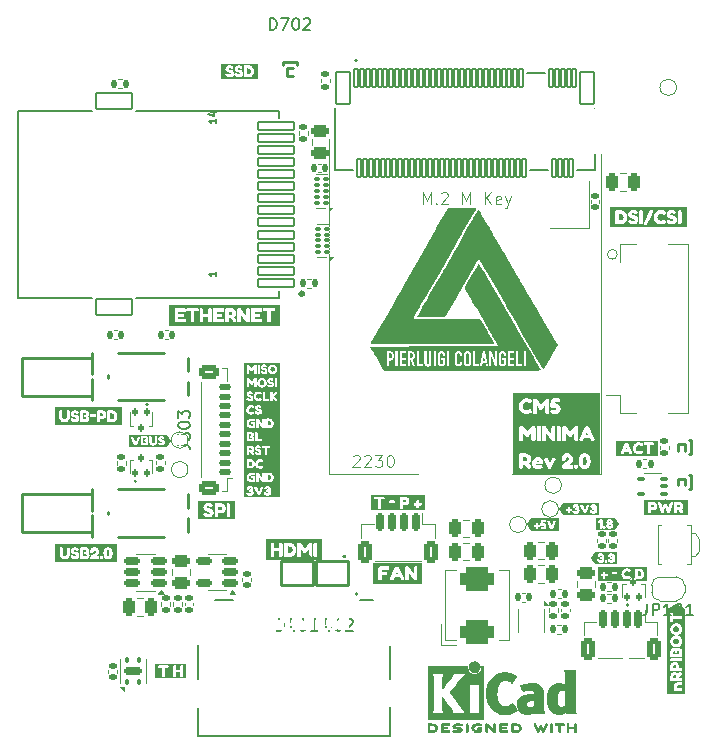
<source format=gbr>
%TF.GenerationSoftware,KiCad,Pcbnew,8.0.7*%
%TF.CreationDate,2025-01-04T21:30:36+01:00*%
%TF.ProjectId,CM5_MINIMA_2,434d355f-4d49-44e4-994d-415f322e6b69,rev?*%
%TF.SameCoordinates,Original*%
%TF.FileFunction,Legend,Top*%
%TF.FilePolarity,Positive*%
%FSLAX46Y46*%
G04 Gerber Fmt 4.6, Leading zero omitted, Abs format (unit mm)*
G04 Created by KiCad (PCBNEW 8.0.7) date 2025-01-04 21:30:36*
%MOMM*%
%LPD*%
G01*
G04 APERTURE LIST*
G04 Aperture macros list*
%AMRoundRect*
0 Rectangle with rounded corners*
0 $1 Rounding radius*
0 $2 $3 $4 $5 $6 $7 $8 $9 X,Y pos of 4 corners*
0 Add a 4 corners polygon primitive as box body*
4,1,4,$2,$3,$4,$5,$6,$7,$8,$9,$2,$3,0*
0 Add four circle primitives for the rounded corners*
1,1,$1+$1,$2,$3*
1,1,$1+$1,$4,$5*
1,1,$1+$1,$6,$7*
1,1,$1+$1,$8,$9*
0 Add four rect primitives between the rounded corners*
20,1,$1+$1,$2,$3,$4,$5,0*
20,1,$1+$1,$4,$5,$6,$7,0*
20,1,$1+$1,$6,$7,$8,$9,0*
20,1,$1+$1,$8,$9,$2,$3,0*%
%AMFreePoly0*
4,1,19,0.500000,-0.750000,0.000000,-0.750000,0.000000,-0.744911,-0.071157,-0.744911,-0.207708,-0.704816,-0.327430,-0.627875,-0.420627,-0.520320,-0.479746,-0.390866,-0.500000,-0.250000,-0.500000,0.250000,-0.479746,0.390866,-0.420627,0.520320,-0.327430,0.627875,-0.207708,0.704816,-0.071157,0.744911,0.000000,0.744911,0.000000,0.750000,0.500000,0.750000,0.500000,-0.750000,0.500000,-0.750000,
$1*%
%AMFreePoly1*
4,1,19,0.000000,0.744911,0.071157,0.744911,0.207708,0.704816,0.327430,0.627875,0.420627,0.520320,0.479746,0.390866,0.500000,0.250000,0.500000,-0.250000,0.479746,-0.390866,0.420627,-0.520320,0.327430,-0.627875,0.207708,-0.704816,0.071157,-0.744911,0.000000,-0.744911,0.000000,-0.750000,-0.500000,-0.750000,-0.500000,0.750000,0.000000,0.750000,0.000000,0.744911,0.000000,0.744911,
$1*%
G04 Aperture macros list end*
%ADD10C,0.000000*%
%ADD11C,0.150000*%
%ADD12C,0.100000*%
%ADD13C,0.250000*%
%ADD14C,0.120000*%
%ADD15C,0.200000*%
%ADD16C,0.127000*%
%ADD17C,0.400000*%
%ADD18C,0.010000*%
%ADD19R,0.250000X0.680000*%
%ADD20RoundRect,0.150000X0.150000X0.625000X-0.150000X0.625000X-0.150000X-0.625000X0.150000X-0.625000X0*%
%ADD21RoundRect,0.250000X0.350000X0.650000X-0.350000X0.650000X-0.350000X-0.650000X0.350000X-0.650000X0*%
%ADD22FreePoly0,180.000000*%
%ADD23FreePoly1,180.000000*%
%ADD24RoundRect,0.150000X0.512500X0.150000X-0.512500X0.150000X-0.512500X-0.150000X0.512500X-0.150000X0*%
%ADD25RoundRect,0.135000X0.135000X0.185000X-0.135000X0.185000X-0.135000X-0.185000X0.135000X-0.185000X0*%
%ADD26C,1.000000*%
%ADD27RoundRect,0.250000X-0.250000X-0.475000X0.250000X-0.475000X0.250000X0.475000X-0.250000X0.475000X0*%
%ADD28R,1.700000X0.900000*%
%ADD29R,1.750000X1.050000*%
%ADD30R,0.300000X0.500000*%
%ADD31RoundRect,0.135000X-0.185000X0.135000X-0.185000X-0.135000X0.185000X-0.135000X0.185000X0.135000X0*%
%ADD32RoundRect,0.250000X0.250000X0.475000X-0.250000X0.475000X-0.250000X-0.475000X0.250000X-0.475000X0*%
%ADD33RoundRect,0.140000X0.170000X-0.140000X0.170000X0.140000X-0.170000X0.140000X-0.170000X-0.140000X0*%
%ADD34RoundRect,0.075000X0.200000X-0.075000X0.200000X0.075000X-0.200000X0.075000X-0.200000X-0.075000X0*%
%ADD35RoundRect,0.135000X-0.135000X-0.185000X0.135000X-0.185000X0.135000X0.185000X-0.135000X0.185000X0*%
%ADD36RoundRect,0.500000X0.900000X-0.500000X0.900000X0.500000X-0.900000X0.500000X-0.900000X-0.500000X0*%
%ADD37R,1.200000X1.400000*%
%ADD38RoundRect,0.250000X0.475000X-0.250000X0.475000X0.250000X-0.475000X0.250000X-0.475000X-0.250000X0*%
%ADD39C,2.600000*%
%ADD40C,3.800000*%
%ADD41RoundRect,0.100000X0.225000X0.100000X-0.225000X0.100000X-0.225000X-0.100000X0.225000X-0.100000X0*%
%ADD42RoundRect,0.125000X0.425000X-0.125000X0.425000X0.125000X-0.425000X0.125000X-0.425000X-0.125000X0*%
%ADD43RoundRect,0.250000X0.600000X-0.350000X0.600000X0.350000X-0.600000X0.350000X-0.600000X-0.350000X0*%
%ADD44RoundRect,0.140000X-0.140000X-0.170000X0.140000X-0.170000X0.140000X0.170000X-0.140000X0.170000X0*%
%ADD45RoundRect,0.135000X0.185000X-0.135000X0.185000X0.135000X-0.185000X0.135000X-0.185000X-0.135000X0*%
%ADD46RoundRect,0.175000X0.625000X-0.175000X0.625000X0.175000X-0.625000X0.175000X-0.625000X-0.175000X0*%
%ADD47RoundRect,0.087500X0.087500X-0.187500X0.087500X0.187500X-0.087500X0.187500X-0.087500X-0.187500X0*%
%ADD48R,0.400000X1.100000*%
%ADD49O,1.800000X0.860000*%
%ADD50C,0.800000*%
%ADD51RoundRect,0.102000X-0.600000X-1.375000X0.600000X-1.375000X0.600000X1.375000X-0.600000X1.375000X0*%
%ADD52C,6.200000*%
%ADD53RoundRect,0.102000X-0.150000X-0.775000X0.150000X-0.775000X0.150000X0.775000X-0.150000X0.775000X0*%
%ADD54C,1.650000*%
%ADD55C,1.150000*%
%ADD56RoundRect,0.102000X1.500000X-0.700000X1.500000X0.700000X-1.500000X0.700000X-1.500000X-0.700000X0*%
%ADD57RoundRect,0.102000X1.500000X-0.355000X1.500000X0.355000X-1.500000X0.355000X-1.500000X-0.355000X0*%
%ADD58C,1.400000*%
%ADD59RoundRect,0.140000X-0.170000X0.140000X-0.170000X-0.140000X0.170000X-0.140000X0.170000X0.140000X0*%
%ADD60R,0.300000X2.600000*%
%ADD61O,1.500000X3.300000*%
%ADD62O,1.500000X2.300000*%
%ADD63RoundRect,0.140000X0.140000X0.170000X-0.140000X0.170000X-0.140000X-0.170000X0.140000X-0.170000X0*%
%ADD64RoundRect,0.125000X-0.125000X0.175000X-0.125000X-0.175000X0.125000X-0.175000X0.125000X0.175000X0*%
%ADD65RoundRect,0.125000X0.125000X-0.175000X0.125000X0.175000X-0.125000X0.175000X-0.125000X-0.175000X0*%
%ADD66R,2.200000X1.800000*%
%ADD67R,1.300000X0.300000*%
%ADD68C,6.100000*%
%ADD69R,0.800000X0.700000*%
%ADD70R,0.700000X0.800000*%
G04 APERTURE END LIST*
D10*
G36*
X36440627Y44545983D02*
G01*
X36444054Y44544290D01*
X36448161Y44541286D01*
X36452892Y44537044D01*
X36458193Y44531639D01*
X36464010Y44525143D01*
X36470289Y44517630D01*
X36484013Y44499845D01*
X36498930Y44478873D01*
X36514604Y44455299D01*
X36530601Y44429711D01*
X36546485Y44402696D01*
X36615577Y44282029D01*
X36674923Y44179385D01*
X37186063Y43299404D01*
X37385460Y42953349D01*
X37496672Y42757707D01*
X37515412Y42724029D01*
X37533788Y42691432D01*
X37551332Y42660715D01*
X37567579Y42632674D01*
X37582061Y42608105D01*
X37594313Y42587806D01*
X37603868Y42572575D01*
X37610260Y42563207D01*
X37616015Y42555061D01*
X37623743Y42543327D01*
X37643771Y42511308D01*
X37667645Y42471571D01*
X37692663Y42428535D01*
X38031501Y41844948D01*
X38255202Y41458386D01*
X38344034Y41303156D01*
X38401352Y41201446D01*
X38420100Y41167758D01*
X38438516Y41135134D01*
X38456129Y41104377D01*
X38472470Y41076286D01*
X38487071Y41051662D01*
X38499461Y41031305D01*
X38509171Y41016017D01*
X38515731Y41006598D01*
X38551189Y40949458D01*
X38630427Y40816164D01*
X38873277Y40400607D01*
X39542873Y39248544D01*
X39806569Y38793292D01*
X39907582Y38617171D01*
X39969385Y38507790D01*
X40006500Y38441502D01*
X40040291Y38382714D01*
X40054773Y38358129D01*
X40067025Y38337817D01*
X40076581Y38322576D01*
X40082973Y38313204D01*
X40088727Y38305058D01*
X40096455Y38293325D01*
X40116484Y38261305D01*
X40140357Y38221567D01*
X40165377Y38178529D01*
X40351312Y37855750D01*
X40556339Y37503382D01*
X40725486Y37215484D01*
X40803782Y37086115D01*
X40810303Y37076749D01*
X40819976Y37061519D01*
X40846907Y37016652D01*
X40880826Y36957893D01*
X40917988Y36891618D01*
X41080803Y36606116D01*
X41344498Y36150866D01*
X42014179Y34998801D01*
X42145740Y34772805D01*
X42256986Y34583200D01*
X42336194Y34449877D01*
X42360120Y34410536D01*
X42371641Y34392725D01*
X42378184Y34383309D01*
X42387848Y34368031D01*
X42414672Y34323081D01*
X42448378Y34264263D01*
X42485230Y34197962D01*
X42542130Y34096498D01*
X42630429Y33941934D01*
X42852970Y33557536D01*
X43130577Y33081653D01*
X43028669Y32913333D01*
X42983183Y32837326D01*
X42934674Y32754785D01*
X42888953Y32675659D01*
X42851829Y32609896D01*
X42445904Y31896619D01*
X42035789Y31185155D01*
X42026716Y31170033D01*
X42017601Y31155243D01*
X42008503Y31140867D01*
X41999482Y31126984D01*
X41990598Y31113675D01*
X41981911Y31101022D01*
X41973480Y31089104D01*
X41965366Y31078002D01*
X41957629Y31067797D01*
X41950328Y31058570D01*
X41943523Y31050401D01*
X41937275Y31043371D01*
X41931642Y31037560D01*
X41926685Y31033049D01*
X41924479Y31031306D01*
X41922464Y31029918D01*
X41920648Y31028896D01*
X41919039Y31028249D01*
X41917201Y31028392D01*
X41914711Y31029712D01*
X41907847Y31035771D01*
X41898594Y31046196D01*
X41887102Y31060758D01*
X41857995Y31101380D01*
X41821716Y31155805D01*
X41779456Y31222199D01*
X41732405Y31298730D01*
X41681754Y31383568D01*
X41628693Y31474878D01*
X41331387Y31989978D01*
X40983349Y32588814D01*
X40147808Y34025423D01*
X39650364Y34882534D01*
X39312002Y35462034D01*
X39026150Y35951697D01*
X38859225Y36240209D01*
X38742208Y36442177D01*
X38406882Y37018381D01*
X37958146Y37789005D01*
X37562471Y38469926D01*
X37212345Y39072444D01*
X37046616Y39355985D01*
X36924781Y39566971D01*
X36733167Y39901619D01*
X36706963Y39947149D01*
X36681392Y39990836D01*
X36656555Y40032530D01*
X36632555Y40072079D01*
X36609494Y40109333D01*
X36587473Y40144142D01*
X36566596Y40176353D01*
X36546963Y40205817D01*
X36528676Y40232383D01*
X36511839Y40255900D01*
X36496552Y40276217D01*
X36482918Y40293184D01*
X36471040Y40306649D01*
X36461018Y40316463D01*
X36456735Y40319953D01*
X36452954Y40322473D01*
X36449689Y40324005D01*
X36446952Y40324530D01*
X36444604Y40324451D01*
X36442200Y40324199D01*
X36439747Y40323779D01*
X36437248Y40323195D01*
X36434709Y40322451D01*
X36432135Y40321551D01*
X36426902Y40319303D01*
X36421588Y40316483D01*
X36416232Y40313126D01*
X36410876Y40309267D01*
X36405559Y40304938D01*
X36400320Y40300174D01*
X36395200Y40295009D01*
X36390239Y40289476D01*
X36385476Y40283611D01*
X36380951Y40277447D01*
X36376704Y40271017D01*
X36372776Y40264357D01*
X36369205Y40257499D01*
X36310988Y40150496D01*
X36162624Y39888510D01*
X35496239Y38725572D01*
X35044691Y37936940D01*
X34261508Y36569996D01*
X33740735Y35661190D01*
X33607819Y35428390D01*
X32411653Y35424522D01*
X32125564Y35424061D01*
X31879888Y35424688D01*
X31673927Y35426420D01*
X31506979Y35429271D01*
X31378344Y35433258D01*
X31328175Y35435683D01*
X31287321Y35438398D01*
X31255696Y35441404D01*
X31233211Y35444705D01*
X31219779Y35448301D01*
X31216430Y35450210D01*
X31215312Y35452195D01*
X31224141Y35478341D01*
X31250555Y35533166D01*
X31355247Y35727252D01*
X31527612Y36031238D01*
X31765868Y36441913D01*
X31844619Y36577442D01*
X31922728Y36713257D01*
X31991171Y36833579D01*
X32040926Y36922626D01*
X32277869Y37341042D01*
X32616607Y37929036D01*
X33398560Y39295983D01*
X33410909Y39317718D01*
X33423307Y39339181D01*
X33435422Y39359816D01*
X33446920Y39379070D01*
X33457469Y39396388D01*
X33466734Y39411215D01*
X33474384Y39422998D01*
X33480084Y39431182D01*
X33486412Y39440589D01*
X33495858Y39455878D01*
X33522268Y39500907D01*
X33555631Y39559874D01*
X33592268Y39626385D01*
X33644222Y39720178D01*
X33719295Y39853410D01*
X33898601Y40167189D01*
X34077949Y40480926D01*
X34153053Y40614129D01*
X34205022Y40707907D01*
X34241658Y40774432D01*
X34275022Y40833429D01*
X34289327Y40858100D01*
X34301432Y40878487D01*
X34310879Y40893785D01*
X34317207Y40903196D01*
X34322908Y40911380D01*
X34330559Y40923163D01*
X34350379Y40955310D01*
X34373994Y40995200D01*
X34398732Y41038398D01*
X34734143Y41624269D01*
X35411043Y42803815D01*
X35740199Y43381706D01*
X35779223Y43450793D01*
X35829946Y43538969D01*
X35885805Y43634892D01*
X35940234Y43727220D01*
X36002366Y43833274D01*
X36079204Y43966565D01*
X36160987Y44110049D01*
X36237957Y44246678D01*
X36255722Y44278118D01*
X36273292Y44308576D01*
X36290564Y44337899D01*
X36307433Y44365933D01*
X36323796Y44392525D01*
X36339549Y44417521D01*
X36354587Y44440769D01*
X36368806Y44462114D01*
X36382104Y44481403D01*
X36394375Y44498484D01*
X36405516Y44513201D01*
X36415422Y44525403D01*
X36423991Y44534936D01*
X36427741Y44538653D01*
X36431117Y44541646D01*
X36434107Y44543894D01*
X36436697Y44545379D01*
X36438875Y44546082D01*
X36440627Y44545983D01*
G37*
G36*
X36989074Y31709964D02*
G01*
X36805556Y31709964D01*
X36895515Y32174074D01*
X36899115Y32174076D01*
X36989074Y31709964D01*
G37*
G36*
X35489393Y32370118D02*
G01*
X35495521Y32369737D01*
X35501537Y32369103D01*
X35507440Y32368215D01*
X35513231Y32367074D01*
X35518909Y32365680D01*
X35524474Y32364033D01*
X35529928Y32362132D01*
X35535269Y32359979D01*
X35540497Y32357572D01*
X35545613Y32354913D01*
X35550616Y32352001D01*
X35555508Y32348836D01*
X35560286Y32345419D01*
X35564953Y32341749D01*
X35569507Y32337827D01*
X35574082Y32333864D01*
X35578361Y32329619D01*
X35582346Y32325092D01*
X35586035Y32320285D01*
X35589429Y32315196D01*
X35592528Y32309826D01*
X35595332Y32304174D01*
X35597840Y32298242D01*
X35600054Y32292028D01*
X35601972Y32285533D01*
X35603595Y32278757D01*
X35604922Y32271701D01*
X35605955Y32264363D01*
X35606692Y32256744D01*
X35607134Y32248845D01*
X35607282Y32240664D01*
X35607283Y31564220D01*
X35607135Y31556033D01*
X35606693Y31548111D01*
X35605955Y31540455D01*
X35604923Y31533065D01*
X35603595Y31525942D01*
X35601972Y31519085D01*
X35600054Y31512495D01*
X35597841Y31506172D01*
X35595332Y31500116D01*
X35592529Y31494327D01*
X35589430Y31488806D01*
X35586036Y31483551D01*
X35582346Y31478565D01*
X35578362Y31473846D01*
X35574082Y31469396D01*
X35569507Y31465213D01*
X35564952Y31461510D01*
X35560286Y31458046D01*
X35555507Y31454821D01*
X35550616Y31451835D01*
X35545612Y31449088D01*
X35540496Y31446581D01*
X35535267Y31444312D01*
X35529927Y31442282D01*
X35524473Y31440492D01*
X35518907Y31438940D01*
X35513229Y31437627D01*
X35507439Y31436553D01*
X35501535Y31435718D01*
X35495520Y31435122D01*
X35489392Y31434764D01*
X35483151Y31434645D01*
X35476903Y31434764D01*
X35470752Y31435122D01*
X35464699Y31435718D01*
X35458743Y31436553D01*
X35452886Y31437627D01*
X35447126Y31438940D01*
X35441465Y31440492D01*
X35435902Y31442283D01*
X35430437Y31444312D01*
X35425071Y31446581D01*
X35419803Y31449089D01*
X35414634Y31451836D01*
X35409564Y31454822D01*
X35404593Y31458047D01*
X35399721Y31461512D01*
X35394949Y31465216D01*
X35390592Y31469398D01*
X35386518Y31473848D01*
X35382725Y31478566D01*
X35379215Y31483553D01*
X35375986Y31488806D01*
X35373039Y31494328D01*
X35370373Y31500116D01*
X35367989Y31506172D01*
X35365885Y31512495D01*
X35364063Y31519085D01*
X35362521Y31525942D01*
X35361260Y31533065D01*
X35360279Y31540455D01*
X35359579Y31548111D01*
X35359158Y31556033D01*
X35359018Y31564220D01*
X35359018Y32240667D01*
X35359158Y32248847D01*
X35359578Y32256747D01*
X35360278Y32264365D01*
X35361259Y32271703D01*
X35362520Y32278759D01*
X35364062Y32285534D01*
X35365884Y32292029D01*
X35367988Y32298242D01*
X35370372Y32304174D01*
X35373038Y32309825D01*
X35375986Y32315195D01*
X35379215Y32320284D01*
X35382726Y32325092D01*
X35386518Y32329618D01*
X35390593Y32333863D01*
X35394950Y32337827D01*
X35399723Y32341749D01*
X35404595Y32345419D01*
X35409565Y32348836D01*
X35414635Y32352001D01*
X35419804Y32354913D01*
X35425071Y32357572D01*
X35430437Y32359979D01*
X35435902Y32362132D01*
X35441465Y32364033D01*
X35447126Y32365680D01*
X35452886Y32367074D01*
X35458744Y32368215D01*
X35464699Y32369103D01*
X35470753Y32369737D01*
X35476904Y32370118D01*
X35483152Y32370245D01*
X35489393Y32370118D01*
G37*
G36*
X30710874Y32370050D02*
G01*
X30722076Y32369458D01*
X30732798Y32368471D01*
X30743042Y32367091D01*
X30752807Y32365316D01*
X30762094Y32363147D01*
X30770903Y32360584D01*
X30775128Y32359155D01*
X30779233Y32357627D01*
X30783219Y32356001D01*
X30787086Y32354277D01*
X30790833Y32352454D01*
X30794461Y32350533D01*
X30797969Y32348514D01*
X30801358Y32346397D01*
X30804628Y32344181D01*
X30807778Y32341866D01*
X30810809Y32339454D01*
X30813721Y32336943D01*
X30816513Y32334334D01*
X30819186Y32331627D01*
X30821740Y32328822D01*
X30824174Y32325919D01*
X30826489Y32322917D01*
X30828685Y32319817D01*
X30830668Y32316402D01*
X30832566Y32312903D01*
X30834380Y32309321D01*
X30836111Y32305654D01*
X30837757Y32301903D01*
X30839319Y32298068D01*
X30840796Y32294148D01*
X30842190Y32290145D01*
X30843499Y32286056D01*
X30844724Y32281884D01*
X30845864Y32277627D01*
X30846920Y32273285D01*
X30847891Y32268859D01*
X30848777Y32264348D01*
X30849579Y32259752D01*
X30850296Y32255071D01*
X30851563Y32245878D01*
X30852665Y32236288D01*
X30853601Y32226302D01*
X30854369Y32215922D01*
X30854969Y32205148D01*
X30855398Y32193981D01*
X30855657Y32182423D01*
X30855743Y32170473D01*
X30855657Y32158498D01*
X30855398Y32146860D01*
X30854969Y32135560D01*
X30854369Y32124597D01*
X30853601Y32113971D01*
X30852666Y32103683D01*
X30851564Y32093732D01*
X30850297Y32084119D01*
X30849587Y32079663D01*
X30848808Y32075292D01*
X30847959Y32071006D01*
X30847040Y32066805D01*
X30846050Y32062688D01*
X30844991Y32058656D01*
X30843862Y32054709D01*
X30842662Y32050846D01*
X30841393Y32047067D01*
X30840052Y32043373D01*
X30838642Y32039762D01*
X30837161Y32036236D01*
X30835609Y32032794D01*
X30833987Y32029436D01*
X30832293Y32026162D01*
X30830530Y32022971D01*
X30828457Y32019866D01*
X30826285Y32016846D01*
X30824015Y32013911D01*
X30821647Y32011062D01*
X30819180Y32008297D01*
X30816615Y32005617D01*
X30813952Y32003021D01*
X30811190Y32000510D01*
X30808329Y31998083D01*
X30805370Y31995740D01*
X30802313Y31993482D01*
X30799158Y31991307D01*
X30795904Y31989216D01*
X30792551Y31987208D01*
X30789100Y31985284D01*
X30785551Y31983444D01*
X30781875Y31981917D01*
X30778044Y31980489D01*
X30774058Y31979157D01*
X30769916Y31977923D01*
X30765620Y31976788D01*
X30761168Y31975750D01*
X30756562Y31974810D01*
X30751801Y31973968D01*
X30746885Y31973225D01*
X30741815Y31972580D01*
X30731212Y31971587D01*
X30719992Y31970990D01*
X30708155Y31970790D01*
X30603790Y31970793D01*
X30603789Y32370242D01*
X30699194Y32370247D01*
X30710874Y32370050D01*
G37*
G36*
X35690913Y44669477D02*
G01*
X35803615Y44668847D01*
X35900528Y44667829D01*
X35982749Y44666386D01*
X36051370Y44664478D01*
X36107488Y44662069D01*
X36131200Y44660664D01*
X36152197Y44659119D01*
X36170615Y44657430D01*
X36186592Y44655591D01*
X36200264Y44653599D01*
X36211768Y44651447D01*
X36221241Y44649132D01*
X36228819Y44646649D01*
X36234640Y44643992D01*
X36238841Y44641158D01*
X36240376Y44639673D01*
X36241558Y44638141D01*
X36242402Y44636562D01*
X36242928Y44634936D01*
X36243088Y44631540D01*
X36242175Y44627946D01*
X36235285Y44612943D01*
X36222169Y44587383D01*
X36180319Y44510143D01*
X36122749Y44407313D01*
X36055582Y44289985D01*
X35053564Y42539840D01*
X35041207Y42518105D01*
X35028796Y42496643D01*
X35016667Y42476007D01*
X35005154Y42456753D01*
X34994592Y42439434D01*
X34985314Y42424606D01*
X34977656Y42412822D01*
X34971953Y42404636D01*
X34965624Y42395226D01*
X34956174Y42379928D01*
X34929747Y42334871D01*
X34896355Y42275875D01*
X34859678Y42209350D01*
X34700000Y41925000D01*
X34442391Y41473343D01*
X33148012Y39212703D01*
X32495991Y38078557D01*
X32048834Y37297484D01*
X31598076Y36508856D01*
X31486242Y36313564D01*
X31171125Y35765293D01*
X31069962Y35587953D01*
X30986316Y35438224D01*
X30953778Y35378641D01*
X30928879Y35331873D01*
X30912706Y35299891D01*
X30908231Y35290061D01*
X30906346Y35284667D01*
X30950617Y35277616D01*
X31085469Y35271278D01*
X31623466Y35260791D01*
X33748466Y35248911D01*
X36595857Y35243202D01*
X36864677Y34779354D01*
X37190163Y34218167D01*
X37246624Y34120706D01*
X37302787Y34022964D01*
X37574244Y33557622D01*
X37657886Y33413891D01*
X37726372Y33294139D01*
X37752727Y33247165D01*
X37772646Y33210878D01*
X37785248Y33186841D01*
X37788529Y33179905D01*
X37789650Y33176619D01*
X36243819Y33161996D01*
X32527176Y33145869D01*
X28810536Y33140366D01*
X27679933Y33143843D01*
X27264702Y33151229D01*
X27283993Y33191584D01*
X27336950Y33290385D01*
X27514465Y33610818D01*
X27738449Y34007504D01*
X27950107Y34375420D01*
X28337876Y35051335D01*
X28725470Y35727340D01*
X29147201Y36462996D01*
X29522708Y37124242D01*
X29558085Y37187402D01*
X29599440Y37259440D01*
X29641632Y37331479D01*
X29679520Y37394645D01*
X29841007Y37671068D01*
X30113412Y38145762D01*
X30791349Y39332439D01*
X31286119Y40196091D01*
X31729148Y40969698D01*
X32843787Y42914958D01*
X32955884Y43110252D01*
X33741438Y44484661D01*
X33753951Y44506551D01*
X33766818Y44528458D01*
X33779674Y44549794D01*
X33792152Y44569975D01*
X33803886Y44588414D01*
X33814509Y44604525D01*
X33823655Y44617722D01*
X33830957Y44627419D01*
X33838472Y44632620D01*
X33852632Y44637384D01*
X33903110Y44645680D01*
X33986847Y44652458D01*
X34108298Y44657871D01*
X34482158Y44665202D01*
X35060329Y44668884D01*
X35413766Y44669727D01*
X35561329Y44669758D01*
X35690913Y44669477D01*
G37*
G36*
X28940849Y32370180D02*
G01*
X28947301Y32369988D01*
X28953556Y32369669D01*
X28959614Y32369222D01*
X28965475Y32368648D01*
X28971139Y32367947D01*
X28976606Y32367120D01*
X28981876Y32366165D01*
X28986950Y32365085D01*
X28991827Y32363878D01*
X28996507Y32362545D01*
X29000990Y32361086D01*
X29005277Y32359501D01*
X29009367Y32357790D01*
X29013260Y32355954D01*
X29016957Y32353993D01*
X29020499Y32351913D01*
X29023930Y32349722D01*
X29027249Y32347418D01*
X29030457Y32345003D01*
X29033552Y32342476D01*
X29036536Y32339837D01*
X29039407Y32337086D01*
X29042166Y32334222D01*
X29044812Y32331246D01*
X29047346Y32328157D01*
X29049767Y32324956D01*
X29052076Y32321642D01*
X29054271Y32318215D01*
X29056354Y32314675D01*
X29058323Y32311021D01*
X29060179Y32307255D01*
X29061929Y32303389D01*
X29063579Y32299440D01*
X29065131Y32295407D01*
X29066584Y32291290D01*
X29067938Y32287088D01*
X29069194Y32282803D01*
X29070351Y32278433D01*
X29071409Y32273979D01*
X29072369Y32269441D01*
X29073231Y32264818D01*
X29073995Y32260111D01*
X29074661Y32255319D01*
X29075228Y32250443D01*
X29075698Y32245481D01*
X29076344Y32235305D01*
X29077124Y32215171D01*
X29077671Y32194355D01*
X29077994Y32172864D01*
X29078100Y32150707D01*
X29078043Y32138705D01*
X29077874Y32126987D01*
X29077592Y32115553D01*
X29077198Y32104401D01*
X29076691Y32093530D01*
X29076072Y32082939D01*
X29075341Y32072627D01*
X29074498Y32062592D01*
X29074224Y32057693D01*
X29073853Y32052893D01*
X29073383Y32048190D01*
X29072815Y32043586D01*
X29072150Y32039080D01*
X29071386Y32034671D01*
X29070524Y32030362D01*
X29069564Y32026150D01*
X29068505Y32022037D01*
X29067348Y32018023D01*
X29066093Y32014106D01*
X29064738Y32010289D01*
X29063286Y32006570D01*
X29061734Y32002950D01*
X29060083Y31999429D01*
X29058334Y31996006D01*
X29056471Y31992457D01*
X29054482Y31989006D01*
X29052366Y31985653D01*
X29050124Y31982399D01*
X29047756Y31979243D01*
X29045261Y31976186D01*
X29042640Y31973227D01*
X29039892Y31970366D01*
X29037017Y31967604D01*
X29034017Y31964940D01*
X29030889Y31962375D01*
X29027635Y31959908D01*
X29024255Y31957539D01*
X29020748Y31955269D01*
X29017115Y31953097D01*
X29013355Y31951024D01*
X29009433Y31949064D01*
X29005315Y31947230D01*
X29001000Y31945524D01*
X28996488Y31943945D01*
X28991779Y31942492D01*
X28986874Y31941166D01*
X28981772Y31939967D01*
X28976473Y31938894D01*
X28970977Y31937948D01*
X28965285Y31937128D01*
X28959396Y31936435D01*
X28953310Y31935867D01*
X28947027Y31935426D01*
X28940547Y31935111D01*
X28926997Y31934858D01*
X28838796Y31934861D01*
X28838796Y32370245D01*
X28934201Y32370245D01*
X28940849Y32370180D01*
G37*
G36*
X36452633Y39978277D02*
G01*
X36459600Y39971453D01*
X36480491Y39945213D01*
X36509666Y39903715D01*
X36545936Y39848800D01*
X36588111Y39782307D01*
X36635002Y39706078D01*
X36685420Y39621952D01*
X36738176Y39531769D01*
X36937102Y39188301D01*
X37050921Y38992986D01*
X37495353Y38229836D01*
X38339239Y36778203D01*
X39253056Y35206920D01*
X40041070Y33852624D01*
X40703459Y32715318D01*
X41095531Y32041951D01*
X41208769Y31847360D01*
X41495250Y31354701D01*
X41541437Y31274640D01*
X41584527Y31198724D01*
X41623578Y31128701D01*
X41657645Y31066321D01*
X41685788Y31013330D01*
X41707063Y30971479D01*
X41714831Y30955277D01*
X41720528Y30942516D01*
X41724036Y30933413D01*
X41725239Y30928189D01*
X41330978Y30912968D01*
X40120531Y30899294D01*
X35085718Y30875302D01*
X28446195Y30853601D01*
X28210054Y31261929D01*
X30420271Y31261929D01*
X30603790Y31261932D01*
X30603789Y31808883D01*
X30713603Y31808883D01*
X30884470Y31261929D01*
X31078794Y31261932D01*
X30880867Y31846657D01*
X30891677Y31852849D01*
X30902065Y31859280D01*
X30912033Y31865949D01*
X30921579Y31872857D01*
X30930704Y31880004D01*
X30939407Y31887391D01*
X30947689Y31895016D01*
X30955549Y31902879D01*
X30962988Y31910982D01*
X30970004Y31919324D01*
X30976599Y31927905D01*
X30982772Y31936724D01*
X30988523Y31945783D01*
X30993852Y31955081D01*
X30998759Y31964617D01*
X31003243Y31974393D01*
X31007600Y31984422D01*
X31011674Y31994720D01*
X31015467Y32005285D01*
X31018978Y32016118D01*
X31022206Y32027220D01*
X31025154Y32038589D01*
X31027820Y32050225D01*
X31030204Y32062129D01*
X31032308Y32074299D01*
X31034130Y32086737D01*
X31035672Y32099442D01*
X31036933Y32112413D01*
X31037913Y32125651D01*
X31038614Y32139155D01*
X31039034Y32152925D01*
X31039174Y32166961D01*
X31038857Y32190095D01*
X31037909Y32212495D01*
X31036328Y32234160D01*
X31034115Y32255091D01*
X31031269Y32275287D01*
X31027791Y32294748D01*
X31023681Y32313475D01*
X31018938Y32331467D01*
X31013563Y32348725D01*
X31007556Y32365248D01*
X31000916Y32381037D01*
X30993643Y32396092D01*
X30985738Y32410412D01*
X30977201Y32423997D01*
X30968031Y32436848D01*
X30958228Y32448965D01*
X30947794Y32460347D01*
X30936726Y32470995D01*
X30925026Y32480908D01*
X30912694Y32490087D01*
X30899728Y32498532D01*
X30886131Y32506242D01*
X30871900Y32513218D01*
X30857037Y32519460D01*
X30841542Y32524967D01*
X30825414Y32529740D01*
X30808653Y32533779D01*
X30791259Y32537083D01*
X30773233Y32539653D01*
X30754575Y32541489D01*
X30735283Y32542590D01*
X30715499Y32542955D01*
X31186761Y32542955D01*
X31186763Y31261932D01*
X31733716Y31261932D01*
X31733716Y31445449D01*
X31370280Y31445447D01*
X31370280Y31549813D01*
X31370280Y32542958D01*
X31852401Y32542958D01*
X31852401Y31549813D01*
X31852493Y31541978D01*
X31852769Y31534213D01*
X31853229Y31526518D01*
X31853873Y31518894D01*
X31854700Y31511340D01*
X31855711Y31503857D01*
X31856904Y31496444D01*
X31858281Y31489101D01*
X31859840Y31481829D01*
X31861582Y31474626D01*
X31863507Y31467495D01*
X31865613Y31460433D01*
X31867901Y31453441D01*
X31870371Y31446520D01*
X31873023Y31439668D01*
X31875856Y31432887D01*
X31878850Y31426406D01*
X31881984Y31420011D01*
X31885258Y31413699D01*
X31888672Y31407472D01*
X31892226Y31401329D01*
X31895921Y31395271D01*
X31899756Y31389297D01*
X31903732Y31383407D01*
X31907848Y31377602D01*
X31912104Y31371881D01*
X31916502Y31366244D01*
X31921040Y31360692D01*
X31925719Y31355224D01*
X31930539Y31349840D01*
X31935500Y31344541D01*
X31940602Y31339326D01*
X31945817Y31334223D01*
X31951116Y31329259D01*
X31956500Y31324434D01*
X31961968Y31319749D01*
X31967520Y31315204D01*
X31973157Y31310799D01*
X31978878Y31306535D01*
X31984683Y31302410D01*
X31990573Y31298427D01*
X31996547Y31294584D01*
X32002606Y31290882D01*
X32008748Y31287321D01*
X32014975Y31283901D01*
X32021287Y31280623D01*
X32027682Y31277487D01*
X32034162Y31274492D01*
X32040938Y31271660D01*
X32047770Y31269011D01*
X32054658Y31266546D01*
X32061604Y31264263D01*
X32068606Y31262163D01*
X32075664Y31260247D01*
X32082778Y31258513D01*
X32089949Y31256962D01*
X32097176Y31255594D01*
X32104460Y31254408D01*
X32111799Y31253405D01*
X32119194Y31252585D01*
X32126646Y31251947D01*
X32134153Y31251492D01*
X32141716Y31251219D01*
X32149334Y31251128D01*
X32156952Y31251219D01*
X32164512Y31251492D01*
X32172015Y31251947D01*
X32179460Y31252585D01*
X32186849Y31253405D01*
X32194181Y31254408D01*
X32201456Y31255594D01*
X32208675Y31256962D01*
X32215837Y31258513D01*
X32222944Y31260247D01*
X32229153Y31261935D01*
X32229995Y31262163D01*
X32236990Y31264263D01*
X32243929Y31266546D01*
X32250814Y31269011D01*
X32257643Y31271660D01*
X32264417Y31274492D01*
X32271115Y31277486D01*
X32277716Y31280622D01*
X32284219Y31283900D01*
X32290625Y31287320D01*
X32296933Y31290880D01*
X32303143Y31294582D01*
X32309254Y31298425D01*
X32315268Y31302409D01*
X32321183Y31306533D01*
X32327000Y31310798D01*
X32332718Y31315203D01*
X32338337Y31319748D01*
X32343857Y31324433D01*
X32349279Y31329257D01*
X32354600Y31334221D01*
X32359823Y31339324D01*
X32364918Y31344539D01*
X32369859Y31349839D01*
X32374646Y31355223D01*
X32379278Y31360691D01*
X32383756Y31366244D01*
X32388080Y31371881D01*
X32392249Y31377602D01*
X32396264Y31383408D01*
X32400124Y31389298D01*
X32403829Y31395272D01*
X32407380Y31401330D01*
X32410776Y31407473D01*
X32414017Y31413700D01*
X32417103Y31420011D01*
X32420034Y31426407D01*
X32422810Y31432887D01*
X32425642Y31439668D01*
X32428291Y31446520D01*
X32430757Y31453442D01*
X32433040Y31460434D01*
X32435140Y31467496D01*
X32437057Y31474627D01*
X32438791Y31481829D01*
X32440342Y31489102D01*
X32441711Y31496444D01*
X32442896Y31503857D01*
X32443900Y31511340D01*
X32444720Y31518893D01*
X32445358Y31526517D01*
X32445814Y31534211D01*
X32446087Y31541976D01*
X32446178Y31549811D01*
X32446178Y32542955D01*
X32624251Y32542955D01*
X32624251Y31261935D01*
X32807768Y31261932D01*
X32807769Y32240664D01*
X32975122Y32240664D01*
X32975123Y31564220D01*
X32975229Y31554192D01*
X32975544Y31544346D01*
X32976070Y31534682D01*
X32976807Y31525202D01*
X32977755Y31515904D01*
X32978913Y31506788D01*
X32980282Y31497855D01*
X32981861Y31489105D01*
X32983652Y31480538D01*
X32985653Y31472153D01*
X32987865Y31463951D01*
X32990289Y31455931D01*
X32992923Y31448095D01*
X32995769Y31440441D01*
X32998825Y31432969D01*
X33002093Y31425680D01*
X33005537Y31418560D01*
X33009120Y31411594D01*
X33012844Y31404781D01*
X33016709Y31398123D01*
X33020713Y31391618D01*
X33024858Y31385268D01*
X33029144Y31379072D01*
X33033570Y31373031D01*
X33038136Y31367144D01*
X33042843Y31361412D01*
X33047691Y31355835D01*
X33052680Y31350412D01*
X33057809Y31345145D01*
X33063079Y31340033D01*
X33068490Y31335077D01*
X33074041Y31330276D01*
X33079481Y31325407D01*
X33085005Y31320693D01*
X33090614Y31316136D01*
X33096307Y31311735D01*
X33102085Y31307488D01*
X33107947Y31303398D01*
X33113893Y31299462D01*
X33119924Y31295681D01*
X33126039Y31292054D01*
X33132239Y31288583D01*
X33138522Y31285265D01*
X33144890Y31282101D01*
X33151343Y31279091D01*
X33157879Y31276235D01*
X33164500Y31273532D01*
X33171205Y31270982D01*
X33185148Y31266341D01*
X33199094Y31262313D01*
X33206067Y31260530D01*
X33213041Y31258901D01*
X33220014Y31257427D01*
X33226988Y31256107D01*
X33233962Y31254941D01*
X33240935Y31253930D01*
X33247909Y31253074D01*
X33254882Y31252374D01*
X33261855Y31251828D01*
X33268828Y31251438D01*
X33275800Y31251204D01*
X33282772Y31251125D01*
X33289737Y31251203D01*
X33296687Y31251437D01*
X33303622Y31251827D01*
X33310544Y31252372D01*
X33317450Y31253073D01*
X33324343Y31253929D01*
X33331221Y31254940D01*
X33338085Y31256105D01*
X33344935Y31257425D01*
X33351771Y31258900D01*
X33358593Y31260529D01*
X33363942Y31261929D01*
X33757778Y31261929D01*
X33941297Y31261932D01*
X33941296Y31553414D01*
X34443270Y31553414D01*
X34443375Y31542514D01*
X34443691Y31531853D01*
X34444218Y31521430D01*
X34444955Y31511246D01*
X34445903Y31501300D01*
X34447061Y31491594D01*
X34448430Y31482126D01*
X34450010Y31472898D01*
X34451801Y31463908D01*
X34453802Y31455157D01*
X34456014Y31446645D01*
X34458437Y31438372D01*
X34461072Y31430339D01*
X34463917Y31422544D01*
X34466973Y31414989D01*
X34470241Y31407673D01*
X34473895Y31400779D01*
X34477661Y31394041D01*
X34481540Y31387457D01*
X34485531Y31381030D01*
X34489634Y31374757D01*
X34493849Y31368639D01*
X34498177Y31362676D01*
X34502617Y31356868D01*
X34507170Y31351214D01*
X34511835Y31345715D01*
X34516613Y31340370D01*
X34521503Y31335179D01*
X34526506Y31330143D01*
X34531621Y31325260D01*
X34536849Y31320532D01*
X34542190Y31315957D01*
X34547630Y31311543D01*
X34553154Y31307297D01*
X34558763Y31303218D01*
X34564456Y31299307D01*
X34570234Y31295565D01*
X34576096Y31291991D01*
X34582042Y31288585D01*
X34588073Y31285348D01*
X34594188Y31282280D01*
X34600387Y31279380D01*
X34606671Y31276650D01*
X34613039Y31274088D01*
X34619491Y31271696D01*
X34626028Y31269473D01*
X34632649Y31267419D01*
X34639353Y31265535D01*
X34652818Y31262161D01*
X34666224Y31259236D01*
X34679572Y31256760D01*
X34692864Y31254733D01*
X34706099Y31253156D01*
X34719279Y31252029D01*
X34732404Y31251352D01*
X34745475Y31251125D01*
X34753086Y31251217D01*
X34760626Y31251490D01*
X34768096Y31251946D01*
X34775495Y31252584D01*
X34782823Y31253404D01*
X34790082Y31254408D01*
X34797269Y31255593D01*
X34804387Y31256962D01*
X34811434Y31258513D01*
X34818411Y31260247D01*
X34825318Y31262164D01*
X34832154Y31264264D01*
X34838921Y31266547D01*
X34845618Y31269013D01*
X34852244Y31271662D01*
X34858801Y31274495D01*
X34865492Y31277706D01*
X34872071Y31281045D01*
X34878537Y31284511D01*
X34884890Y31288103D01*
X34891131Y31291822D01*
X34897260Y31295668D01*
X34903276Y31299641D01*
X34909180Y31303740D01*
X34914972Y31307966D01*
X34920650Y31312318D01*
X34926217Y31316796D01*
X34931671Y31321401D01*
X34937012Y31326132D01*
X34942241Y31330989D01*
X34947358Y31335973D01*
X34952362Y31341083D01*
X34957240Y31346298D01*
X34961979Y31351597D01*
X34966578Y31356981D01*
X34971038Y31362449D01*
X34975358Y31368001D01*
X34979537Y31373638D01*
X34983577Y31379359D01*
X34987476Y31385164D01*
X34991234Y31391054D01*
X34994852Y31397028D01*
X34998329Y31403086D01*
X35001665Y31409229D01*
X35004860Y31415456D01*
X35007913Y31421767D01*
X35010824Y31428163D01*
X35013594Y31434643D01*
X35016426Y31441411D01*
X35019075Y31448220D01*
X35021540Y31455071D01*
X35023823Y31461964D01*
X35025922Y31468900D01*
X35027839Y31475877D01*
X35029573Y31482896D01*
X35031124Y31489957D01*
X35032492Y31497060D01*
X35033678Y31504206D01*
X35034681Y31511393D01*
X35035502Y31518624D01*
X35036140Y31525896D01*
X35036595Y31533211D01*
X35036869Y31540569D01*
X35036960Y31547969D01*
X35036962Y31627210D01*
X34853442Y31627208D01*
X34853442Y31564220D01*
X34853400Y31559547D01*
X34853273Y31554971D01*
X34853062Y31550494D01*
X34852766Y31546114D01*
X34852386Y31541833D01*
X34851921Y31537650D01*
X34851372Y31533565D01*
X34850738Y31529579D01*
X34850021Y31525691D01*
X34849219Y31521901D01*
X34848332Y31518210D01*
X34847362Y31514618D01*
X34846307Y31511124D01*
X34845168Y31507728D01*
X34843944Y31504431D01*
X34842637Y31501233D01*
X34841267Y31498127D01*
X34839855Y31495103D01*
X34838401Y31492164D01*
X34836905Y31489308D01*
X34835367Y31486536D01*
X34833787Y31483848D01*
X34832165Y31481244D01*
X34830501Y31478725D01*
X34828795Y31476289D01*
X34827047Y31473939D01*
X34825256Y31471672D01*
X34823423Y31469491D01*
X34821548Y31467394D01*
X34819630Y31465383D01*
X34817670Y31463456D01*
X34815667Y31461615D01*
X34813403Y31459845D01*
X34811111Y31458132D01*
X34808790Y31456477D01*
X34806440Y31454879D01*
X34804061Y31453337D01*
X34801655Y31451853D01*
X34799220Y31450425D01*
X34796756Y31449054D01*
X34794265Y31447739D01*
X34791745Y31446480D01*
X34789198Y31445276D01*
X34786623Y31444129D01*
X34784020Y31443036D01*
X34781390Y31441999D01*
X34778732Y31441017D01*
X34776047Y31440090D01*
X34771127Y31438822D01*
X34766265Y31437720D01*
X34761459Y31436784D01*
X34756709Y31436016D01*
X34752016Y31435417D01*
X34747379Y31434988D01*
X34742798Y31434729D01*
X34738273Y31434643D01*
X34730549Y31434790D01*
X34723122Y31435233D01*
X34715991Y31435970D01*
X34709155Y31437003D01*
X34702616Y31438330D01*
X34696371Y31439953D01*
X34693360Y31440875D01*
X34690423Y31441871D01*
X34687559Y31442941D01*
X34684769Y31444084D01*
X34682053Y31445301D01*
X34679411Y31446592D01*
X34676843Y31447957D01*
X34674348Y31449396D01*
X34671927Y31450908D01*
X34669580Y31452494D01*
X34667306Y31454154D01*
X34665106Y31455888D01*
X34662980Y31457696D01*
X34660927Y31459577D01*
X34658948Y31461533D01*
X34657043Y31463562D01*
X34655211Y31465665D01*
X34653453Y31467841D01*
X34651768Y31470092D01*
X34650157Y31472416D01*
X34647325Y31477210D01*
X34644677Y31482145D01*
X34642211Y31487220D01*
X34639928Y31492435D01*
X34637829Y31497791D01*
X34635912Y31503287D01*
X34634178Y31508924D01*
X34632627Y31514701D01*
X34631258Y31520619D01*
X34630072Y31526678D01*
X34629069Y31532876D01*
X34628249Y31539215D01*
X34627610Y31545695D01*
X34627154Y31552315D01*
X34626881Y31559076D01*
X34626789Y31565977D01*
X34626791Y32220898D01*
X34626874Y32228903D01*
X34627125Y32236724D01*
X34627543Y32244363D01*
X34628129Y32251818D01*
X34628883Y32259090D01*
X34629805Y32266179D01*
X34630895Y32273085D01*
X34632154Y32279808D01*
X34633582Y32286348D01*
X34635178Y32292706D01*
X34636943Y32298881D01*
X34638878Y32304874D01*
X34640982Y32310685D01*
X34643256Y32316313D01*
X34645699Y32321759D01*
X34648313Y32327023D01*
X34651413Y32332252D01*
X34654865Y32337145D01*
X34658669Y32341701D01*
X34662826Y32345921D01*
X34667334Y32349803D01*
X34672194Y32353349D01*
X34677406Y32356557D01*
X34682969Y32359429D01*
X34688884Y32361962D01*
X34695150Y32364159D01*
X34701767Y32366018D01*
X34708736Y32367539D01*
X34716055Y32368723D01*
X34723725Y32369568D01*
X34731745Y32370075D01*
X34740116Y32370245D01*
X34746554Y32370089D01*
X34752823Y32369624D01*
X34758923Y32368849D01*
X34764854Y32367765D01*
X34770617Y32366370D01*
X34776210Y32364666D01*
X34781635Y32362653D01*
X34786892Y32360330D01*
X34791979Y32357698D01*
X34796898Y32354757D01*
X34801649Y32351506D01*
X34806230Y32347947D01*
X34810644Y32344079D01*
X34814888Y32339903D01*
X34818964Y32335418D01*
X34822872Y32330624D01*
X34826575Y32325620D01*
X34830039Y32320504D01*
X34833264Y32315275D01*
X34836250Y32309934D01*
X34838997Y32304480D01*
X34841505Y32298913D01*
X34843773Y32293234D01*
X34845803Y32287443D01*
X34847594Y32281539D01*
X34849146Y32275523D01*
X34850459Y32269394D01*
X34851533Y32263153D01*
X34852368Y32256799D01*
X34852965Y32250333D01*
X34853323Y32243754D01*
X34853442Y32237064D01*
X34853442Y32175918D01*
X35036961Y32175921D01*
X35036962Y32240667D01*
X35175500Y32240667D01*
X35175501Y31564220D01*
X35175606Y31554192D01*
X35175921Y31544346D01*
X35176448Y31534682D01*
X35177184Y31525202D01*
X35178132Y31515904D01*
X35179290Y31506788D01*
X35180658Y31497856D01*
X35182238Y31489106D01*
X35184029Y31480538D01*
X35186030Y31472154D01*
X35188242Y31463952D01*
X35190666Y31455933D01*
X35193300Y31448096D01*
X35196145Y31440442D01*
X35199202Y31432971D01*
X35202469Y31425683D01*
X35205913Y31418563D01*
X35209497Y31411597D01*
X35213221Y31404785D01*
X35217086Y31398126D01*
X35221090Y31391621D01*
X35225236Y31385270D01*
X35229521Y31379074D01*
X35233947Y31373032D01*
X35238514Y31367145D01*
X35243221Y31361412D01*
X35248069Y31355835D01*
X35253057Y31350412D01*
X35258186Y31345145D01*
X35263456Y31340033D01*
X35268867Y31335077D01*
X35274419Y31330276D01*
X35279859Y31325407D01*
X35285383Y31320693D01*
X35290992Y31316136D01*
X35296685Y31311734D01*
X35302462Y31307488D01*
X35308324Y31303397D01*
X35314271Y31299461D01*
X35320302Y31295680D01*
X35326417Y31292053D01*
X35332616Y31288581D01*
X35338899Y31285264D01*
X35345267Y31282100D01*
X35351719Y31279090D01*
X35358256Y31276234D01*
X35364876Y31273532D01*
X35371581Y31270982D01*
X35385526Y31266340D01*
X35399472Y31262312D01*
X35406445Y31260529D01*
X35413419Y31258900D01*
X35420393Y31257425D01*
X35427367Y31256105D01*
X35434341Y31254939D01*
X35441314Y31253929D01*
X35448288Y31253073D01*
X35455262Y31252373D01*
X35462235Y31251828D01*
X35469208Y31251439D01*
X35476180Y31251206D01*
X35483152Y31251128D01*
X35490117Y31251206D01*
X35497067Y31251439D01*
X35504002Y31251828D01*
X35510923Y31252373D01*
X35517829Y31253074D01*
X35524722Y31253929D01*
X35531600Y31254940D01*
X35538463Y31256105D01*
X35545313Y31257425D01*
X35552149Y31258900D01*
X35558971Y31260528D01*
X35564333Y31261932D01*
X35565779Y31262311D01*
X35572573Y31264247D01*
X35579354Y31266337D01*
X35586121Y31268581D01*
X35592875Y31270977D01*
X35599805Y31273528D01*
X35606650Y31276232D01*
X35613412Y31279089D01*
X35620090Y31282099D01*
X35626683Y31285263D01*
X35633192Y31288581D01*
X35639616Y31292054D01*
X35645956Y31295680D01*
X35652212Y31299461D01*
X35658384Y31303397D01*
X35664471Y31307488D01*
X35670474Y31311735D01*
X35676392Y31316136D01*
X35682226Y31320693D01*
X35687975Y31325407D01*
X35693640Y31330276D01*
X35698974Y31335077D01*
X35704183Y31340033D01*
X35709265Y31345145D01*
X35714221Y31350412D01*
X35719051Y31355834D01*
X35723755Y31361412D01*
X35728333Y31367144D01*
X35732784Y31373031D01*
X35737108Y31379073D01*
X35741306Y31385269D01*
X35745377Y31391620D01*
X35749321Y31398125D01*
X35753139Y31404784D01*
X35756830Y31411596D01*
X35760394Y31418563D01*
X35763830Y31425683D01*
X35767099Y31432971D01*
X35770155Y31440442D01*
X35773001Y31448096D01*
X35775636Y31455932D01*
X35778059Y31463952D01*
X35780271Y31472153D01*
X35782273Y31480538D01*
X35784064Y31489105D01*
X35785643Y31497855D01*
X35787012Y31506788D01*
X35788171Y31515903D01*
X35789118Y31525201D01*
X35789855Y31534681D01*
X35790381Y31544344D01*
X35790697Y31554190D01*
X35790803Y31564218D01*
X35790801Y32240667D01*
X35790696Y32250267D01*
X35790381Y32259728D01*
X35789854Y32269049D01*
X35789117Y32278230D01*
X35788170Y32287272D01*
X35787012Y32296173D01*
X35785643Y32304934D01*
X35784063Y32313554D01*
X35782273Y32322034D01*
X35780271Y32330374D01*
X35778059Y32338572D01*
X35775636Y32346630D01*
X35773001Y32354546D01*
X35770156Y32362322D01*
X35767099Y32369956D01*
X35763832Y32377448D01*
X35760395Y32384792D01*
X35756831Y32391981D01*
X35753140Y32399014D01*
X35749323Y32405892D01*
X35745378Y32412615D01*
X35741307Y32419184D01*
X35737109Y32425597D01*
X35732784Y32431856D01*
X35728333Y32437960D01*
X35723756Y32443910D01*
X35719052Y32449705D01*
X35714222Y32455346D01*
X35709265Y32460832D01*
X35704183Y32466165D01*
X35698974Y32471343D01*
X35693640Y32476367D01*
X35687975Y32481019D01*
X35682225Y32485530D01*
X35676392Y32489900D01*
X35670473Y32494129D01*
X35664470Y32498217D01*
X35658383Y32502164D01*
X35652212Y32505970D01*
X35645956Y32509635D01*
X35639615Y32513160D01*
X35633191Y32516545D01*
X35626682Y32519789D01*
X35620089Y32522893D01*
X35613412Y32525857D01*
X35606651Y32528680D01*
X35599805Y32531364D01*
X35592876Y32533907D01*
X35586122Y32536304D01*
X35579355Y32538548D01*
X35572574Y32540639D01*
X35565779Y32542575D01*
X35564328Y32542955D01*
X35952708Y32542955D01*
X35952708Y31261932D01*
X36499664Y31261932D01*
X36535681Y31261932D01*
X36719200Y31261935D01*
X36773141Y31537253D01*
X37023250Y31537251D01*
X37077188Y31261929D01*
X37260708Y31261932D01*
X37343461Y31261932D01*
X37526980Y31261929D01*
X37526979Y32032021D01*
X37530582Y32032021D01*
X37811262Y31261929D01*
X37983974Y31261932D01*
X37983975Y31564218D01*
X38138679Y31564218D01*
X38138785Y31554190D01*
X38139103Y31544344D01*
X38139634Y31534681D01*
X38140376Y31525200D01*
X38141331Y31515902D01*
X38142496Y31506787D01*
X38143873Y31497854D01*
X38145461Y31489104D01*
X38147259Y31480537D01*
X38149269Y31472152D01*
X38151489Y31463950D01*
X38153919Y31455931D01*
X38156559Y31448095D01*
X38159408Y31440442D01*
X38162468Y31432971D01*
X38165737Y31425683D01*
X38169180Y31418563D01*
X38172763Y31411596D01*
X38176487Y31404784D01*
X38180351Y31398125D01*
X38184356Y31391620D01*
X38188501Y31385269D01*
X38192786Y31379073D01*
X38197212Y31373031D01*
X38201779Y31367144D01*
X38206486Y31361412D01*
X38211334Y31355835D01*
X38216322Y31350413D01*
X38221451Y31345146D01*
X38226721Y31340034D01*
X38232132Y31335079D01*
X38237684Y31330279D01*
X38243124Y31325408D01*
X38248648Y31320695D01*
X38254257Y31316137D01*
X38259950Y31311735D01*
X38265728Y31307489D01*
X38271590Y31303398D01*
X38277536Y31299462D01*
X38283567Y31295681D01*
X38289682Y31292054D01*
X38295881Y31288583D01*
X38302165Y31285265D01*
X38308533Y31282101D01*
X38314985Y31279091D01*
X38321521Y31276234D01*
X38328142Y31273530D01*
X38334847Y31270980D01*
X38348788Y31266339D01*
X38362724Y31262312D01*
X38369690Y31260530D01*
X38376657Y31258900D01*
X38383622Y31257426D01*
X38390588Y31256105D01*
X38397554Y31254939D01*
X38404519Y31253928D01*
X38411486Y31253072D01*
X38418452Y31252372D01*
X38425420Y31251826D01*
X38432388Y31251437D01*
X38439358Y31251203D01*
X38446329Y31251125D01*
X38453294Y31251204D01*
X38460247Y31251438D01*
X38467187Y31251828D01*
X38474114Y31252373D01*
X38481027Y31253074D01*
X38487927Y31253929D01*
X38494813Y31254940D01*
X38501686Y31256106D01*
X38508544Y31257426D01*
X38515388Y31258900D01*
X38522218Y31260529D01*
X38527570Y31261929D01*
X38529033Y31262312D01*
X38535833Y31264249D01*
X38542618Y31266340D01*
X38549388Y31268584D01*
X38556143Y31270982D01*
X38563073Y31273533D01*
X38569918Y31276236D01*
X38576680Y31279092D01*
X38583357Y31282102D01*
X38589950Y31285266D01*
X38596459Y31288584D01*
X38602883Y31292056D01*
X38609223Y31295682D01*
X38615479Y31299463D01*
X38621651Y31303398D01*
X38627738Y31307489D01*
X38633741Y31311735D01*
X38639659Y31316136D01*
X38645493Y31320694D01*
X38651242Y31325407D01*
X38656907Y31330276D01*
X38662240Y31335077D01*
X38667446Y31340034D01*
X38672524Y31345145D01*
X38677474Y31350413D01*
X38682298Y31355835D01*
X38686994Y31361413D01*
X38691563Y31367145D01*
X38696006Y31373032D01*
X38700322Y31379073D01*
X38704512Y31385269D01*
X38708576Y31391620D01*
X38712514Y31398124D01*
X38716326Y31404782D01*
X38720012Y31411595D01*
X38723574Y31418561D01*
X38727010Y31425680D01*
X38730278Y31432969D01*
X38733338Y31440440D01*
X38736187Y31448094D01*
X38738827Y31455931D01*
X38741257Y31463950D01*
X38743477Y31472153D01*
X38745486Y31480538D01*
X38747284Y31489105D01*
X38748872Y31497856D01*
X38750248Y31506789D01*
X38751414Y31515904D01*
X38752368Y31525202D01*
X38753110Y31534683D01*
X38753640Y31544346D01*
X38753959Y31554192D01*
X38754065Y31564220D01*
X38754068Y31967187D01*
X38424807Y31967190D01*
X38424804Y31805280D01*
X38570550Y31805280D01*
X38570550Y31564220D01*
X38570401Y31556033D01*
X38569956Y31548111D01*
X38569213Y31540456D01*
X38568175Y31533066D01*
X38566840Y31525943D01*
X38565210Y31519086D01*
X38563284Y31512496D01*
X38561062Y31506173D01*
X38558546Y31500117D01*
X38555734Y31494328D01*
X38552628Y31488807D01*
X38549228Y31483553D01*
X38545533Y31478567D01*
X38541544Y31473848D01*
X38537262Y31469398D01*
X38532686Y31465216D01*
X38528132Y31461512D01*
X38523465Y31458047D01*
X38518686Y31454822D01*
X38513795Y31451836D01*
X38508791Y31449089D01*
X38503675Y31446581D01*
X38498447Y31444312D01*
X38493106Y31442282D01*
X38487652Y31440491D01*
X38482086Y31438939D01*
X38476408Y31437626D01*
X38470617Y31436552D01*
X38464714Y31435717D01*
X38458698Y31435120D01*
X38452570Y31434762D01*
X38446329Y31434643D01*
X38440082Y31434762D01*
X38433934Y31435121D01*
X38427885Y31435718D01*
X38421935Y31436553D01*
X38416084Y31437628D01*
X38410332Y31438941D01*
X38404678Y31440493D01*
X38399124Y31442283D01*
X38393667Y31444313D01*
X38388309Y31446582D01*
X38383048Y31449089D01*
X38377886Y31451836D01*
X38372822Y31454822D01*
X38367855Y31458047D01*
X38362985Y31461512D01*
X38358214Y31465216D01*
X38353856Y31469398D01*
X38349779Y31473848D01*
X38345983Y31478566D01*
X38342467Y31483553D01*
X38339231Y31488806D01*
X38336277Y31494328D01*
X38333603Y31500116D01*
X38331210Y31506172D01*
X38329099Y31512495D01*
X38327268Y31519085D01*
X38325719Y31525942D01*
X38324452Y31533065D01*
X38323466Y31540455D01*
X38322762Y31548111D01*
X38322339Y31556033D01*
X38322199Y31564220D01*
X38322196Y32240664D01*
X38322337Y32248845D01*
X38322760Y32256745D01*
X38323464Y32264364D01*
X38324451Y32271702D01*
X38325719Y32278759D01*
X38327268Y32285534D01*
X38329098Y32292029D01*
X38331210Y32298243D01*
X38333603Y32304175D01*
X38336277Y32309826D01*
X38339232Y32315196D01*
X38342468Y32320285D01*
X38345984Y32325093D01*
X38349781Y32329619D01*
X38353858Y32333864D01*
X38358216Y32337827D01*
X38362988Y32341749D01*
X38367856Y32345419D01*
X38372823Y32348836D01*
X38377887Y32352001D01*
X38383049Y32354913D01*
X38388309Y32357573D01*
X38393667Y32359979D01*
X38399124Y32362133D01*
X38404678Y32364034D01*
X38410331Y32365681D01*
X38416083Y32367076D01*
X38421934Y32368216D01*
X38427883Y32369104D01*
X38433932Y32369738D01*
X38440080Y32370118D01*
X38446326Y32370245D01*
X38452568Y32370118D01*
X38458696Y32369737D01*
X38464713Y32369103D01*
X38470616Y32368215D01*
X38476407Y32367074D01*
X38482086Y32365680D01*
X38487652Y32364033D01*
X38493105Y32362132D01*
X38498446Y32359979D01*
X38503675Y32357572D01*
X38508791Y32354913D01*
X38513795Y32352001D01*
X38518686Y32348836D01*
X38523465Y32345419D01*
X38528132Y32341749D01*
X38532686Y32337827D01*
X38537262Y32333863D01*
X38541544Y32329618D01*
X38545533Y32325092D01*
X38549228Y32320284D01*
X38552629Y32315195D01*
X38555735Y32309825D01*
X38558547Y32304174D01*
X38561063Y32298242D01*
X38563285Y32292029D01*
X38565211Y32285534D01*
X38566841Y32278759D01*
X38568176Y32271703D01*
X38569214Y32264365D01*
X38569956Y32256747D01*
X38570402Y32248847D01*
X38570550Y32240667D01*
X38570548Y32175918D01*
X38754068Y32175921D01*
X38754068Y32240667D01*
X38753961Y32250267D01*
X38753643Y32259728D01*
X38753112Y32269049D01*
X38752370Y32278231D01*
X38751416Y32287272D01*
X38750250Y32296174D01*
X38748873Y32304935D01*
X38747286Y32313555D01*
X38745487Y32322035D01*
X38743478Y32330375D01*
X38741258Y32338573D01*
X38738828Y32346631D01*
X38736188Y32354547D01*
X38733338Y32362322D01*
X38730278Y32369956D01*
X38727010Y32377448D01*
X38723574Y32384792D01*
X38720012Y32391980D01*
X38716326Y32399014D01*
X38712514Y32405892D01*
X38708576Y32412615D01*
X38704513Y32419183D01*
X38700323Y32425596D01*
X38696006Y32431855D01*
X38691564Y32437959D01*
X38686994Y32443909D01*
X38682298Y32449704D01*
X38677474Y32455345D01*
X38672523Y32460831D01*
X38667445Y32466164D01*
X38662239Y32471343D01*
X38656904Y32476367D01*
X38651240Y32481020D01*
X38645490Y32485531D01*
X38639656Y32489901D01*
X38633738Y32494130D01*
X38627735Y32498218D01*
X38621648Y32502165D01*
X38615477Y32505972D01*
X38609221Y32509637D01*
X38602881Y32513162D01*
X38596457Y32516547D01*
X38589948Y32519791D01*
X38583355Y32522894D01*
X38576679Y32525858D01*
X38569918Y32528681D01*
X38563072Y32531364D01*
X38556143Y32533907D01*
X38549388Y32536304D01*
X38542618Y32538548D01*
X38535833Y32540639D01*
X38529033Y32542575D01*
X38527569Y32542958D01*
X38915974Y32542958D01*
X38915974Y31261929D01*
X39462928Y31261932D01*
X39462928Y31261935D01*
X39462928Y31445447D01*
X39099494Y31445449D01*
X39099492Y31821446D01*
X39416104Y31821446D01*
X39416104Y31994159D01*
X39099492Y31994159D01*
X39099494Y32370245D01*
X39462928Y32370245D01*
X39462928Y32542955D01*
X39581614Y32542955D01*
X39581614Y31261935D01*
X40128568Y31261929D01*
X40128568Y31261932D01*
X40252698Y31261932D01*
X40436218Y31261929D01*
X40436218Y32542955D01*
X40252701Y32542955D01*
X40252698Y31261932D01*
X40128568Y31261932D01*
X40128568Y31445449D01*
X39765131Y31445449D01*
X39765134Y32542955D01*
X39581614Y32542955D01*
X39462928Y32542955D01*
X38915974Y32542958D01*
X38527569Y32542958D01*
X38522218Y32544358D01*
X38515388Y32545987D01*
X38508544Y32547461D01*
X38501686Y32548781D01*
X38494813Y32549947D01*
X38487927Y32550958D01*
X38481027Y32551814D01*
X38474114Y32552515D01*
X38467187Y32553061D01*
X38460247Y32553451D01*
X38453294Y32553685D01*
X38446329Y32553764D01*
X38439358Y32553686D01*
X38432389Y32553452D01*
X38425420Y32553062D01*
X38418453Y32552516D01*
X38411486Y32551816D01*
X38404520Y32550960D01*
X38397554Y32549949D01*
X38390589Y32548783D01*
X38383623Y32547463D01*
X38376658Y32545988D01*
X38369691Y32544360D01*
X38362725Y32542577D01*
X38348788Y32538549D01*
X38334847Y32533907D01*
X38328143Y32531364D01*
X38321522Y32528681D01*
X38314986Y32525858D01*
X38308534Y32522894D01*
X38302166Y32519791D01*
X38295882Y32516547D01*
X38289683Y32513163D01*
X38283568Y32509638D01*
X38277537Y32505972D01*
X38271591Y32502166D01*
X38265728Y32498219D01*
X38259951Y32494131D01*
X38254257Y32489903D01*
X38248648Y32485533D01*
X38243124Y32481022D01*
X38237684Y32476370D01*
X38232132Y32471345D01*
X38226722Y32466167D01*
X38221452Y32460834D01*
X38216323Y32455347D01*
X38211334Y32449706D01*
X38206487Y32443911D01*
X38201780Y32437962D01*
X38197213Y32431857D01*
X38192787Y32425599D01*
X38188502Y32419185D01*
X38184357Y32412617D01*
X38180352Y32405893D01*
X38176488Y32399015D01*
X38172764Y32391981D01*
X38169180Y32384792D01*
X38165737Y32377448D01*
X38162468Y32369956D01*
X38159408Y32362322D01*
X38156559Y32354546D01*
X38153919Y32346630D01*
X38151489Y32338572D01*
X38149269Y32330374D01*
X38147260Y32322034D01*
X38145461Y32313554D01*
X38143873Y32304934D01*
X38142496Y32296173D01*
X38141331Y32287272D01*
X38140377Y32278230D01*
X38139635Y32269049D01*
X38139104Y32259728D01*
X38138786Y32250267D01*
X38138680Y32240667D01*
X38138679Y31564218D01*
X37983975Y31564218D01*
X37983976Y32542955D01*
X37800456Y32542958D01*
X37800457Y31771107D01*
X37796854Y31771107D01*
X37519776Y32542955D01*
X37343461Y32542953D01*
X37343461Y31261932D01*
X37260708Y31261932D01*
X36974667Y32542953D01*
X36974667Y32542955D01*
X36821720Y32542955D01*
X36535681Y31261932D01*
X36499664Y31261932D01*
X36499664Y31445449D01*
X36136227Y31445449D01*
X36136227Y32542955D01*
X35952708Y32542955D01*
X35564328Y32542955D01*
X35558971Y32544358D01*
X35552149Y32545987D01*
X35545313Y32547462D01*
X35538463Y32548782D01*
X35531599Y32549948D01*
X35524721Y32550958D01*
X35517828Y32551814D01*
X35510922Y32552515D01*
X35504001Y32553060D01*
X35497065Y32553450D01*
X35490116Y32553684D01*
X35483151Y32553762D01*
X35476179Y32553684D01*
X35469206Y32553450D01*
X35462234Y32553060D01*
X35455260Y32552515D01*
X35448287Y32551815D01*
X35441313Y32550959D01*
X35434340Y32549948D01*
X35427366Y32548783D01*
X35420392Y32547463D01*
X35413419Y32545988D01*
X35406445Y32544359D01*
X35399472Y32542577D01*
X35385526Y32538549D01*
X35371581Y32533907D01*
X35364876Y32531363D01*
X35358256Y32528680D01*
X35351719Y32525856D01*
X35345267Y32522892D01*
X35338900Y32519788D01*
X35332616Y32516544D01*
X35326417Y32513160D01*
X35320302Y32509635D01*
X35314271Y32505970D01*
X35308325Y32502164D01*
X35302463Y32498217D01*
X35296685Y32494130D01*
X35290992Y32489901D01*
X35285384Y32485531D01*
X35279860Y32481020D01*
X35274420Y32476367D01*
X35268868Y32471343D01*
X35263457Y32466164D01*
X35258187Y32460831D01*
X35253057Y32455345D01*
X35248069Y32449704D01*
X35243221Y32443909D01*
X35238514Y32437959D01*
X35233947Y32431855D01*
X35229521Y32425596D01*
X35225235Y32419183D01*
X35221090Y32412615D01*
X35217085Y32405892D01*
X35213221Y32399014D01*
X35209497Y32391980D01*
X35205913Y32384792D01*
X35202469Y32377448D01*
X35199202Y32369956D01*
X35196145Y32362322D01*
X35193300Y32354547D01*
X35190666Y32346630D01*
X35188242Y32338573D01*
X35186030Y32330374D01*
X35184029Y32322035D01*
X35182238Y32313555D01*
X35180659Y32304935D01*
X35179290Y32296174D01*
X35178132Y32287273D01*
X35177184Y32278231D01*
X35176447Y32269050D01*
X35175921Y32259729D01*
X35175605Y32250267D01*
X35175500Y32240667D01*
X35036962Y32240667D01*
X35036962Y32247868D01*
X35036871Y32256147D01*
X35036597Y32264343D01*
X35036141Y32272455D01*
X35035503Y32280483D01*
X35034682Y32288428D01*
X35033678Y32296288D01*
X35032492Y32304064D01*
X35031124Y32311755D01*
X35029573Y32319363D01*
X35027839Y32326886D01*
X35025922Y32334324D01*
X35023822Y32341678D01*
X35021540Y32348947D01*
X35019074Y32356131D01*
X35016426Y32363230D01*
X35013594Y32370245D01*
X35010824Y32377378D01*
X35007913Y32384384D01*
X35004859Y32391262D01*
X35001665Y32398014D01*
X34998329Y32404639D01*
X34994852Y32411137D01*
X34991234Y32417508D01*
X34987475Y32423753D01*
X34983576Y32429871D01*
X34979536Y32435863D01*
X34975357Y32441728D01*
X34971037Y32447467D01*
X34966577Y32453080D01*
X34961978Y32458567D01*
X34957239Y32463928D01*
X34952360Y32469164D01*
X34942051Y32479404D01*
X34931362Y32488984D01*
X34920294Y32497904D01*
X34908846Y32506165D01*
X34897019Y32513765D01*
X34884813Y32520704D01*
X34872227Y32526984D01*
X34859262Y32532603D01*
X34845917Y32537561D01*
X34832193Y32541858D01*
X34818089Y32545495D01*
X34803605Y32548471D01*
X34788742Y32550785D01*
X34773499Y32552439D01*
X34757877Y32553431D01*
X34741875Y32553762D01*
X34733596Y32553669D01*
X34725403Y32553393D01*
X34717295Y32552932D01*
X34709272Y32552289D01*
X34701334Y32551461D01*
X34693482Y32550451D01*
X34685714Y32549257D01*
X34678030Y32547880D01*
X34670431Y32546321D01*
X34662916Y32544579D01*
X34655485Y32542655D01*
X34648138Y32540548D01*
X34640875Y32538260D01*
X34633695Y32535790D01*
X34626598Y32533138D01*
X34619585Y32530304D01*
X34612894Y32527536D01*
X34606316Y32524628D01*
X34599850Y32521579D01*
X34593497Y32518391D01*
X34587256Y32515062D01*
X34581127Y32511593D01*
X34575111Y32507983D01*
X34569207Y32504233D01*
X34563416Y32500342D01*
X34557737Y32496311D01*
X34552171Y32492139D01*
X34546717Y32487826D01*
X34541376Y32483372D01*
X34536147Y32478777D01*
X34531031Y32474041D01*
X34526027Y32469164D01*
X34521149Y32464160D01*
X34516410Y32459044D01*
X34511810Y32453815D01*
X34507351Y32448474D01*
X34503031Y32443020D01*
X34498851Y32437453D01*
X34494811Y32431774D01*
X34490912Y32425983D01*
X34487154Y32420079D01*
X34483536Y32414063D01*
X34480059Y32407934D01*
X34476723Y32401693D01*
X34473529Y32395339D01*
X34470476Y32388873D01*
X34467564Y32382294D01*
X34464794Y32375604D01*
X34462181Y32368822D01*
X34459737Y32361971D01*
X34457463Y32355049D01*
X34455359Y32348057D01*
X34453424Y32340995D01*
X34451658Y32333863D01*
X34450062Y32326661D01*
X34448634Y32319388D01*
X34447376Y32312045D01*
X34446285Y32304632D01*
X34445363Y32297148D01*
X34444609Y32289594D01*
X34444023Y32281970D01*
X34443605Y32274275D01*
X34443354Y32266510D01*
X34443271Y32258674D01*
X34443270Y31553414D01*
X33941296Y31553414D01*
X33941295Y32542958D01*
X33757779Y32542958D01*
X33757778Y31261929D01*
X33363942Y31261929D01*
X33365402Y31262312D01*
X33372196Y31264248D01*
X33378977Y31266339D01*
X33385745Y31268583D01*
X33392498Y31270980D01*
X33399428Y31273530D01*
X33406273Y31276233D01*
X33413035Y31279090D01*
X33419712Y31282100D01*
X33426305Y31285264D01*
X33432814Y31288582D01*
X33439238Y31292054D01*
X33445579Y31295681D01*
X33451834Y31299462D01*
X33458006Y31303398D01*
X33464093Y31307489D01*
X33470096Y31311736D01*
X33476014Y31316138D01*
X33481848Y31320695D01*
X33487597Y31325409D01*
X33493262Y31330279D01*
X33498597Y31335079D01*
X33503805Y31340034D01*
X33508888Y31345146D01*
X33513844Y31350413D01*
X33518674Y31355835D01*
X33523378Y31361412D01*
X33527955Y31367144D01*
X33532406Y31373031D01*
X33536730Y31379073D01*
X33540928Y31385269D01*
X33544999Y31391620D01*
X33548944Y31398125D01*
X33552762Y31404784D01*
X33556452Y31411596D01*
X33560016Y31418563D01*
X33563453Y31425683D01*
X33566721Y31432971D01*
X33569778Y31440442D01*
X33572623Y31448095D01*
X33575258Y31455931D01*
X33577681Y31463951D01*
X33579893Y31472152D01*
X33581895Y31480537D01*
X33583685Y31489105D01*
X33585265Y31497855D01*
X33586634Y31506788D01*
X33587792Y31515903D01*
X33588739Y31525201D01*
X33589476Y31534682D01*
X33590003Y31544346D01*
X33590318Y31554192D01*
X33590424Y31564220D01*
X33590424Y31967190D01*
X33261163Y31967190D01*
X33261162Y31805283D01*
X33406905Y31805283D01*
X33406905Y31564218D01*
X33406758Y31556030D01*
X33406316Y31548109D01*
X33405578Y31540453D01*
X33404546Y31533064D01*
X33403218Y31525941D01*
X33401595Y31519085D01*
X33399677Y31512495D01*
X33397464Y31506172D01*
X33394955Y31500116D01*
X33392152Y31494328D01*
X33389053Y31488806D01*
X33385659Y31483553D01*
X33381970Y31478566D01*
X33377985Y31473848D01*
X33373705Y31469398D01*
X33369130Y31465216D01*
X33364576Y31461512D01*
X33359910Y31458048D01*
X33355131Y31454823D01*
X33350239Y31451837D01*
X33345236Y31449091D01*
X33340120Y31446583D01*
X33334891Y31444314D01*
X33329550Y31442284D01*
X33324097Y31440493D01*
X33318531Y31438941D01*
X33312853Y31437628D01*
X33307062Y31436554D01*
X33301158Y31435718D01*
X33295143Y31435121D01*
X33289014Y31434762D01*
X33282774Y31434643D01*
X33276525Y31434762D01*
X33270374Y31435120D01*
X33264321Y31435717D01*
X33258366Y31436552D01*
X33252508Y31437626D01*
X33246749Y31438939D01*
X33241087Y31440491D01*
X33235524Y31442282D01*
X33230059Y31444312D01*
X33224693Y31446580D01*
X33219426Y31449088D01*
X33214257Y31451835D01*
X33209187Y31454821D01*
X33204216Y31458046D01*
X33199344Y31461510D01*
X33194571Y31465213D01*
X33190215Y31469396D01*
X33186140Y31473846D01*
X33182348Y31478565D01*
X33178837Y31483551D01*
X33175609Y31488806D01*
X33172661Y31494327D01*
X33169996Y31500116D01*
X33167611Y31506172D01*
X33165508Y31512495D01*
X33163685Y31519085D01*
X33162144Y31525942D01*
X33160883Y31533065D01*
X33159902Y31540455D01*
X33159202Y31548111D01*
X33158782Y31556033D01*
X33158642Y31564220D01*
X33158642Y32240664D01*
X33158782Y32248845D01*
X33159201Y32256746D01*
X33159902Y32264365D01*
X33160882Y32271703D01*
X33162143Y32278760D01*
X33163685Y32285536D01*
X33165507Y32292030D01*
X33167611Y32298244D01*
X33169995Y32304176D01*
X33172661Y32309827D01*
X33175609Y32315197D01*
X33178838Y32320285D01*
X33182348Y32325093D01*
X33186141Y32329619D01*
X33190216Y32333864D01*
X33194573Y32337827D01*
X33199345Y32341750D01*
X33204217Y32345420D01*
X33209187Y32348837D01*
X33214257Y32352002D01*
X33219426Y32354914D01*
X33224693Y32357573D01*
X33230060Y32359980D01*
X33235524Y32362133D01*
X33241087Y32364034D01*
X33246748Y32365681D01*
X33252508Y32367075D01*
X33258365Y32368216D01*
X33264321Y32369103D01*
X33270374Y32369737D01*
X33276524Y32370118D01*
X33282772Y32370245D01*
X33289013Y32370118D01*
X33295142Y32369737D01*
X33301158Y32369103D01*
X33307061Y32368216D01*
X33312852Y32367075D01*
X33318530Y32365681D01*
X33324096Y32364034D01*
X33329550Y32362133D01*
X33334891Y32359980D01*
X33340119Y32357573D01*
X33345235Y32354914D01*
X33350239Y32352002D01*
X33355130Y32348837D01*
X33359909Y32345420D01*
X33364575Y32341750D01*
X33369129Y32337827D01*
X33373704Y32333863D01*
X33377984Y32329618D01*
X33381969Y32325092D01*
X33385658Y32320284D01*
X33389052Y32315195D01*
X33392151Y32309825D01*
X33394955Y32304174D01*
X33397463Y32298242D01*
X33399676Y32292029D01*
X33401594Y32285534D01*
X33403217Y32278759D01*
X33404545Y32271703D01*
X33405578Y32264365D01*
X33406315Y32256747D01*
X33406758Y32248847D01*
X33406905Y32240667D01*
X33406905Y32175921D01*
X33590425Y32175921D01*
X33590424Y32240664D01*
X33590319Y32250265D01*
X33590003Y32259726D01*
X33589477Y32269048D01*
X33588740Y32278229D01*
X33587792Y32287271D01*
X33586634Y32296172D01*
X33585265Y32304933D01*
X33583685Y32313554D01*
X33581895Y32322034D01*
X33579893Y32330374D01*
X33577681Y32338572D01*
X33575257Y32346630D01*
X33572623Y32354546D01*
X33569777Y32362322D01*
X33566721Y32369956D01*
X33563453Y32377448D01*
X33560016Y32384792D01*
X33556452Y32391981D01*
X33552761Y32399015D01*
X33548944Y32405893D01*
X33544999Y32412617D01*
X33540928Y32419185D01*
X33536730Y32425598D01*
X33532405Y32431857D01*
X33527954Y32437961D01*
X33523377Y32443911D01*
X33518673Y32449706D01*
X33513843Y32455346D01*
X33508887Y32460833D01*
X33503805Y32466165D01*
X33498596Y32471343D01*
X33493262Y32476367D01*
X33487597Y32481020D01*
X33481848Y32485531D01*
X33476015Y32489901D01*
X33470096Y32494130D01*
X33464094Y32498218D01*
X33458007Y32502165D01*
X33451835Y32505971D01*
X33445579Y32509636D01*
X33439239Y32513161D01*
X33432814Y32516546D01*
X33426305Y32519790D01*
X33419712Y32522893D01*
X33413035Y32525857D01*
X33406273Y32528680D01*
X33399428Y32531364D01*
X33392498Y32533907D01*
X33385745Y32536305D01*
X33378978Y32538549D01*
X33372197Y32540640D01*
X33365403Y32542577D01*
X33358594Y32544360D01*
X33351772Y32545989D01*
X33344936Y32547464D01*
X33338086Y32548784D01*
X33331222Y32549949D01*
X33324344Y32550960D01*
X33317452Y32551816D01*
X33310545Y32552516D01*
X33303624Y32553061D01*
X33296688Y32553451D01*
X33289738Y32553684D01*
X33282774Y32553762D01*
X33275801Y32553684D01*
X33268829Y32553450D01*
X33261856Y32553060D01*
X33254883Y32552515D01*
X33247909Y32551814D01*
X33240936Y32550958D01*
X33233962Y32549947D01*
X33226989Y32548782D01*
X33220015Y32547461D01*
X33213041Y32545987D01*
X33206068Y32544357D01*
X33199095Y32542574D01*
X33185149Y32538547D01*
X33171205Y32533905D01*
X33164500Y32531361D01*
X33157879Y32528678D01*
X33151343Y32525854D01*
X33144890Y32522891D01*
X33138522Y32519787D01*
X33132239Y32516543D01*
X33126039Y32513159D01*
X33119924Y32509634D01*
X33113893Y32505969D01*
X33107947Y32502163D01*
X33102085Y32498216D01*
X33096307Y32494128D01*
X33090614Y32489900D01*
X33085005Y32485530D01*
X33079481Y32481019D01*
X33074041Y32476367D01*
X33068490Y32471343D01*
X33063079Y32466165D01*
X33057809Y32460832D01*
X33052680Y32455346D01*
X33047691Y32449705D01*
X33042843Y32443910D01*
X33038136Y32437960D01*
X33033570Y32431856D01*
X33029144Y32425597D01*
X33024858Y32419184D01*
X33020713Y32412615D01*
X33016709Y32405892D01*
X33012844Y32399014D01*
X33009120Y32391981D01*
X33005537Y32384792D01*
X33002093Y32377448D01*
X32998825Y32369956D01*
X32995769Y32362322D01*
X32992923Y32354547D01*
X32990289Y32346630D01*
X32987865Y32338573D01*
X32985653Y32330374D01*
X32983652Y32322035D01*
X32981861Y32313555D01*
X32980281Y32304934D01*
X32978912Y32296173D01*
X32977754Y32287272D01*
X32976807Y32278230D01*
X32976070Y32269049D01*
X32975543Y32259727D01*
X32975227Y32250265D01*
X32975122Y32240664D01*
X32807769Y32240664D01*
X32807769Y32542955D01*
X32624251Y32542955D01*
X32446178Y32542955D01*
X32262659Y32542955D01*
X32262659Y31567821D01*
X32262533Y31559416D01*
X32262152Y31551292D01*
X32261519Y31543449D01*
X32260631Y31535887D01*
X32259490Y31528605D01*
X32258096Y31521605D01*
X32256449Y31514885D01*
X32254548Y31508446D01*
X32252395Y31502289D01*
X32249988Y31496412D01*
X32247329Y31490817D01*
X32244417Y31485503D01*
X32241252Y31480470D01*
X32237835Y31475719D01*
X32234166Y31471249D01*
X32230244Y31467060D01*
X32226133Y31463138D01*
X32221897Y31459468D01*
X32217535Y31456051D01*
X32213047Y31452887D01*
X32208434Y31449975D01*
X32203695Y31447316D01*
X32198829Y31444909D01*
X32193837Y31442756D01*
X32188719Y31440856D01*
X32183473Y31439208D01*
X32178102Y31437814D01*
X32172603Y31436673D01*
X32166977Y31435785D01*
X32161223Y31435151D01*
X32155343Y31434770D01*
X32149334Y31434643D01*
X32143325Y31434770D01*
X32137441Y31435150D01*
X32131684Y31435784D01*
X32126052Y31436672D01*
X32120546Y31437813D01*
X32115167Y31439207D01*
X32109914Y31440855D01*
X32104787Y31442755D01*
X32099787Y31444909D01*
X32094913Y31447315D01*
X32090166Y31449974D01*
X32085546Y31452886D01*
X32081053Y31456051D01*
X32076686Y31459468D01*
X32072447Y31463138D01*
X32068336Y31467060D01*
X32064414Y31471249D01*
X32060744Y31475719D01*
X32057327Y31480470D01*
X32054162Y31485503D01*
X32051250Y31490817D01*
X32048591Y31496412D01*
X32046185Y31502288D01*
X32044031Y31508446D01*
X32042131Y31514884D01*
X32040484Y31521604D01*
X32039090Y31528605D01*
X32037949Y31535887D01*
X32037061Y31543449D01*
X32036427Y31551293D01*
X32036047Y31559418D01*
X32035920Y31567824D01*
X32035920Y32542958D01*
X31852401Y32542958D01*
X31370280Y32542958D01*
X31186761Y32542955D01*
X30715499Y32542955D01*
X30715359Y32542958D01*
X30420271Y32542955D01*
X30420271Y31261929D01*
X28210054Y31261929D01*
X28210052Y31261932D01*
X28655366Y31261932D01*
X28838797Y31261935D01*
X28838797Y31762147D01*
X28932356Y31762147D01*
X28945022Y31762280D01*
X28957379Y31762680D01*
X28969429Y31763347D01*
X28981170Y31764281D01*
X28992603Y31765482D01*
X29003728Y31766950D01*
X29014544Y31768685D01*
X29025050Y31770687D01*
X29035248Y31772957D01*
X29045136Y31775493D01*
X29054714Y31778296D01*
X29063983Y31781367D01*
X29072941Y31784705D01*
X29081590Y31788310D01*
X29089927Y31792182D01*
X29097954Y31796321D01*
X29105726Y31800924D01*
X29113300Y31805737D01*
X29120675Y31810760D01*
X29127853Y31815994D01*
X29134833Y31821438D01*
X29141615Y31827092D01*
X29148201Y31832957D01*
X29154589Y31839033D01*
X29160781Y31845320D01*
X29166775Y31851818D01*
X29172574Y31858527D01*
X29178177Y31865447D01*
X29183583Y31872578D01*
X29188794Y31879920D01*
X29193809Y31887474D01*
X29198630Y31895240D01*
X29202587Y31901790D01*
X29206364Y31908397D01*
X29209959Y31915061D01*
X29213373Y31921781D01*
X29216606Y31928557D01*
X29219656Y31935390D01*
X29222524Y31942280D01*
X29225210Y31949225D01*
X29227712Y31956227D01*
X29230032Y31963285D01*
X29232169Y31970399D01*
X29234122Y31977569D01*
X29235892Y31984795D01*
X29237477Y31992077D01*
X29238879Y31999415D01*
X29240096Y32006808D01*
X29242622Y32022073D01*
X29244806Y32038182D01*
X29246649Y32055136D01*
X29248153Y32072933D01*
X29249319Y32091573D01*
X29250150Y32111056D01*
X29250648Y32131382D01*
X29250813Y32152551D01*
X29250535Y32180577D01*
X29249700Y32207082D01*
X29248305Y32232067D01*
X29246350Y32255533D01*
X29243833Y32277481D01*
X29240752Y32297912D01*
X29238999Y32307559D01*
X29237105Y32316827D01*
X29235069Y32325716D01*
X29232891Y32334227D01*
X29230529Y32342703D01*
X29227941Y32351039D01*
X29225127Y32359235D01*
X29222087Y32367291D01*
X29218821Y32375207D01*
X29215330Y32382982D01*
X29211613Y32390617D01*
X29207672Y32398112D01*
X29203505Y32405466D01*
X29199114Y32412679D01*
X29194498Y32419752D01*
X29189658Y32426683D01*
X29184594Y32433474D01*
X29179306Y32440124D01*
X29173794Y32446633D01*
X29168058Y32453001D01*
X29162168Y32459179D01*
X29156194Y32465118D01*
X29150135Y32470819D01*
X29143992Y32476281D01*
X29137764Y32481504D01*
X29131451Y32486489D01*
X29125054Y32491235D01*
X29118573Y32495742D01*
X29112008Y32500010D01*
X29105358Y32504039D01*
X29098624Y32507828D01*
X29091806Y32511379D01*
X29084904Y32514691D01*
X29077918Y32517763D01*
X29070847Y32520596D01*
X29063693Y32523189D01*
X29056426Y32525586D01*
X29049020Y32527827D01*
X29033789Y32531845D01*
X29017997Y32535243D01*
X29001644Y32538021D01*
X28984729Y32540182D01*
X28967251Y32541723D01*
X28949208Y32542648D01*
X28930600Y32542955D01*
X28655367Y32542955D01*
X28655366Y31261932D01*
X29392954Y31261932D01*
X29576472Y31261935D01*
X29576472Y32542955D01*
X29754632Y32542955D01*
X29754633Y31261935D01*
X30301586Y31261932D01*
X30301586Y31445449D01*
X29938150Y31445449D01*
X29938150Y31821446D01*
X30254761Y31821446D01*
X30254763Y31994162D01*
X29938150Y31994159D01*
X29938151Y32370247D01*
X30301586Y32370245D01*
X30301586Y32542955D01*
X30301586Y32542958D01*
X29754632Y32542955D01*
X29576472Y32542955D01*
X29392955Y32542955D01*
X29392954Y31261932D01*
X28655366Y31261932D01*
X28210052Y31261932D01*
X28078368Y31489635D01*
X27796235Y31978387D01*
X27634375Y32260345D01*
X27593220Y32331787D01*
X27537524Y32426744D01*
X27411762Y32637659D01*
X27382371Y32687093D01*
X27354952Y32734564D01*
X27330105Y32778936D01*
X27308428Y32819074D01*
X27290521Y32853841D01*
X27283168Y32868856D01*
X27276982Y32882102D01*
X27272037Y32893438D01*
X27268410Y32902722D01*
X27266173Y32909811D01*
X27265404Y32914563D01*
X27542859Y32931622D01*
X28456640Y32945174D01*
X32680914Y32966482D01*
X35549515Y32977267D01*
X36500266Y32982664D01*
X37184007Y32988705D01*
X37642254Y32995873D01*
X37799792Y33000029D01*
X37916525Y33004647D01*
X37997644Y33009787D01*
X38048337Y33015509D01*
X38063895Y33018607D01*
X38073794Y33021873D01*
X38078681Y33025315D01*
X38079205Y33028940D01*
X38072236Y33043899D01*
X38059004Y33069372D01*
X38016833Y33146337D01*
X37958847Y33248786D01*
X37891207Y33365672D01*
X37663881Y33755316D01*
X37599807Y33866429D01*
X37544022Y33964459D01*
X37530800Y33987615D01*
X37517575Y34010397D01*
X37504700Y34032222D01*
X37492528Y34052507D01*
X37481412Y34070671D01*
X37471705Y34086129D01*
X37463760Y34098300D01*
X37457930Y34106599D01*
X37451541Y34115965D01*
X37441994Y34131196D01*
X37415284Y34176063D01*
X37381522Y34234823D01*
X37344429Y34301100D01*
X37200759Y34553656D01*
X36983101Y34929666D01*
X36357522Y36007144D01*
X36082062Y36480024D01*
X35979206Y36654661D01*
X35918798Y36755363D01*
X35880506Y36818278D01*
X35837863Y36890031D01*
X35796067Y36961786D01*
X35760318Y37024708D01*
X35644140Y37228340D01*
X35470325Y37528794D01*
X35427162Y37603499D01*
X35386888Y37674156D01*
X35350388Y37739150D01*
X35318542Y37796864D01*
X35292233Y37845684D01*
X35272344Y37883994D01*
X35259757Y37910180D01*
X35256478Y37918220D01*
X35255354Y37922624D01*
X35256452Y37927035D01*
X35259689Y37935098D01*
X35272144Y37961365D01*
X35317921Y38048799D01*
X35385695Y38171954D01*
X35468480Y38317861D01*
X36049696Y39334548D01*
X36124238Y39464301D01*
X36194983Y39585355D01*
X36260298Y39695062D01*
X36318547Y39790769D01*
X36368095Y39869827D01*
X36407307Y39929584D01*
X36422526Y39951397D01*
X36434547Y39967391D01*
X36443168Y39977234D01*
X36446138Y39979745D01*
X36448182Y39980595D01*
X36452633Y39978277D01*
G37*
D11*
X19359524Y8875181D02*
X19359524Y9875181D01*
X19359524Y9875181D02*
X19597619Y9875181D01*
X19597619Y9875181D02*
X19740476Y9827562D01*
X19740476Y9827562D02*
X19835714Y9732324D01*
X19835714Y9732324D02*
X19883333Y9637086D01*
X19883333Y9637086D02*
X19930952Y9446610D01*
X19930952Y9446610D02*
X19930952Y9303753D01*
X19930952Y9303753D02*
X19883333Y9113277D01*
X19883333Y9113277D02*
X19835714Y9018039D01*
X19835714Y9018039D02*
X19740476Y8922800D01*
X19740476Y8922800D02*
X19597619Y8875181D01*
X19597619Y8875181D02*
X19359524Y8875181D01*
X20788095Y9541848D02*
X20788095Y8875181D01*
X20550000Y9922800D02*
X20311905Y9208515D01*
X20311905Y9208515D02*
X20930952Y9208515D01*
X21502381Y9875181D02*
X21597619Y9875181D01*
X21597619Y9875181D02*
X21692857Y9827562D01*
X21692857Y9827562D02*
X21740476Y9779943D01*
X21740476Y9779943D02*
X21788095Y9684705D01*
X21788095Y9684705D02*
X21835714Y9494229D01*
X21835714Y9494229D02*
X21835714Y9256134D01*
X21835714Y9256134D02*
X21788095Y9065658D01*
X21788095Y9065658D02*
X21740476Y8970420D01*
X21740476Y8970420D02*
X21692857Y8922800D01*
X21692857Y8922800D02*
X21597619Y8875181D01*
X21597619Y8875181D02*
X21502381Y8875181D01*
X21502381Y8875181D02*
X21407143Y8922800D01*
X21407143Y8922800D02*
X21359524Y8970420D01*
X21359524Y8970420D02*
X21311905Y9065658D01*
X21311905Y9065658D02*
X21264286Y9256134D01*
X21264286Y9256134D02*
X21264286Y9494229D01*
X21264286Y9494229D02*
X21311905Y9684705D01*
X21311905Y9684705D02*
X21359524Y9779943D01*
X21359524Y9779943D02*
X21407143Y9827562D01*
X21407143Y9827562D02*
X21502381Y9875181D01*
X22788095Y8875181D02*
X22216667Y8875181D01*
X22502381Y8875181D02*
X22502381Y9875181D01*
X22502381Y9875181D02*
X22407143Y9732324D01*
X22407143Y9732324D02*
X22311905Y9637086D01*
X22311905Y9637086D02*
X22216667Y9589467D01*
X22359524Y8875181D02*
X22359524Y9875181D01*
X22359524Y9875181D02*
X22597619Y9875181D01*
X22597619Y9875181D02*
X22740476Y9827562D01*
X22740476Y9827562D02*
X22835714Y9732324D01*
X22835714Y9732324D02*
X22883333Y9637086D01*
X22883333Y9637086D02*
X22930952Y9446610D01*
X22930952Y9446610D02*
X22930952Y9303753D01*
X22930952Y9303753D02*
X22883333Y9113277D01*
X22883333Y9113277D02*
X22835714Y9018039D01*
X22835714Y9018039D02*
X22740476Y8922800D01*
X22740476Y8922800D02*
X22597619Y8875181D01*
X22597619Y8875181D02*
X22359524Y8875181D01*
X23788095Y9541848D02*
X23788095Y8875181D01*
X23550000Y9922800D02*
X23311905Y9208515D01*
X23311905Y9208515D02*
X23930952Y9208515D01*
X24502381Y9875181D02*
X24597619Y9875181D01*
X24597619Y9875181D02*
X24692857Y9827562D01*
X24692857Y9827562D02*
X24740476Y9779943D01*
X24740476Y9779943D02*
X24788095Y9684705D01*
X24788095Y9684705D02*
X24835714Y9494229D01*
X24835714Y9494229D02*
X24835714Y9256134D01*
X24835714Y9256134D02*
X24788095Y9065658D01*
X24788095Y9065658D02*
X24740476Y8970420D01*
X24740476Y8970420D02*
X24692857Y8922800D01*
X24692857Y8922800D02*
X24597619Y8875181D01*
X24597619Y8875181D02*
X24502381Y8875181D01*
X24502381Y8875181D02*
X24407143Y8922800D01*
X24407143Y8922800D02*
X24359524Y8970420D01*
X24359524Y8970420D02*
X24311905Y9065658D01*
X24311905Y9065658D02*
X24264286Y9256134D01*
X24264286Y9256134D02*
X24264286Y9494229D01*
X24264286Y9494229D02*
X24311905Y9684705D01*
X24311905Y9684705D02*
X24359524Y9779943D01*
X24359524Y9779943D02*
X24407143Y9827562D01*
X24407143Y9827562D02*
X24502381Y9875181D01*
X25216667Y9779943D02*
X25264286Y9827562D01*
X25264286Y9827562D02*
X25359524Y9875181D01*
X25359524Y9875181D02*
X25597619Y9875181D01*
X25597619Y9875181D02*
X25692857Y9827562D01*
X25692857Y9827562D02*
X25740476Y9779943D01*
X25740476Y9779943D02*
X25788095Y9684705D01*
X25788095Y9684705D02*
X25788095Y9589467D01*
X25788095Y9589467D02*
X25740476Y9446610D01*
X25740476Y9446610D02*
X25169048Y8875181D01*
X25169048Y8875181D02*
X25788095Y8875181D01*
X47174285Y5795181D02*
X47174285Y5080896D01*
X47174285Y5080896D02*
X47126666Y4938039D01*
X47126666Y4938039D02*
X47031428Y4842800D01*
X47031428Y4842800D02*
X46888571Y4795181D01*
X46888571Y4795181D02*
X46793333Y4795181D01*
X48126666Y5795181D02*
X47650476Y5795181D01*
X47650476Y5795181D02*
X47602857Y5318991D01*
X47602857Y5318991D02*
X47650476Y5366610D01*
X47650476Y5366610D02*
X47745714Y5414229D01*
X47745714Y5414229D02*
X47983809Y5414229D01*
X47983809Y5414229D02*
X48079047Y5366610D01*
X48079047Y5366610D02*
X48126666Y5318991D01*
X48126666Y5318991D02*
X48174285Y5223753D01*
X48174285Y5223753D02*
X48174285Y4985658D01*
X48174285Y4985658D02*
X48126666Y4890420D01*
X48126666Y4890420D02*
X48079047Y4842800D01*
X48079047Y4842800D02*
X47983809Y4795181D01*
X47983809Y4795181D02*
X47745714Y4795181D01*
X47745714Y4795181D02*
X47650476Y4842800D01*
X47650476Y4842800D02*
X47602857Y4890420D01*
X48793333Y5795181D02*
X48888571Y5795181D01*
X48888571Y5795181D02*
X48983809Y5747562D01*
X48983809Y5747562D02*
X49031428Y5699943D01*
X49031428Y5699943D02*
X49079047Y5604705D01*
X49079047Y5604705D02*
X49126666Y5414229D01*
X49126666Y5414229D02*
X49126666Y5176134D01*
X49126666Y5176134D02*
X49079047Y4985658D01*
X49079047Y4985658D02*
X49031428Y4890420D01*
X49031428Y4890420D02*
X48983809Y4842800D01*
X48983809Y4842800D02*
X48888571Y4795181D01*
X48888571Y4795181D02*
X48793333Y4795181D01*
X48793333Y4795181D02*
X48698095Y4842800D01*
X48698095Y4842800D02*
X48650476Y4890420D01*
X48650476Y4890420D02*
X48602857Y4985658D01*
X48602857Y4985658D02*
X48555238Y5176134D01*
X48555238Y5176134D02*
X48555238Y5414229D01*
X48555238Y5414229D02*
X48602857Y5604705D01*
X48602857Y5604705D02*
X48650476Y5699943D01*
X48650476Y5699943D02*
X48698095Y5747562D01*
X48698095Y5747562D02*
X48793333Y5795181D01*
X49507619Y5699943D02*
X49555238Y5747562D01*
X49555238Y5747562D02*
X49650476Y5795181D01*
X49650476Y5795181D02*
X49888571Y5795181D01*
X49888571Y5795181D02*
X49983809Y5747562D01*
X49983809Y5747562D02*
X50031428Y5699943D01*
X50031428Y5699943D02*
X50079047Y5604705D01*
X50079047Y5604705D02*
X50079047Y5509467D01*
X50079047Y5509467D02*
X50031428Y5366610D01*
X50031428Y5366610D02*
X49460000Y4795181D01*
X49460000Y4795181D02*
X50079047Y4795181D01*
X50694285Y11185181D02*
X50694285Y10470896D01*
X50694285Y10470896D02*
X50646666Y10328039D01*
X50646666Y10328039D02*
X50551428Y10232800D01*
X50551428Y10232800D02*
X50408571Y10185181D01*
X50408571Y10185181D02*
X50313333Y10185181D01*
X51170476Y10185181D02*
X51170476Y11185181D01*
X51170476Y11185181D02*
X51551428Y11185181D01*
X51551428Y11185181D02*
X51646666Y11137562D01*
X51646666Y11137562D02*
X51694285Y11089943D01*
X51694285Y11089943D02*
X51741904Y10994705D01*
X51741904Y10994705D02*
X51741904Y10851848D01*
X51741904Y10851848D02*
X51694285Y10756610D01*
X51694285Y10756610D02*
X51646666Y10708991D01*
X51646666Y10708991D02*
X51551428Y10661372D01*
X51551428Y10661372D02*
X51170476Y10661372D01*
X52694285Y10185181D02*
X52122857Y10185181D01*
X52408571Y10185181D02*
X52408571Y11185181D01*
X52408571Y11185181D02*
X52313333Y11042324D01*
X52313333Y11042324D02*
X52218095Y10947086D01*
X52218095Y10947086D02*
X52122857Y10899467D01*
X53313333Y11185181D02*
X53408571Y11185181D01*
X53408571Y11185181D02*
X53503809Y11137562D01*
X53503809Y11137562D02*
X53551428Y11089943D01*
X53551428Y11089943D02*
X53599047Y10994705D01*
X53599047Y10994705D02*
X53646666Y10804229D01*
X53646666Y10804229D02*
X53646666Y10566134D01*
X53646666Y10566134D02*
X53599047Y10375658D01*
X53599047Y10375658D02*
X53551428Y10280420D01*
X53551428Y10280420D02*
X53503809Y10232800D01*
X53503809Y10232800D02*
X53408571Y10185181D01*
X53408571Y10185181D02*
X53313333Y10185181D01*
X53313333Y10185181D02*
X53218095Y10232800D01*
X53218095Y10232800D02*
X53170476Y10280420D01*
X53170476Y10280420D02*
X53122857Y10375658D01*
X53122857Y10375658D02*
X53075238Y10566134D01*
X53075238Y10566134D02*
X53075238Y10804229D01*
X53075238Y10804229D02*
X53122857Y10994705D01*
X53122857Y10994705D02*
X53170476Y11089943D01*
X53170476Y11089943D02*
X53218095Y11137562D01*
X53218095Y11137562D02*
X53313333Y11185181D01*
X54599047Y10185181D02*
X54027619Y10185181D01*
X54313333Y10185181D02*
X54313333Y11185181D01*
X54313333Y11185181D02*
X54218095Y11042324D01*
X54218095Y11042324D02*
X54122857Y10947086D01*
X54122857Y10947086D02*
X54027619Y10899467D01*
X10984819Y24624286D02*
X11699104Y24624286D01*
X11699104Y24624286D02*
X11841961Y24576667D01*
X11841961Y24576667D02*
X11937200Y24481429D01*
X11937200Y24481429D02*
X11984819Y24338572D01*
X11984819Y24338572D02*
X11984819Y24243334D01*
X10984819Y25576667D02*
X10984819Y25100477D01*
X10984819Y25100477D02*
X11461009Y25052858D01*
X11461009Y25052858D02*
X11413390Y25100477D01*
X11413390Y25100477D02*
X11365771Y25195715D01*
X11365771Y25195715D02*
X11365771Y25433810D01*
X11365771Y25433810D02*
X11413390Y25529048D01*
X11413390Y25529048D02*
X11461009Y25576667D01*
X11461009Y25576667D02*
X11556247Y25624286D01*
X11556247Y25624286D02*
X11794342Y25624286D01*
X11794342Y25624286D02*
X11889580Y25576667D01*
X11889580Y25576667D02*
X11937200Y25529048D01*
X11937200Y25529048D02*
X11984819Y25433810D01*
X11984819Y25433810D02*
X11984819Y25195715D01*
X11984819Y25195715D02*
X11937200Y25100477D01*
X11937200Y25100477D02*
X11889580Y25052858D01*
X10984819Y26243334D02*
X10984819Y26338572D01*
X10984819Y26338572D02*
X11032438Y26433810D01*
X11032438Y26433810D02*
X11080057Y26481429D01*
X11080057Y26481429D02*
X11175295Y26529048D01*
X11175295Y26529048D02*
X11365771Y26576667D01*
X11365771Y26576667D02*
X11603866Y26576667D01*
X11603866Y26576667D02*
X11794342Y26529048D01*
X11794342Y26529048D02*
X11889580Y26481429D01*
X11889580Y26481429D02*
X11937200Y26433810D01*
X11937200Y26433810D02*
X11984819Y26338572D01*
X11984819Y26338572D02*
X11984819Y26243334D01*
X11984819Y26243334D02*
X11937200Y26148096D01*
X11937200Y26148096D02*
X11889580Y26100477D01*
X11889580Y26100477D02*
X11794342Y26052858D01*
X11794342Y26052858D02*
X11603866Y26005239D01*
X11603866Y26005239D02*
X11365771Y26005239D01*
X11365771Y26005239D02*
X11175295Y26052858D01*
X11175295Y26052858D02*
X11080057Y26100477D01*
X11080057Y26100477D02*
X11032438Y26148096D01*
X11032438Y26148096D02*
X10984819Y26243334D01*
X10984819Y26910001D02*
X10984819Y27529048D01*
X10984819Y27529048D02*
X11365771Y27195715D01*
X11365771Y27195715D02*
X11365771Y27338572D01*
X11365771Y27338572D02*
X11413390Y27433810D01*
X11413390Y27433810D02*
X11461009Y27481429D01*
X11461009Y27481429D02*
X11556247Y27529048D01*
X11556247Y27529048D02*
X11794342Y27529048D01*
X11794342Y27529048D02*
X11889580Y27481429D01*
X11889580Y27481429D02*
X11937200Y27433810D01*
X11937200Y27433810D02*
X11984819Y27338572D01*
X11984819Y27338572D02*
X11984819Y27052858D01*
X11984819Y27052858D02*
X11937200Y26957620D01*
X11937200Y26957620D02*
X11889580Y26910001D01*
D12*
X31703884Y45002581D02*
X31703884Y46002581D01*
X31703884Y46002581D02*
X32037217Y45288296D01*
X32037217Y45288296D02*
X32370550Y46002581D01*
X32370550Y46002581D02*
X32370550Y45002581D01*
X32846741Y45097820D02*
X32894360Y45050200D01*
X32894360Y45050200D02*
X32846741Y45002581D01*
X32846741Y45002581D02*
X32799122Y45050200D01*
X32799122Y45050200D02*
X32846741Y45097820D01*
X32846741Y45097820D02*
X32846741Y45002581D01*
X33275312Y45907343D02*
X33322931Y45954962D01*
X33322931Y45954962D02*
X33418169Y46002581D01*
X33418169Y46002581D02*
X33656264Y46002581D01*
X33656264Y46002581D02*
X33751502Y45954962D01*
X33751502Y45954962D02*
X33799121Y45907343D01*
X33799121Y45907343D02*
X33846740Y45812105D01*
X33846740Y45812105D02*
X33846740Y45716867D01*
X33846740Y45716867D02*
X33799121Y45574010D01*
X33799121Y45574010D02*
X33227693Y45002581D01*
X33227693Y45002581D02*
X33846740Y45002581D01*
X35037217Y45002581D02*
X35037217Y46002581D01*
X35037217Y46002581D02*
X35370550Y45288296D01*
X35370550Y45288296D02*
X35703883Y46002581D01*
X35703883Y46002581D02*
X35703883Y45002581D01*
X36941979Y45002581D02*
X36941979Y46002581D01*
X37513407Y45002581D02*
X37084836Y45574010D01*
X37513407Y46002581D02*
X36941979Y45431153D01*
X38322931Y45050200D02*
X38227693Y45002581D01*
X38227693Y45002581D02*
X38037217Y45002581D01*
X38037217Y45002581D02*
X37941979Y45050200D01*
X37941979Y45050200D02*
X37894360Y45145439D01*
X37894360Y45145439D02*
X37894360Y45526391D01*
X37894360Y45526391D02*
X37941979Y45621629D01*
X37941979Y45621629D02*
X38037217Y45669248D01*
X38037217Y45669248D02*
X38227693Y45669248D01*
X38227693Y45669248D02*
X38322931Y45621629D01*
X38322931Y45621629D02*
X38370550Y45526391D01*
X38370550Y45526391D02*
X38370550Y45431153D01*
X38370550Y45431153D02*
X37894360Y45335915D01*
X38703884Y45669248D02*
X38941979Y45002581D01*
X39180074Y45669248D02*
X38941979Y45002581D01*
X38941979Y45002581D02*
X38846741Y44764486D01*
X38846741Y44764486D02*
X38799122Y44716867D01*
X38799122Y44716867D02*
X38703884Y44669248D01*
X25806265Y23657343D02*
X25853884Y23704962D01*
X25853884Y23704962D02*
X25949122Y23752581D01*
X25949122Y23752581D02*
X26187217Y23752581D01*
X26187217Y23752581D02*
X26282455Y23704962D01*
X26282455Y23704962D02*
X26330074Y23657343D01*
X26330074Y23657343D02*
X26377693Y23562105D01*
X26377693Y23562105D02*
X26377693Y23466867D01*
X26377693Y23466867D02*
X26330074Y23324010D01*
X26330074Y23324010D02*
X25758646Y22752581D01*
X25758646Y22752581D02*
X26377693Y22752581D01*
X26758646Y23657343D02*
X26806265Y23704962D01*
X26806265Y23704962D02*
X26901503Y23752581D01*
X26901503Y23752581D02*
X27139598Y23752581D01*
X27139598Y23752581D02*
X27234836Y23704962D01*
X27234836Y23704962D02*
X27282455Y23657343D01*
X27282455Y23657343D02*
X27330074Y23562105D01*
X27330074Y23562105D02*
X27330074Y23466867D01*
X27330074Y23466867D02*
X27282455Y23324010D01*
X27282455Y23324010D02*
X26711027Y22752581D01*
X26711027Y22752581D02*
X27330074Y22752581D01*
X27663408Y23752581D02*
X28282455Y23752581D01*
X28282455Y23752581D02*
X27949122Y23371629D01*
X27949122Y23371629D02*
X28091979Y23371629D01*
X28091979Y23371629D02*
X28187217Y23324010D01*
X28187217Y23324010D02*
X28234836Y23276391D01*
X28234836Y23276391D02*
X28282455Y23181153D01*
X28282455Y23181153D02*
X28282455Y22943058D01*
X28282455Y22943058D02*
X28234836Y22847820D01*
X28234836Y22847820D02*
X28187217Y22800200D01*
X28187217Y22800200D02*
X28091979Y22752581D01*
X28091979Y22752581D02*
X27806265Y22752581D01*
X27806265Y22752581D02*
X27711027Y22800200D01*
X27711027Y22800200D02*
X27663408Y22847820D01*
X28901503Y23752581D02*
X28996741Y23752581D01*
X28996741Y23752581D02*
X29091979Y23704962D01*
X29091979Y23704962D02*
X29139598Y23657343D01*
X29139598Y23657343D02*
X29187217Y23562105D01*
X29187217Y23562105D02*
X29234836Y23371629D01*
X29234836Y23371629D02*
X29234836Y23133534D01*
X29234836Y23133534D02*
X29187217Y22943058D01*
X29187217Y22943058D02*
X29139598Y22847820D01*
X29139598Y22847820D02*
X29091979Y22800200D01*
X29091979Y22800200D02*
X28996741Y22752581D01*
X28996741Y22752581D02*
X28901503Y22752581D01*
X28901503Y22752581D02*
X28806265Y22800200D01*
X28806265Y22800200D02*
X28758646Y22847820D01*
X28758646Y22847820D02*
X28711027Y22943058D01*
X28711027Y22943058D02*
X28663408Y23133534D01*
X28663408Y23133534D02*
X28663408Y23371629D01*
X28663408Y23371629D02*
X28711027Y23562105D01*
X28711027Y23562105D02*
X28758646Y23657343D01*
X28758646Y23657343D02*
X28806265Y23704962D01*
X28806265Y23704962D02*
X28901503Y23752581D01*
D11*
X14228276Y52218096D02*
X14228276Y51852381D01*
X14228276Y52035238D02*
X13588276Y52035238D01*
X13588276Y52035238D02*
X13679704Y51974286D01*
X13679704Y51974286D02*
X13740657Y51913334D01*
X13740657Y51913334D02*
X13771133Y51852381D01*
X13801609Y52766667D02*
X14228276Y52766667D01*
X13557800Y52614286D02*
X14014942Y52461905D01*
X14014942Y52461905D02*
X14014942Y52858096D01*
X14228276Y39262858D02*
X14228276Y38897143D01*
X14228276Y39080000D02*
X13588276Y39080000D01*
X13588276Y39080000D02*
X13679704Y39019048D01*
X13679704Y39019048D02*
X13740657Y38958096D01*
X13740657Y38958096D02*
X13771133Y38897143D01*
X18769524Y59745181D02*
X18769524Y60745181D01*
X18769524Y60745181D02*
X19007619Y60745181D01*
X19007619Y60745181D02*
X19150476Y60697562D01*
X19150476Y60697562D02*
X19245714Y60602324D01*
X19245714Y60602324D02*
X19293333Y60507086D01*
X19293333Y60507086D02*
X19340952Y60316610D01*
X19340952Y60316610D02*
X19340952Y60173753D01*
X19340952Y60173753D02*
X19293333Y59983277D01*
X19293333Y59983277D02*
X19245714Y59888039D01*
X19245714Y59888039D02*
X19150476Y59792800D01*
X19150476Y59792800D02*
X19007619Y59745181D01*
X19007619Y59745181D02*
X18769524Y59745181D01*
X19674286Y60745181D02*
X20340952Y60745181D01*
X20340952Y60745181D02*
X19912381Y59745181D01*
X20912381Y60745181D02*
X21007619Y60745181D01*
X21007619Y60745181D02*
X21102857Y60697562D01*
X21102857Y60697562D02*
X21150476Y60649943D01*
X21150476Y60649943D02*
X21198095Y60554705D01*
X21198095Y60554705D02*
X21245714Y60364229D01*
X21245714Y60364229D02*
X21245714Y60126134D01*
X21245714Y60126134D02*
X21198095Y59935658D01*
X21198095Y59935658D02*
X21150476Y59840420D01*
X21150476Y59840420D02*
X21102857Y59792800D01*
X21102857Y59792800D02*
X21007619Y59745181D01*
X21007619Y59745181D02*
X20912381Y59745181D01*
X20912381Y59745181D02*
X20817143Y59792800D01*
X20817143Y59792800D02*
X20769524Y59840420D01*
X20769524Y59840420D02*
X20721905Y59935658D01*
X20721905Y59935658D02*
X20674286Y60126134D01*
X20674286Y60126134D02*
X20674286Y60364229D01*
X20674286Y60364229D02*
X20721905Y60554705D01*
X20721905Y60554705D02*
X20769524Y60649943D01*
X20769524Y60649943D02*
X20817143Y60697562D01*
X20817143Y60697562D02*
X20912381Y60745181D01*
X21626667Y60649943D02*
X21674286Y60697562D01*
X21674286Y60697562D02*
X21769524Y60745181D01*
X21769524Y60745181D02*
X22007619Y60745181D01*
X22007619Y60745181D02*
X22102857Y60697562D01*
X22102857Y60697562D02*
X22150476Y60649943D01*
X22150476Y60649943D02*
X22198095Y60554705D01*
X22198095Y60554705D02*
X22198095Y60459467D01*
X22198095Y60459467D02*
X22150476Y60316610D01*
X22150476Y60316610D02*
X21579048Y59745181D01*
X21579048Y59745181D02*
X22198095Y59745181D01*
D13*
%TO.C,D401*%
X22130000Y15160000D02*
G75*
G02*
X22010000Y15160000I-60000J0D01*
G01*
X22010000Y15160000D02*
G75*
G02*
X22130000Y15160000I60000J0D01*
G01*
X22410000Y12740000D02*
X22410000Y14780000D01*
X19690000Y12740000D02*
X19690000Y14780000D01*
X22410000Y12740000D02*
X19690000Y12740000D01*
X22410000Y14780000D02*
X19690000Y14780000D01*
%TO.C,D402*%
X25410000Y14780000D02*
X22690000Y14780000D01*
X25410000Y12740000D02*
X22690000Y12740000D01*
X22690000Y12740000D02*
X22690000Y14780000D01*
X25410000Y12740000D02*
X25410000Y14780000D01*
X25130000Y15160000D02*
G75*
G02*
X25010000Y15160000I-60000J0D01*
G01*
X25010000Y15160000D02*
G75*
G02*
X25130000Y15160000I60000J0D01*
G01*
D10*
%TO.C,kibuzzard-67795592*%
G36*
X53922742Y9041833D02*
G01*
X53922742Y8010359D01*
X53922742Y6790045D01*
X53922742Y6445266D01*
X53922742Y5604065D01*
X53922742Y5237827D01*
X53922742Y4389472D01*
X53922742Y3792906D01*
X53922742Y3554470D01*
X52417258Y3554470D01*
X52417258Y3792906D01*
X52417258Y4229243D01*
X52941817Y4229243D01*
X52968999Y4125524D01*
X53030515Y4048986D01*
X53001187Y4044694D01*
X52974006Y4028957D01*
X52950401Y3990331D01*
X52941817Y3923092D01*
X52951116Y3848700D01*
X52981874Y3809358D01*
X53019070Y3795767D01*
X53066280Y3792906D01*
X53536953Y3792906D01*
X53586309Y3795052D01*
X53624936Y3808643D01*
X53657124Y3847984D01*
X53667139Y3921661D01*
X53657124Y3996053D01*
X53624936Y4036110D01*
X53586309Y4049701D01*
X53538383Y4051847D01*
X53303763Y4051847D01*
X53228655Y4080459D01*
X53200758Y4156282D01*
X53227940Y4231389D01*
X53303763Y4257856D01*
X53536953Y4257856D01*
X53584878Y4260002D01*
X53624220Y4273592D01*
X53657124Y4313650D01*
X53667139Y4389472D01*
X53657124Y4464580D01*
X53624936Y4503921D01*
X53586309Y4517512D01*
X53538383Y4519658D01*
X53303763Y4519658D01*
X53204255Y4511234D01*
X53117465Y4485959D01*
X53043391Y4443836D01*
X52986961Y4386293D01*
X52953103Y4314762D01*
X52941817Y4229243D01*
X52417258Y4229243D01*
X52417258Y5028957D01*
X52667139Y5028957D01*
X52667139Y4741404D01*
X52677153Y4665581D01*
X52710057Y4625524D01*
X52749399Y4611933D01*
X52797325Y4609787D01*
X53535522Y4609787D01*
X53584878Y4611933D01*
X53624220Y4625524D01*
X53657124Y4665581D01*
X53667139Y4739973D01*
X53657124Y4815796D01*
X53624936Y4855853D01*
X53586309Y4869444D01*
X53536953Y4871590D01*
X53398183Y4871590D01*
X53398183Y5004637D01*
X53605622Y5157713D01*
X53672146Y5237827D01*
X53632804Y5339401D01*
X53548398Y5408070D01*
X53449685Y5369444D01*
X53312346Y5266439D01*
X53234457Y5336381D01*
X53141944Y5378345D01*
X53034807Y5392333D01*
X52949864Y5383392D01*
X52872432Y5356568D01*
X52806445Y5315617D01*
X52755837Y5264293D01*
X52717926Y5206711D01*
X52690029Y5146983D01*
X52672861Y5087076D01*
X52667139Y5028957D01*
X52417258Y5028957D01*
X52417258Y5890188D01*
X52667139Y5890188D01*
X52667139Y5605495D01*
X52677153Y5529673D01*
X52710057Y5489615D01*
X52749399Y5476024D01*
X52797325Y5473879D01*
X53535522Y5473879D01*
X53584878Y5476024D01*
X53624220Y5489615D01*
X53657124Y5529673D01*
X53667139Y5604065D01*
X53657124Y5679887D01*
X53624936Y5719944D01*
X53586309Y5733535D01*
X53536953Y5735681D01*
X53399614Y5735681D01*
X53399614Y5888757D01*
X53393891Y5947233D01*
X53376724Y6008213D01*
X53348827Y6069014D01*
X53310916Y6126954D01*
X53260665Y6178278D01*
X53195751Y6219229D01*
X53119392Y6246053D01*
X53034807Y6254994D01*
X52949864Y6245874D01*
X52872432Y6218514D01*
X52806445Y6177205D01*
X52755837Y6126239D01*
X52717926Y6069014D01*
X52690029Y6008929D01*
X52672861Y5948485D01*
X52667139Y5890188D01*
X52417258Y5890188D01*
X52417258Y6446697D01*
X52667139Y6446697D01*
X52677153Y6370874D01*
X52710057Y6330817D01*
X52749399Y6317226D01*
X52797325Y6315080D01*
X53536953Y6315080D01*
X53586309Y6317226D01*
X53625651Y6330817D01*
X53658555Y6370874D01*
X53668569Y6445266D01*
X53658555Y6521089D01*
X53626366Y6561146D01*
X53587740Y6574737D01*
X53538383Y6576883D01*
X52798755Y6576883D01*
X52749399Y6574737D01*
X52710057Y6561146D01*
X52677153Y6521089D01*
X52667139Y6446697D01*
X52417258Y6446697D01*
X52417258Y7126239D01*
X52665708Y7126239D01*
X52665708Y6791475D01*
X52675722Y6715653D01*
X52708627Y6675595D01*
X52747969Y6662004D01*
X52795894Y6659859D01*
X53534092Y6659859D01*
X53584163Y6662004D01*
X53624220Y6675595D01*
X53657124Y6715653D01*
X53667139Y6790045D01*
X53667139Y7140545D01*
X53656648Y7223282D01*
X53625174Y7297913D01*
X53572718Y7364436D01*
X53505161Y7416654D01*
X53428385Y7448366D01*
X53342389Y7459572D01*
X53232589Y7440617D01*
X53132089Y7383750D01*
X53055551Y7419158D01*
X52971860Y7430960D01*
X52892620Y7421105D01*
X52820850Y7391539D01*
X52756552Y7342262D01*
X52706083Y7278838D01*
X52675802Y7206830D01*
X52665708Y7126239D01*
X52417258Y7126239D01*
X52417258Y7998914D01*
X52655694Y7998914D01*
X52665172Y7900470D01*
X52693605Y7809715D01*
X52740994Y7726650D01*
X52807339Y7651275D01*
X52887275Y7588685D01*
X52975436Y7543979D01*
X53071824Y7517155D01*
X53176438Y7508213D01*
X53277743Y7517423D01*
X53371359Y7545052D01*
X53457285Y7591100D01*
X53535522Y7655567D01*
X53600615Y7732999D01*
X53647110Y7817942D01*
X53675007Y7910395D01*
X53684306Y8010359D01*
X53674873Y8107596D01*
X53646574Y8197591D01*
X53599408Y8280343D01*
X53533376Y8355853D01*
X53454111Y8418755D01*
X53367246Y8463685D01*
X53272781Y8490644D01*
X53170715Y8499630D01*
X53066862Y8490509D01*
X52971323Y8463149D01*
X52884101Y8417548D01*
X52805193Y8353707D01*
X52739787Y8276811D01*
X52693069Y8192047D01*
X52665038Y8099415D01*
X52655694Y7998914D01*
X52417258Y7998914D01*
X52417258Y9030388D01*
X52655694Y9030388D01*
X52665172Y8931944D01*
X52693605Y8841189D01*
X52740994Y8758124D01*
X52807339Y8682748D01*
X52887275Y8620159D01*
X52975436Y8575452D01*
X53071824Y8548628D01*
X53176438Y8539687D01*
X53277743Y8548896D01*
X53371359Y8576525D01*
X53457285Y8622573D01*
X53535522Y8687040D01*
X53600615Y8764472D01*
X53647110Y8849415D01*
X53675007Y8941869D01*
X53684306Y9041833D01*
X53674873Y9139070D01*
X53646574Y9229065D01*
X53599408Y9311817D01*
X53533376Y9387326D01*
X53454111Y9450229D01*
X53367246Y9495159D01*
X53272781Y9522117D01*
X53170715Y9531103D01*
X53066862Y9521983D01*
X52971323Y9494622D01*
X52884101Y9449022D01*
X52805193Y9385180D01*
X52739787Y9308285D01*
X52693069Y9223521D01*
X52665038Y9130889D01*
X52655694Y9030388D01*
X52417258Y9030388D01*
X52417258Y10336540D01*
X52665708Y10336540D01*
X52665708Y9682748D01*
X52667854Y9641976D01*
X52679299Y9609072D01*
X52712203Y9581175D01*
X52774435Y9572591D01*
X52838813Y9581175D01*
X52872432Y9608356D01*
X52883877Y9640545D01*
X52886023Y9681318D01*
X52886023Y9880173D01*
X53539814Y9880173D01*
X53587740Y9882319D01*
X53626366Y9895195D01*
X53658555Y9933821D01*
X53668569Y10007498D01*
X53658555Y10081890D01*
X53627082Y10121947D01*
X53589170Y10135538D01*
X53541245Y10137684D01*
X52886023Y10137684D01*
X52886023Y10335109D01*
X52883877Y10375881D01*
X52872432Y10408786D01*
X52838813Y10436683D01*
X52775866Y10445266D01*
X52712918Y10436683D01*
X52679299Y10409501D01*
X52667854Y10377312D01*
X52665708Y10336540D01*
X52417258Y10336540D01*
X52417258Y10445266D01*
X52417258Y10683702D01*
X53170000Y11185530D01*
X53922742Y10683702D01*
X53922742Y10445266D01*
X53922742Y10007498D01*
X53922742Y9041833D01*
G37*
G36*
X53269249Y9252312D02*
G01*
X53350258Y9201346D01*
X53404442Y9125703D01*
X53422504Y9034680D01*
X53403906Y8946518D01*
X53348112Y8870874D01*
X53266567Y8818836D01*
X53170715Y8801489D01*
X53072897Y8818657D01*
X52991173Y8870159D01*
X52935916Y8945982D01*
X52917496Y9036110D01*
X52935916Y9125166D01*
X52991173Y9200631D01*
X53072897Y9252133D01*
X53170715Y9269301D01*
X53269249Y9252312D01*
G37*
G36*
X53269249Y8220838D02*
G01*
X53350258Y8169873D01*
X53404442Y8094229D01*
X53422504Y8003206D01*
X53403906Y7915045D01*
X53348112Y7839401D01*
X53266567Y7787362D01*
X53170715Y7770016D01*
X53072897Y7787183D01*
X52991173Y7838685D01*
X52935916Y7914508D01*
X52917496Y8004637D01*
X52935916Y8093693D01*
X52991173Y8169158D01*
X53072897Y8220660D01*
X53170715Y8237827D01*
X53269249Y8220838D01*
G37*
G36*
X53371717Y7189901D02*
G01*
X53396037Y7168442D01*
X53403906Y7146268D01*
X53405336Y7126239D01*
X53405336Y6921661D01*
X52927511Y6921661D01*
X52927511Y7094766D01*
X52938956Y7154136D01*
X52983305Y7169158D01*
X53027654Y7159143D01*
X53037668Y7124808D01*
X53037668Y7107641D01*
X53061273Y7020374D01*
X53143534Y6994622D01*
X53228655Y7018943D01*
X53253691Y7100488D01*
X53253691Y7119086D01*
X53267282Y7179172D01*
X53326652Y7197770D01*
X53371717Y7189901D01*
G37*
G36*
X53112060Y5961003D02*
G01*
X53137811Y5890188D01*
X53137811Y5735681D01*
X52928941Y5735681D01*
X52928941Y5888757D01*
X52958984Y5963864D01*
X53033376Y5994622D01*
X53112060Y5961003D01*
G37*
G36*
X53112060Y5097627D02*
G01*
X53137811Y5028957D01*
X53137811Y4871590D01*
X52928941Y4871590D01*
X52928941Y5026096D01*
X52958984Y5099773D01*
X53033376Y5130531D01*
X53112060Y5097627D01*
G37*
D14*
%TO.C,J502*%
X51570000Y8510000D02*
X51570000Y9660000D01*
X51570000Y9660000D02*
X50520000Y9660000D01*
X50520000Y9660000D02*
X50520000Y10650000D01*
X50400000Y6540000D02*
X46520000Y6540000D01*
X45350000Y8510000D02*
X45350000Y9660000D01*
X45350000Y9660000D02*
X46400000Y9660000D01*
%TO.C,JP101*%
X53880000Y12740000D02*
X53880000Y12140000D01*
X53180000Y11440000D02*
X51780000Y11440000D01*
X51780000Y13440000D02*
X53180000Y13440000D01*
X51080000Y12140000D02*
X51080000Y12740000D01*
X53880000Y12140000D02*
G75*
G02*
X53180000Y11440000I-699999J-1D01*
G01*
X53180000Y13440000D02*
G75*
G02*
X53880000Y12740000I1J-699999D01*
G01*
X51780000Y11440000D02*
G75*
G02*
X51080000Y12140000I0J700000D01*
G01*
X51080000Y12740000D02*
G75*
G02*
X51780000Y13440000I700000J0D01*
G01*
%TO.C,U405*%
X14290000Y15420000D02*
X13490000Y15420000D01*
X14290000Y15420000D02*
X15090000Y15420000D01*
X14290000Y12300000D02*
X13490000Y12300000D01*
X14290000Y12300000D02*
X15090000Y12300000D01*
X15830000Y12020000D02*
X15350000Y12020000D01*
X15590000Y12350000D01*
X15830000Y12020000D01*
G36*
X15830000Y12020000D02*
G01*
X15350000Y12020000D01*
X15590000Y12350000D01*
X15830000Y12020000D01*
G37*
%TO.C,R704*%
X43403641Y8610000D02*
X43096359Y8610000D01*
X43403641Y9370000D02*
X43096359Y9370000D01*
%TO.C,TP103*%
X43190000Y19190000D02*
G75*
G02*
X41790000Y19190000I-700000J0D01*
G01*
X41790000Y19190000D02*
G75*
G02*
X43190000Y19190000I700000J0D01*
G01*
D10*
%TO.C,kibuzzard-6772E014*%
G36*
X45693705Y25489449D02*
G01*
X45518884Y25489449D01*
X45606295Y25669850D01*
X45693705Y25489449D01*
G37*
G36*
X41538913Y23251180D02*
G01*
X41568670Y23196316D01*
X41518455Y23151681D01*
X41310157Y23151681D01*
X41353863Y23234442D01*
X41458941Y23270708D01*
X41538913Y23251180D01*
G37*
G36*
X40503934Y23527361D02*
G01*
X40543920Y23430651D01*
X40501144Y23328362D01*
X40411874Y23294886D01*
X40207296Y23294886D01*
X40207296Y23566416D01*
X40408155Y23566416D01*
X40503934Y23527361D01*
G37*
G36*
X45487616Y23564324D02*
G01*
X45537017Y23502253D01*
X45566658Y23398802D01*
X45576538Y23253970D01*
X45576538Y23244671D01*
X45575608Y23170279D01*
X45565379Y23088448D01*
X45541202Y23004757D01*
X45493777Y22948033D01*
X45416595Y22922926D01*
X45347434Y22943500D01*
X45298033Y23005222D01*
X45268392Y23108092D01*
X45258512Y23252110D01*
X45268509Y23397756D01*
X45298498Y23501788D01*
X45348480Y23564208D01*
X45418455Y23585014D01*
X45487616Y23564324D01*
G37*
G36*
X46737053Y22115773D02*
G01*
X46272103Y22115773D01*
X46013591Y22115773D01*
X45424034Y22115773D01*
X44687554Y22115773D01*
X43625608Y22115773D01*
X43218312Y22115773D01*
X42455794Y22115773D01*
X41460801Y22115773D01*
X40683405Y22115773D01*
X39827897Y22115773D01*
X39362947Y22115773D01*
X39362947Y23737518D01*
X39866953Y23737518D01*
X39866953Y22777861D01*
X39869742Y22713698D01*
X39887411Y22662554D01*
X39939485Y22619778D01*
X40036195Y22606760D01*
X40134764Y22619778D01*
X40186838Y22661624D01*
X40204506Y22711838D01*
X40207296Y22776001D01*
X40207296Y22956402D01*
X40380258Y22956402D01*
X40579256Y22686731D01*
X40683405Y22600250D01*
X40815451Y22651395D01*
X40904721Y22761123D01*
X40854506Y22889449D01*
X40720601Y23067990D01*
X40725611Y23073569D01*
X40953076Y23073569D01*
X40960283Y22988948D01*
X40981903Y22906187D01*
X41017704Y22826216D01*
X41067454Y22749964D01*
X41135569Y22682779D01*
X41226466Y22630007D01*
X41336195Y22595833D01*
X41460801Y22584442D01*
X41630043Y22595020D01*
X41750930Y22626753D01*
X41823462Y22679641D01*
X41847639Y22753684D01*
X41823462Y22839235D01*
X41773247Y22906187D01*
X41711874Y22928505D01*
X41626323Y22904328D01*
X41475680Y22880150D01*
X41365951Y22906187D01*
X41310157Y22976860D01*
X41706295Y22976860D01*
X41781849Y22991041D01*
X41841130Y23033584D01*
X41879489Y23102164D01*
X41892275Y23194456D01*
X41864610Y23325107D01*
X41789699Y23437160D01*
X41951788Y23437160D01*
X41977825Y23304185D01*
X42307010Y22677432D01*
X42365594Y22616059D01*
X42455794Y22595601D01*
X42545994Y22616059D01*
X42604578Y22677432D01*
X42933763Y23304185D01*
X42964449Y23395315D01*
X42949943Y23443670D01*
X43456366Y23443670D01*
X43459156Y23379506D01*
X43476824Y23328362D01*
X43528898Y23285587D01*
X43625608Y23272568D01*
X43724177Y23284657D01*
X43776252Y23323712D01*
X43793920Y23371137D01*
X43796710Y23430651D01*
X43832976Y23546423D01*
X43941774Y23585014D01*
X44035694Y23559907D01*
X44076609Y23511552D01*
X44083119Y23462268D01*
X44066613Y23390665D01*
X44017096Y23320923D01*
X43946191Y23257690D01*
X43865522Y23205615D01*
X43775787Y23153308D01*
X43677682Y23089378D01*
X43587947Y23020798D01*
X43523319Y22954542D01*
X43473104Y22868526D01*
X43456366Y22774142D01*
X43506581Y22652325D01*
X43625608Y22601180D01*
X44296996Y22601180D01*
X44361159Y22604900D01*
X44414163Y22623498D01*
X44456938Y22674642D01*
X44469957Y22770422D01*
X44468974Y22777861D01*
X44509013Y22777861D01*
X44548999Y22642096D01*
X44687554Y22603040D01*
X44826109Y22642096D01*
X44866094Y22779721D01*
X44856330Y22865039D01*
X44827039Y22920136D01*
X44689413Y22960122D01*
X44604095Y22950125D01*
X44548999Y22920136D01*
X44519009Y22864574D01*
X44509013Y22777861D01*
X44468974Y22777861D01*
X44456938Y22868991D01*
X44415093Y22921066D01*
X44364878Y22939664D01*
X44300715Y22943383D01*
X44068240Y22943383D01*
X44179828Y23009406D01*
X44293276Y23107046D01*
X44346978Y23173069D01*
X44389056Y23252110D01*
X44389629Y23253970D01*
X44918169Y23253970D01*
X44925608Y23118205D01*
X44951645Y22970351D01*
X44975125Y22893169D01*
X45008369Y22823426D01*
X45099499Y22700680D01*
X45160175Y22650232D01*
X45236195Y22612339D01*
X45325000Y22588627D01*
X45424034Y22580722D01*
X45536087Y22592346D01*
X45634192Y22627217D01*
X45715558Y22679757D01*
X45777396Y22744385D01*
X45824589Y22820869D01*
X45862017Y22908977D01*
X45889217Y23000107D01*
X45905722Y23085658D01*
X45914092Y23168652D01*
X45916881Y23252110D01*
X45914324Y23333476D01*
X45906652Y23413913D01*
X45890844Y23497836D01*
X45863877Y23589664D01*
X45826448Y23679399D01*
X45779256Y23757046D01*
X45716953Y23822836D01*
X45634192Y23877003D01*
X45534227Y23913269D01*
X45420315Y23925358D01*
X45303147Y23913036D01*
X45200858Y23876073D01*
X45116702Y23820976D01*
X45053934Y23754256D01*
X45006742Y23675680D01*
X44969313Y23585014D01*
X44942579Y23492954D01*
X44927468Y23410193D01*
X44920494Y23332082D01*
X44918169Y23253970D01*
X44389629Y23253970D01*
X44416255Y23340451D01*
X44425322Y23434371D01*
X44409617Y23563937D01*
X44362502Y23679864D01*
X44283977Y23782153D01*
X44182928Y23861711D01*
X44068240Y23909446D01*
X43939914Y23925358D01*
X43805182Y23908826D01*
X43688635Y23859231D01*
X43660944Y23835962D01*
X43590272Y23776574D01*
X43515880Y23673458D01*
X43471245Y23562490D01*
X43456366Y23443670D01*
X42949943Y23443670D01*
X42942132Y23469707D01*
X42859371Y23532940D01*
X42723605Y23563627D01*
X42674320Y23529918D01*
X42630615Y23456688D01*
X42455794Y23058691D01*
X42280973Y23456688D01*
X42190773Y23562697D01*
X42052217Y23532940D01*
X41970386Y23454897D01*
X41951788Y23437160D01*
X41789699Y23437160D01*
X41781617Y23449249D01*
X41696996Y23516408D01*
X41590677Y23556704D01*
X41527754Y23563306D01*
X41462661Y23570136D01*
X41321833Y23554741D01*
X41199396Y23508556D01*
X41095351Y23431581D01*
X41016309Y23330222D01*
X40968884Y23210885D01*
X40953076Y23073569D01*
X40725611Y23073569D01*
X40811524Y23169246D01*
X40866079Y23289513D01*
X40884263Y23428791D01*
X40872639Y23539217D01*
X40837768Y23639878D01*
X40784531Y23725662D01*
X40717811Y23791452D01*
X40642954Y23840737D01*
X40565308Y23877003D01*
X40487428Y23899320D01*
X40411874Y23906760D01*
X40038054Y23906760D01*
X40021316Y23904549D01*
X39939485Y23893741D01*
X39887411Y23850966D01*
X39869742Y23799821D01*
X39866953Y23737518D01*
X39362947Y23737518D01*
X39362947Y26062268D01*
X39853934Y26062268D01*
X39853934Y25102611D01*
X39857654Y25037518D01*
X39875322Y24986373D01*
X39925536Y24944528D01*
X40021316Y24931509D01*
X40119886Y24944528D01*
X40171960Y24986373D01*
X40189628Y25036588D01*
X40192418Y25098891D01*
X40192418Y25628934D01*
X40408155Y25335086D01*
X40469528Y25277897D01*
X40553219Y25258834D01*
X40604363Y25264413D01*
X40643419Y25281152D01*
X40667597Y25299750D01*
X40685265Y25320207D01*
X40696423Y25335086D01*
X40914020Y25630794D01*
X40914020Y25102611D01*
X40916810Y25038448D01*
X40934478Y24987303D01*
X40986552Y24944528D01*
X41083262Y24931509D01*
X41180901Y24944528D01*
X41232046Y24985443D01*
X41250644Y25035658D01*
X41254363Y25098891D01*
X41254363Y26058548D01*
X41254150Y26062268D01*
X41358512Y26062268D01*
X41358512Y25100751D01*
X41361302Y25036588D01*
X41378970Y24985443D01*
X41431044Y24942668D01*
X41527754Y24929649D01*
X41626323Y24942668D01*
X41678398Y24984514D01*
X41696066Y25034728D01*
X41698856Y25098891D01*
X41698856Y26060408D01*
X41698613Y26065987D01*
X41803004Y26065987D01*
X41803004Y25100751D01*
X41806724Y25035658D01*
X41824392Y24984514D01*
X41874607Y24942668D01*
X41970386Y24929649D01*
X42068956Y24942668D01*
X42121030Y24984514D01*
X42138698Y25034728D01*
X42141488Y25098891D01*
X42141488Y25615916D01*
X42623176Y24979864D01*
X42678040Y24939878D01*
X42773820Y24929649D01*
X42872389Y24942668D01*
X42924464Y24984514D01*
X42942132Y25034728D01*
X42944921Y25098891D01*
X42944921Y26058548D01*
X42944759Y26062268D01*
X43049070Y26062268D01*
X43049070Y25100751D01*
X43051860Y25036588D01*
X43069528Y24985443D01*
X43121602Y24942668D01*
X43218312Y24929649D01*
X43316881Y24942668D01*
X43368956Y24984514D01*
X43386624Y25034728D01*
X43389413Y25098891D01*
X43389413Y26060408D01*
X43389332Y26062268D01*
X43493562Y26062268D01*
X43493562Y25102611D01*
X43497282Y25037518D01*
X43514950Y24986373D01*
X43565165Y24944528D01*
X43660944Y24931509D01*
X43759514Y24944528D01*
X43811588Y24986373D01*
X43829256Y25036588D01*
X43832046Y25098891D01*
X43832046Y25628934D01*
X44047783Y25335086D01*
X44109156Y25277897D01*
X44192847Y25258834D01*
X44243991Y25264413D01*
X44283047Y25281152D01*
X44307225Y25299750D01*
X44324893Y25320207D01*
X44336052Y25335086D01*
X44553648Y25630794D01*
X44553648Y25102611D01*
X44556438Y25038448D01*
X44574106Y24987303D01*
X44626180Y24944528D01*
X44722890Y24931509D01*
X44820529Y24944528D01*
X44871674Y24985443D01*
X44889928Y25034728D01*
X44960944Y25034728D01*
X45065093Y24944528D01*
X45200858Y24917561D01*
X45293848Y25020780D01*
X45379399Y25199320D01*
X45836910Y25199320D01*
X45922461Y25022639D01*
X46013591Y24915701D01*
X46151216Y24942668D01*
X46254435Y25033798D01*
X46229328Y25165844D01*
X45762518Y26131080D01*
X45698820Y26206402D01*
X45608155Y26231509D01*
X45517024Y26204542D01*
X45451931Y26132940D01*
X44985122Y25165844D01*
X44960944Y25034728D01*
X44889928Y25034728D01*
X44890272Y25035658D01*
X44893991Y25098891D01*
X44893991Y26058548D01*
X44890272Y26123641D01*
X44872604Y26174785D01*
X44821459Y26216631D01*
X44724750Y26229649D01*
X44626180Y26218491D01*
X44570386Y26175715D01*
X44192847Y25690308D01*
X43813448Y26177575D01*
X43801359Y26190594D01*
X43787411Y26204542D01*
X43771602Y26213841D01*
X43747425Y26222210D01*
X43713948Y26226860D01*
X43664664Y26229649D01*
X43566094Y26216631D01*
X43514020Y26174785D01*
X43496352Y26124571D01*
X43493562Y26062268D01*
X43389332Y26062268D01*
X43386624Y26124571D01*
X43368956Y26175715D01*
X43316881Y26218491D01*
X43220172Y26231509D01*
X43121602Y26218491D01*
X43069528Y26175715D01*
X43051860Y26124571D01*
X43049070Y26062268D01*
X42944759Y26062268D01*
X42942132Y26122711D01*
X42924464Y26173856D01*
X42918884Y26178439D01*
X42872389Y26216631D01*
X42775680Y26229649D01*
X42678970Y26216631D01*
X42626896Y26176645D01*
X42608298Y26127361D01*
X42604578Y26065987D01*
X42604578Y25532225D01*
X42139628Y26157117D01*
X42106152Y26195243D01*
X42058727Y26218491D01*
X41974106Y26229649D01*
X41876466Y26217561D01*
X41825322Y26177575D01*
X41806724Y26128290D01*
X41803004Y26065987D01*
X41698613Y26065987D01*
X41696066Y26124571D01*
X41678398Y26175715D01*
X41626323Y26218491D01*
X41529614Y26231509D01*
X41431044Y26218491D01*
X41378970Y26175715D01*
X41361302Y26124571D01*
X41358512Y26062268D01*
X41254150Y26062268D01*
X41250644Y26123641D01*
X41232976Y26174785D01*
X41194850Y26205979D01*
X41181831Y26216631D01*
X41085122Y26229649D01*
X40986552Y26218491D01*
X40930758Y26175715D01*
X40553219Y25690308D01*
X40501144Y25757187D01*
X40173820Y26177575D01*
X40161731Y26190594D01*
X40147783Y26204542D01*
X40131974Y26213841D01*
X40107797Y26222210D01*
X40074320Y26226860D01*
X40025036Y26229649D01*
X39926466Y26216631D01*
X39874392Y26174785D01*
X39856724Y26124571D01*
X39853934Y26062268D01*
X39362947Y26062268D01*
X39362947Y27912768D01*
X39827897Y27912768D01*
X39839753Y27777468D01*
X39875322Y27654256D01*
X39929024Y27547550D01*
X39995279Y27461767D01*
X40072693Y27392024D01*
X40159871Y27333441D01*
X40250536Y27288108D01*
X40338412Y27258119D01*
X40422335Y27241381D01*
X40501144Y27235801D01*
X40621412Y27247373D01*
X40736719Y27282089D01*
X40847067Y27339950D01*
X40923319Y27396674D01*
X40949356Y27464557D01*
X40908441Y27572425D01*
X40841488Y27651931D01*
X40778255Y27678433D01*
X40685265Y27641237D01*
X40591810Y27595207D01*
X40493705Y27579864D01*
X40352361Y27609621D01*
X40285175Y27651234D01*
X40224964Y27716559D01*
X40182421Y27801878D01*
X40168240Y27903469D01*
X40176144Y27982511D01*
X40199857Y28052253D01*
X40282618Y28153612D01*
X40387697Y28208476D01*
X40493705Y28227074D01*
X40538340Y28225215D01*
X40575536Y28218705D01*
X40605293Y28211266D01*
X40630401Y28201967D01*
X40648069Y28191738D01*
X40663877Y28181509D01*
X40675966Y28173140D01*
X40776395Y28130365D01*
X40840558Y28155472D01*
X40910300Y28230794D01*
X40951216Y28334943D01*
X40934726Y28387017D01*
X41027468Y28387017D01*
X41027468Y27427361D01*
X41031187Y27362268D01*
X41048856Y27311123D01*
X41099070Y27269278D01*
X41194850Y27256259D01*
X41293419Y27269278D01*
X41345494Y27311123D01*
X41363162Y27361338D01*
X41365951Y27423641D01*
X41365951Y27953684D01*
X41581688Y27659835D01*
X41643062Y27602647D01*
X41726753Y27583584D01*
X41777897Y27589163D01*
X41816953Y27605901D01*
X41841130Y27624499D01*
X41858798Y27644957D01*
X41869957Y27659835D01*
X42087554Y27955544D01*
X42087554Y27427361D01*
X42090343Y27363197D01*
X42108011Y27312053D01*
X42160086Y27269278D01*
X42256795Y27256259D01*
X42354435Y27269278D01*
X42405579Y27310193D01*
X42424177Y27360408D01*
X42427897Y27423641D01*
X42427897Y27473856D01*
X42489270Y27473856D01*
X42559943Y27360408D01*
X42598999Y27326931D01*
X42725465Y27262768D01*
X42818455Y27238358D01*
X42918884Y27230222D01*
X43039771Y27244997D01*
X43147020Y27289322D01*
X43240629Y27363197D01*
X43312955Y27458770D01*
X43356350Y27568189D01*
X43370815Y27691452D01*
X43355937Y27802110D01*
X43311302Y27903469D01*
X43236910Y27995529D01*
X43142887Y28068371D01*
X43039358Y28112077D01*
X42926323Y28126645D01*
X42917024Y28126645D01*
X42885408Y28122926D01*
X42898426Y28221495D01*
X43184835Y28221495D01*
X43244349Y28224285D01*
X43292704Y28241023D01*
X43332690Y28290308D01*
X43344778Y28383298D01*
X43331760Y28484657D01*
X43289914Y28536731D01*
X43239700Y28554399D01*
X43175536Y28558119D01*
X42749642Y28559979D01*
X42661302Y28543240D01*
X42609227Y28493956D01*
X42587840Y28442811D01*
X42578541Y28390737D01*
X42509728Y27862554D01*
X42532976Y27808619D01*
X42615737Y27752825D01*
X42736624Y27715629D01*
X42840773Y27760265D01*
X42913305Y27786302D01*
X42995136Y27755615D01*
X43028612Y27678433D01*
X42996996Y27600322D01*
X42907725Y27572425D01*
X42799857Y27602182D01*
X42673391Y27663555D01*
X42558083Y27600322D01*
X42489270Y27473856D01*
X42427897Y27473856D01*
X42427897Y28383298D01*
X42424177Y28448391D01*
X42406509Y28499535D01*
X42355365Y28541381D01*
X42258655Y28554399D01*
X42160086Y28543240D01*
X42104292Y28500465D01*
X41726753Y28015057D01*
X41347353Y28502325D01*
X41335265Y28515343D01*
X41321316Y28529292D01*
X41305508Y28538591D01*
X41281330Y28546960D01*
X41247854Y28551609D01*
X41198569Y28554399D01*
X41100000Y28541381D01*
X41047926Y28499535D01*
X41030258Y28449320D01*
X41027468Y28387017D01*
X40934726Y28387017D01*
X40933548Y28390737D01*
X40899142Y28429793D01*
X40848927Y28465129D01*
X40731553Y28522989D01*
X40617485Y28557705D01*
X40506724Y28569278D01*
X40424660Y28563698D01*
X40338412Y28546960D01*
X40249142Y28517436D01*
X40158011Y28473498D01*
X40070833Y28416774D01*
X39993419Y28348891D01*
X39927396Y28265433D01*
X39874392Y28161981D01*
X39839521Y28042954D01*
X39827897Y27912768D01*
X39362947Y27912768D01*
X39362947Y29034227D01*
X39827897Y29034227D01*
X46272103Y29034227D01*
X46737053Y29034227D01*
X46737053Y22115773D01*
G37*
D14*
%TO.C,C705*%
X41463748Y14410000D02*
X41986252Y14410000D01*
X41463748Y12940000D02*
X41986252Y12940000D01*
%TO.C,SW602*%
X51600000Y17825000D02*
X51600000Y14525000D01*
X51600000Y14525000D02*
X51900000Y14525000D01*
X51900000Y17825000D02*
X51600000Y17825000D01*
X54100000Y17825000D02*
X54400000Y17825000D01*
X54400000Y17825000D02*
X54400000Y14525000D01*
X54400000Y14525000D02*
X54100000Y14525000D01*
X54720000Y17175000D02*
X54400000Y17175000D01*
X54720000Y15175000D02*
X54400000Y15175000D01*
X55100000Y16675000D02*
X54720000Y17175000D01*
X55100000Y16675000D02*
X55100000Y15675000D01*
X55100000Y15675000D02*
X54720000Y15175000D01*
D10*
%TO.C,kibuzzard-6773C222*%
G36*
X14672017Y19349785D02*
G01*
X14708927Y19260515D01*
X14668584Y19166094D01*
X14583605Y19135193D01*
X14398197Y19135193D01*
X14398197Y19385837D01*
X14581888Y19385837D01*
X14672017Y19349785D01*
G37*
G36*
X15836824Y18338054D02*
G01*
X15407639Y18338054D01*
X15249700Y18338054D01*
X14240258Y18338054D01*
X13558712Y18338054D01*
X13112361Y18338054D01*
X12683176Y18338054D01*
X12683176Y18779828D01*
X13119227Y18779828D01*
X13162146Y18668240D01*
X13172446Y18656223D01*
X13191330Y18632189D01*
X13221373Y18602146D01*
X13262575Y18568670D01*
X13315794Y18536052D01*
X13381888Y18507725D01*
X13462575Y18488841D01*
X13558712Y18481116D01*
X13672876Y18493991D01*
X13790472Y18537768D01*
X13896052Y18614163D01*
X13970730Y18730043D01*
X13992618Y18804292D01*
X13999914Y18886266D01*
X13983820Y19014592D01*
X13935536Y19107725D01*
X13860215Y19172961D01*
X13763004Y19217597D01*
X13653133Y19244206D01*
X13548412Y19265665D01*
X13480601Y19295708D01*
X13450558Y19351502D01*
X13478026Y19403863D01*
X13541545Y19425322D01*
X13598197Y19419313D01*
X13631674Y19406438D01*
X13655708Y19386695D01*
X13675451Y19370386D01*
X13790472Y19338627D01*
X13891760Y19421888D01*
X13932961Y19527468D01*
X13921561Y19543777D01*
X14084034Y19543777D01*
X14084034Y18657940D01*
X14086609Y18598712D01*
X14102918Y18551502D01*
X14150987Y18512017D01*
X14240258Y18500000D01*
X14331245Y18512017D01*
X14379313Y18550644D01*
X14395622Y18596996D01*
X14398197Y18656223D01*
X14398197Y18821030D01*
X14581888Y18821030D01*
X14652060Y18827897D01*
X14725236Y18848498D01*
X14798197Y18881974D01*
X14867725Y18927468D01*
X14929313Y18987768D01*
X14978455Y19065665D01*
X15010644Y19157296D01*
X15021373Y19258798D01*
X15010429Y19360730D01*
X14977597Y19453648D01*
X14928026Y19532833D01*
X14917005Y19543777D01*
X15093476Y19543777D01*
X15093476Y18656223D01*
X15096052Y18596996D01*
X15112361Y18549785D01*
X15160429Y18510300D01*
X15249700Y18498283D01*
X15340687Y18510300D01*
X15388755Y18548927D01*
X15405064Y18595279D01*
X15407639Y18654506D01*
X15407639Y19542060D01*
X15405064Y19601288D01*
X15388755Y19648498D01*
X15340687Y19687983D01*
X15251416Y19700000D01*
X15160429Y19687983D01*
X15112361Y19648498D01*
X15096052Y19601288D01*
X15093476Y19543777D01*
X14917005Y19543777D01*
X14866867Y19593562D01*
X14798197Y19639056D01*
X14726094Y19672532D01*
X14653562Y19693133D01*
X14583605Y19700000D01*
X14241974Y19700000D01*
X14150987Y19687983D01*
X14102918Y19648498D01*
X14086609Y19601288D01*
X14084034Y19543777D01*
X13921561Y19543777D01*
X13871159Y19615880D01*
X13782079Y19673104D01*
X13672780Y19707439D01*
X13543262Y19718884D01*
X13433200Y19707344D01*
X13336490Y19672723D01*
X13253133Y19615021D01*
X13189232Y19539771D01*
X13150892Y19452504D01*
X13138112Y19353219D01*
X13151845Y19241631D01*
X13193047Y19148927D01*
X13261717Y19075107D01*
X13357854Y19020172D01*
X13422876Y18996781D01*
X13504635Y18974678D01*
X13639399Y18934335D01*
X13684034Y18881116D01*
X13653133Y18801288D01*
X13551845Y18776395D01*
X13484034Y18792704D01*
X13414506Y18855365D01*
X13337062Y18917930D01*
X13262670Y18929375D01*
X13191330Y18889700D01*
X13119227Y18779828D01*
X12683176Y18779828D01*
X12683176Y19861946D01*
X13112361Y19861946D01*
X15407639Y19861946D01*
X15836824Y19861946D01*
X15836824Y18338054D01*
G37*
D14*
%TO.C,U702*%
X42270000Y11090000D02*
X41990000Y11090000D01*
X41990000Y11370000D01*
X42270000Y11090000D01*
G36*
X42270000Y11090000D02*
G01*
X41990000Y11090000D01*
X41990000Y11370000D01*
X42270000Y11090000D01*
G37*
X42000000Y10750000D02*
X42000000Y8750000D01*
X39800000Y10750000D02*
X39800000Y8750000D01*
%TO.C,R606*%
X52520000Y24553641D02*
X52520000Y24246359D01*
X51760000Y24553641D02*
X51760000Y24246359D01*
%TO.C,R103*%
X47410000Y16683641D02*
X47410000Y16376359D01*
X48170000Y16683641D02*
X48170000Y16376359D01*
%TO.C,C708*%
X35661252Y18285000D02*
X35138748Y18285000D01*
X35661252Y16815000D02*
X35138748Y16815000D01*
%TO.C,C502*%
X16440000Y13092164D02*
X16440000Y13307836D01*
X17160000Y13092164D02*
X17160000Y13307836D01*
D10*
%TO.C,kibuzzard-67758845*%
G36*
X11668522Y4849351D02*
G01*
X11430086Y4849351D01*
X10710486Y4849351D01*
X9744821Y4849351D01*
X9309914Y4849351D01*
X9071478Y4849351D01*
X9071478Y5862704D01*
X9309914Y5862704D01*
X9318498Y5798326D01*
X9345680Y5764707D01*
X9377868Y5753262D01*
X9418641Y5751116D01*
X9617496Y5751116D01*
X9617496Y5097325D01*
X9619642Y5049399D01*
X9632518Y5010773D01*
X9671144Y4978584D01*
X9744821Y4968569D01*
X9819213Y4978584D01*
X9859270Y5010057D01*
X9872861Y5047969D01*
X9875007Y5095894D01*
X9875007Y5751116D01*
X10072432Y5751116D01*
X10113205Y5753262D01*
X10146109Y5764707D01*
X10174006Y5798326D01*
X10179663Y5839814D01*
X10580300Y5839814D01*
X10580300Y5101617D01*
X10582446Y5052260D01*
X10596037Y5012918D01*
X10636094Y4980014D01*
X10710486Y4970000D01*
X10786309Y4980014D01*
X10826366Y5012203D01*
X10839957Y5050830D01*
X10842103Y5100186D01*
X10842103Y5357697D01*
X11168283Y5357697D01*
X11168283Y5101617D01*
X11170429Y5052260D01*
X11184020Y5012918D01*
X11224077Y4980014D01*
X11298469Y4970000D01*
X11374292Y4980014D01*
X11414349Y5012203D01*
X11427940Y5050830D01*
X11430086Y5100186D01*
X11430086Y5838383D01*
X11427940Y5887740D01*
X11414349Y5927082D01*
X11374292Y5959986D01*
X11299900Y5970000D01*
X11224077Y5959986D01*
X11184020Y5927082D01*
X11170429Y5887740D01*
X11168283Y5839814D01*
X11168283Y5580873D01*
X10842103Y5580873D01*
X10842103Y5838383D01*
X10839957Y5887740D01*
X10826366Y5927082D01*
X10786309Y5959986D01*
X10711917Y5970000D01*
X10636094Y5959986D01*
X10596037Y5927082D01*
X10582446Y5887740D01*
X10580300Y5839814D01*
X10179663Y5839814D01*
X10182589Y5861273D01*
X10174006Y5924220D01*
X10146824Y5957840D01*
X10114635Y5969285D01*
X10073863Y5971431D01*
X9420072Y5971431D01*
X9379299Y5969285D01*
X9346395Y5957840D01*
X9318498Y5924936D01*
X9309914Y5862704D01*
X9071478Y5862704D01*
X9071478Y6090649D01*
X9309914Y6090649D01*
X11430086Y6090649D01*
X11668522Y6090649D01*
X11668522Y4849351D01*
G37*
%TO.C,kibuzzard-675DA866*%
G36*
X29622318Y13659614D02*
G01*
X29460944Y13659614D01*
X29541631Y13826137D01*
X29622318Y13659614D01*
G37*
G36*
X31684120Y12829285D02*
G01*
X31254936Y12829285D01*
X30355365Y12829285D01*
X29917597Y12829285D01*
X28101288Y12829285D01*
X27945064Y12829285D01*
X27515880Y12829285D01*
X27515880Y14188369D01*
X27945064Y14188369D01*
X27945064Y13300815D01*
X27947639Y13241588D01*
X27963948Y13194378D01*
X28012017Y13154893D01*
X28101288Y13142876D01*
X28192275Y13154893D01*
X28240343Y13193519D01*
X28256652Y13239871D01*
X28945923Y13239871D01*
X29042060Y13156609D01*
X29167382Y13131717D01*
X29253219Y13226996D01*
X29332189Y13391803D01*
X29754506Y13391803D01*
X29833476Y13228712D01*
X29917597Y13130000D01*
X30044635Y13154893D01*
X30139914Y13239013D01*
X30116738Y13360901D01*
X29714895Y14191803D01*
X30200858Y14191803D01*
X30200858Y13300815D01*
X30204292Y13240730D01*
X30220601Y13193519D01*
X30266953Y13154893D01*
X30355365Y13142876D01*
X30446352Y13154893D01*
X30494421Y13193519D01*
X30510730Y13239871D01*
X30513305Y13299099D01*
X30513305Y13776352D01*
X30957940Y13189227D01*
X31008584Y13152318D01*
X31096996Y13142876D01*
X31187983Y13154893D01*
X31236052Y13193519D01*
X31252361Y13239871D01*
X31254936Y13299099D01*
X31254936Y14184936D01*
X31252361Y14244163D01*
X31236052Y14291373D01*
X31187983Y14330858D01*
X31098712Y14342876D01*
X31009442Y14330858D01*
X30961373Y14293948D01*
X30944206Y14248455D01*
X30940773Y14191803D01*
X30940773Y13699099D01*
X30511588Y14275923D01*
X30480687Y14311116D01*
X30436910Y14332575D01*
X30358798Y14342876D01*
X30268670Y14331717D01*
X30221459Y14294807D01*
X30204292Y14249313D01*
X30200858Y14191803D01*
X29714895Y14191803D01*
X29685837Y14251888D01*
X29627039Y14321416D01*
X29543348Y14344592D01*
X29459227Y14319700D01*
X29399142Y14253605D01*
X28968240Y13360901D01*
X28945923Y13239871D01*
X28256652Y13239871D01*
X28259227Y13299099D01*
X28259227Y13609828D01*
X28573391Y13609828D01*
X28629185Y13612403D01*
X28671245Y13626137D01*
X28704721Y13665622D01*
X28714163Y13740300D01*
X28704721Y13819270D01*
X28672103Y13860472D01*
X28630901Y13875064D01*
X28575107Y13877639D01*
X28259227Y13877639D01*
X28259227Y14030429D01*
X28731330Y14030429D01*
X28790558Y14033004D01*
X28837768Y14049313D01*
X28877253Y14096524D01*
X28889270Y14186652D01*
X28877253Y14277639D01*
X28838627Y14325708D01*
X28792275Y14342017D01*
X28734764Y14344592D01*
X28106438Y14344592D01*
X27980258Y14311116D01*
X27945064Y14188369D01*
X27515880Y14188369D01*
X27515880Y14630715D01*
X27945064Y14630715D01*
X31254936Y14630715D01*
X31684120Y14630715D01*
X31684120Y12829285D01*
G37*
D14*
%TO.C,U701*%
X8220000Y15410000D02*
X7420000Y15410000D01*
X8220000Y15410000D02*
X9020000Y15410000D01*
X8220000Y12290000D02*
X7420000Y12290000D01*
X8220000Y12290000D02*
X9020000Y12290000D01*
X9760000Y12010000D02*
X9280000Y12010000D01*
X9520000Y12340000D01*
X9760000Y12010000D01*
G36*
X9760000Y12010000D02*
G01*
X9280000Y12010000D01*
X9520000Y12340000D01*
X9760000Y12010000D01*
G37*
%TO.C,U401*%
X22725000Y43335000D02*
X23725000Y43335000D01*
X22725000Y40515000D02*
X23515000Y40515000D01*
X23845000Y40235000D02*
X23845000Y40515000D01*
X24125000Y40515000D01*
X23845000Y40235000D01*
G36*
X23845000Y40235000D02*
G01*
X23845000Y40515000D01*
X24125000Y40515000D01*
X23845000Y40235000D01*
G37*
%TO.C,R101*%
X10570000Y11303641D02*
X10570000Y10996359D01*
X11330000Y11303641D02*
X11330000Y10996359D01*
D10*
%TO.C,kibuzzard-6773C2D7*%
G36*
X8238485Y25161402D02*
G01*
X8250502Y25125923D01*
X8242491Y25090443D01*
X8215023Y25082432D01*
X8201289Y25082432D01*
X8131475Y25063548D01*
X8110874Y24997740D01*
X8130331Y24929642D01*
X8195567Y24909614D01*
X8210445Y24909614D01*
X8258514Y24898741D01*
X8273392Y24851245D01*
X8267097Y24815193D01*
X8249930Y24795737D01*
X8232190Y24789442D01*
X8216168Y24788298D01*
X8052505Y24788298D01*
X8052505Y25170558D01*
X8190989Y25170558D01*
X8238485Y25161402D01*
G37*
G36*
X10413465Y24980000D02*
G01*
X10073297Y24469747D01*
X9882548Y24469747D01*
X9588414Y24469747D01*
X8890273Y24469747D01*
X7947212Y24469747D01*
X7394422Y24469747D01*
X6997283Y24469747D01*
X6806535Y24469747D01*
X6806535Y25311903D01*
X7008728Y25311903D01*
X7020173Y25232361D01*
X7291418Y24636080D01*
X7330331Y24593162D01*
X7394422Y24578856D01*
X7453364Y24594306D01*
X7492849Y24636080D01*
X7764093Y25232361D01*
X7771342Y25275851D01*
X7843063Y25275851D01*
X7843063Y24685293D01*
X7844780Y24645236D01*
X7855653Y24613190D01*
X7887698Y24586867D01*
X7947212Y24578856D01*
X8227612Y24578856D01*
X8293802Y24587248D01*
X8353507Y24612427D01*
X8406725Y24654392D01*
X8448499Y24708437D01*
X8473869Y24769859D01*
X8482834Y24838655D01*
X8467670Y24926495D01*
X8422176Y25006896D01*
X8450502Y25068126D01*
X8459944Y25135079D01*
X8452060Y25198471D01*
X8428407Y25255886D01*
X8413983Y25274707D01*
X8537770Y25274707D01*
X8537770Y24954249D01*
X8543492Y24885007D01*
X8560660Y24816910D01*
X8588557Y24751960D01*
X8626468Y24692160D01*
X8675824Y24640515D01*
X8738056Y24600029D01*
X8810445Y24573848D01*
X8890273Y24565122D01*
X8970245Y24573705D01*
X9043063Y24599456D01*
X9105867Y24639371D01*
X9155796Y24690443D01*
X9194279Y24749814D01*
X9201129Y24765408D01*
X9295424Y24765408D01*
X9324036Y24691016D01*
X9330903Y24683004D01*
X9343492Y24666981D01*
X9363521Y24646953D01*
X9390989Y24624635D01*
X9426468Y24602890D01*
X9470531Y24584006D01*
X9524322Y24571416D01*
X9588414Y24566266D01*
X9664522Y24574850D01*
X9742920Y24604034D01*
X9813306Y24654964D01*
X9863092Y24732217D01*
X9877684Y24781717D01*
X9882548Y24836366D01*
X9871818Y24921917D01*
X9839630Y24984006D01*
X9789415Y25027496D01*
X9724608Y25057253D01*
X9651361Y25074993D01*
X9581547Y25089299D01*
X9536339Y25109328D01*
X9516311Y25146524D01*
X9534622Y25181431D01*
X9576969Y25195737D01*
X9614737Y25191731D01*
X9637055Y25183147D01*
X9653077Y25169986D01*
X9666239Y25159113D01*
X9742920Y25137940D01*
X9810445Y25193448D01*
X9837913Y25263834D01*
X9796711Y25322775D01*
X9737325Y25360925D01*
X9664459Y25383815D01*
X9578113Y25391445D01*
X9504739Y25383751D01*
X9440265Y25360671D01*
X9384694Y25322203D01*
X9342093Y25272036D01*
X9316533Y25213858D01*
X9308013Y25147668D01*
X9317169Y25073276D01*
X9344637Y25011474D01*
X9390416Y24962260D01*
X9454508Y24925637D01*
X9497856Y24910043D01*
X9552362Y24895308D01*
X9642205Y24868412D01*
X9671962Y24832933D01*
X9651361Y24779714D01*
X9583836Y24763119D01*
X9538628Y24773991D01*
X9492276Y24815765D01*
X9440647Y24857476D01*
X9391052Y24865106D01*
X9343492Y24838655D01*
X9295424Y24765408D01*
X9201129Y24765408D01*
X9222748Y24814621D01*
X9240345Y24882718D01*
X9246210Y24951960D01*
X9246210Y25273562D01*
X9244494Y25313047D01*
X9233621Y25345093D01*
X9201575Y25371989D01*
X9142062Y25380000D01*
X9082548Y25371989D01*
X9050502Y25347382D01*
X9039057Y25317625D01*
X9036768Y25280429D01*
X9036768Y24955393D01*
X9027040Y24882146D01*
X8997856Y24824921D01*
X8952362Y24788011D01*
X8893707Y24775708D01*
X8844780Y24783290D01*
X8805581Y24806037D01*
X8759801Y24873562D01*
X8748356Y24954249D01*
X8748356Y25273562D01*
X8746067Y25314192D01*
X8734622Y25346237D01*
X8703149Y25371989D01*
X8643063Y25380000D01*
X8582405Y25371989D01*
X8550359Y25345665D01*
X8539487Y25314192D01*
X8537770Y25274707D01*
X8413983Y25274707D01*
X8388986Y25307325D01*
X8338247Y25347700D01*
X8280641Y25371925D01*
X8216168Y25380000D01*
X7948356Y25380000D01*
X7887698Y25371989D01*
X7855653Y25345665D01*
X7844780Y25314192D01*
X7843063Y25275851D01*
X7771342Y25275851D01*
X7777255Y25311330D01*
X7711447Y25366266D01*
X7626754Y25382861D01*
X7572963Y25318197D01*
X7392133Y24872990D01*
X7211303Y25318197D01*
X7158657Y25383433D01*
X7072820Y25366266D01*
X7008728Y25311903D01*
X6806535Y25311903D01*
X6806535Y25490253D01*
X6997283Y25490253D01*
X9882548Y25490253D01*
X10073297Y25490253D01*
X10413465Y24980000D01*
G37*
D14*
%TO.C,TP102*%
X40470000Y17880000D02*
G75*
G02*
X39070000Y17880000I-700000J0D01*
G01*
X39070000Y17880000D02*
G75*
G02*
X40470000Y17880000I700000J0D01*
G01*
D10*
%TO.C,kibuzzard-675EDCA4*%
G36*
X5112285Y15688734D02*
G01*
X5150286Y15640987D01*
X5173087Y15561409D01*
X5180687Y15450000D01*
X5180687Y15442847D01*
X5179971Y15385622D01*
X5172103Y15322675D01*
X5153505Y15258298D01*
X5117024Y15214664D01*
X5057654Y15195351D01*
X5004453Y15211177D01*
X4966452Y15258655D01*
X4943652Y15337786D01*
X4936052Y15448569D01*
X4943741Y15560604D01*
X4966810Y15640629D01*
X5005258Y15688644D01*
X5059084Y15704649D01*
X5112285Y15688734D01*
G37*
G36*
X3195708Y15680329D02*
G01*
X3210730Y15635980D01*
X3200715Y15591631D01*
X3166381Y15581617D01*
X3149213Y15581617D01*
X3061946Y15558011D01*
X3036195Y15475751D01*
X3060515Y15390629D01*
X3142060Y15365594D01*
X3160658Y15365594D01*
X3220744Y15352003D01*
X3239342Y15292632D01*
X3231474Y15247568D01*
X3210014Y15223247D01*
X3187840Y15215379D01*
X3167811Y15213948D01*
X2963233Y15213948D01*
X2963233Y15691774D01*
X3136338Y15691774D01*
X3195708Y15680329D01*
G37*
G36*
X5800143Y14693681D02*
G01*
X5442489Y14693681D01*
X5063376Y14693681D01*
X4496853Y14693681D01*
X3679971Y14693681D01*
X2831617Y14693681D01*
X2270815Y14693681D01*
X1398140Y14693681D01*
X957511Y14693681D01*
X599857Y14693681D01*
X599857Y15821960D01*
X957511Y15821960D01*
X957511Y15421388D01*
X964664Y15334835D01*
X986123Y15249714D01*
X1020994Y15168526D01*
X1068383Y15093777D01*
X1130079Y15029220D01*
X1207868Y14978612D01*
X1298355Y14945887D01*
X1398140Y14934979D01*
X1498104Y14945708D01*
X1589127Y14977897D01*
X1667632Y15027790D01*
X1730043Y15091631D01*
X1778147Y15165844D01*
X1786710Y15185336D01*
X1904578Y15185336D01*
X1940343Y15092346D01*
X1948927Y15082332D01*
X1964664Y15062303D01*
X1989700Y15037268D01*
X2024034Y15009371D01*
X2068383Y14982189D01*
X2123462Y14958584D01*
X2190701Y14942847D01*
X2270815Y14936409D01*
X2365951Y14947139D01*
X2463948Y14983619D01*
X2551931Y15047282D01*
X2614163Y15143848D01*
X2632403Y15205722D01*
X2638484Y15274034D01*
X2625072Y15380973D01*
X2584835Y15458584D01*
X2522067Y15512947D01*
X2441059Y15550143D01*
X2349499Y15572318D01*
X2262232Y15590200D01*
X2205722Y15615236D01*
X2180687Y15661731D01*
X2203577Y15705365D01*
X2256509Y15723247D01*
X2303720Y15718240D01*
X2331617Y15707511D01*
X2351645Y15691059D01*
X2368097Y15677468D01*
X2463948Y15651001D01*
X2548355Y15720386D01*
X2582690Y15808369D01*
X2572189Y15823391D01*
X2701431Y15823391D01*
X2701431Y15085193D01*
X2703577Y15035122D01*
X2717167Y14995064D01*
X2757225Y14962160D01*
X2831617Y14952146D01*
X3182117Y14952146D01*
X3264855Y14962637D01*
X3339485Y14994111D01*
X3406009Y15046567D01*
X3458226Y15114123D01*
X3489938Y15190900D01*
X3501144Y15276896D01*
X3482189Y15386695D01*
X3425322Y15487196D01*
X3460730Y15563734D01*
X3465269Y15595923D01*
X3549785Y15595923D01*
X3551931Y15546567D01*
X3565522Y15507225D01*
X3605579Y15474320D01*
X3679971Y15464306D01*
X3755794Y15473605D01*
X3795851Y15503648D01*
X3809442Y15540129D01*
X3811588Y15585908D01*
X3839485Y15674964D01*
X3923176Y15704649D01*
X3995422Y15685336D01*
X4026896Y15648140D01*
X4031903Y15610229D01*
X4019206Y15555150D01*
X3981116Y15501502D01*
X3926574Y15452861D01*
X3864521Y15412804D01*
X3795494Y15372568D01*
X3720029Y15323391D01*
X3651001Y15270637D01*
X3601288Y15219671D01*
X3562661Y15153505D01*
X3549785Y15080901D01*
X3588412Y14987196D01*
X3679971Y14947854D01*
X4196423Y14947854D01*
X4245780Y14950715D01*
X4286552Y14965021D01*
X4319456Y15004363D01*
X4329471Y15078040D01*
X4328715Y15083763D01*
X4359514Y15083763D01*
X4390272Y14979328D01*
X4496853Y14949285D01*
X4603433Y14979328D01*
X4634192Y15085193D01*
X4626681Y15150823D01*
X4604149Y15193205D01*
X4498283Y15223963D01*
X4432654Y15216273D01*
X4390272Y15193205D01*
X4367203Y15150465D01*
X4359514Y15083763D01*
X4328715Y15083763D01*
X4319456Y15153863D01*
X4287268Y15193920D01*
X4248641Y15208226D01*
X4199285Y15211087D01*
X4020458Y15211087D01*
X4106295Y15261874D01*
X4193562Y15336981D01*
X4234871Y15387768D01*
X4267239Y15448569D01*
X4267680Y15450000D01*
X4674249Y15450000D01*
X4679971Y15345565D01*
X4700000Y15231831D01*
X4718062Y15172461D01*
X4743634Y15118813D01*
X4813734Y15024392D01*
X4860408Y14985587D01*
X4918884Y14956438D01*
X4987196Y14938197D01*
X5063376Y14932117D01*
X5149571Y14941059D01*
X5225036Y14967883D01*
X5287625Y15008298D01*
X5335193Y15058011D01*
X5371495Y15116845D01*
X5400286Y15184621D01*
X5421209Y15254721D01*
X5433906Y15320529D01*
X5440343Y15384371D01*
X5442489Y15448569D01*
X5440522Y15511159D01*
X5434621Y15573033D01*
X5422461Y15637589D01*
X5401717Y15708226D01*
X5372926Y15777253D01*
X5336624Y15836981D01*
X5288698Y15887589D01*
X5225036Y15929256D01*
X5148140Y15957153D01*
X5060515Y15966452D01*
X4970386Y15956974D01*
X4891702Y15928541D01*
X4826967Y15886159D01*
X4778684Y15834835D01*
X4742382Y15774392D01*
X4713591Y15704649D01*
X4693026Y15633834D01*
X4681402Y15570172D01*
X4676037Y15510086D01*
X4674249Y15450000D01*
X4267680Y15450000D01*
X4288162Y15516524D01*
X4295136Y15588770D01*
X4283055Y15688436D01*
X4246813Y15777611D01*
X4186409Y15856295D01*
X4108679Y15917493D01*
X4020458Y15954212D01*
X3921745Y15966452D01*
X3818105Y15953735D01*
X3728453Y15915586D01*
X3652790Y15852003D01*
X3595565Y15772683D01*
X3561230Y15687323D01*
X3549785Y15595923D01*
X3465269Y15595923D01*
X3472532Y15647425D01*
X3462677Y15726665D01*
X3433111Y15798434D01*
X3383834Y15862732D01*
X3320410Y15913201D01*
X3248402Y15943483D01*
X3167811Y15953577D01*
X2833047Y15953577D01*
X2757225Y15943562D01*
X2717167Y15910658D01*
X2703577Y15871316D01*
X2701431Y15823391D01*
X2572189Y15823391D01*
X2531187Y15882046D01*
X2456954Y15929733D01*
X2365872Y15958345D01*
X2257940Y15967883D01*
X2166222Y15958266D01*
X2085630Y15929415D01*
X2016166Y15881330D01*
X1962915Y15818622D01*
X1930965Y15745899D01*
X1920315Y15663162D01*
X1931760Y15570172D01*
X1966094Y15492918D01*
X2023319Y15431402D01*
X2103433Y15385622D01*
X2157618Y15366130D01*
X2225751Y15347711D01*
X2338054Y15314092D01*
X2375250Y15269742D01*
X2349499Y15203219D01*
X2265093Y15182475D01*
X2208584Y15196066D01*
X2150644Y15248283D01*
X2086107Y15300421D01*
X2024114Y15309959D01*
X1964664Y15276896D01*
X1904578Y15185336D01*
X1786710Y15185336D01*
X1813734Y15246853D01*
X1835730Y15331974D01*
X1843062Y15418526D01*
X1843062Y15820529D01*
X1840916Y15869886D01*
X1827325Y15909943D01*
X1787268Y15943562D01*
X1712876Y15953577D01*
X1638484Y15943562D01*
X1598426Y15912804D01*
X1584120Y15875608D01*
X1581259Y15829113D01*
X1581259Y15422818D01*
X1569099Y15331259D01*
X1532618Y15259728D01*
X1475751Y15213591D01*
X1402432Y15198212D01*
X1341273Y15207690D01*
X1292275Y15236123D01*
X1235050Y15320529D01*
X1220744Y15421388D01*
X1220744Y15820529D01*
X1217883Y15871316D01*
X1203577Y15911373D01*
X1164235Y15943562D01*
X1089127Y15953577D01*
X1013305Y15943562D01*
X973247Y15910658D01*
X959657Y15871316D01*
X957511Y15821960D01*
X599857Y15821960D01*
X599857Y16206319D01*
X957511Y16206319D01*
X5442489Y16206319D01*
X5800143Y16206319D01*
X5800143Y14693681D01*
G37*
%TO.C,kibuzzard-6773B9B9*%
G36*
X43202016Y17368603D02*
G01*
X43011267Y17368603D01*
X42617562Y17368603D01*
X41904543Y17368603D01*
X41354042Y17368603D01*
X41089665Y17368603D01*
X40898916Y17368603D01*
X40623983Y17781001D01*
X41089665Y17781001D01*
X41096532Y17726066D01*
X41118849Y17697454D01*
X41145172Y17687725D01*
X41177790Y17686009D01*
X41260194Y17686009D01*
X41260194Y17611617D01*
X41261911Y17576710D01*
X41271639Y17548097D01*
X41300251Y17524063D01*
X41354042Y17516624D01*
X41408978Y17524063D01*
X41437590Y17547525D01*
X41447318Y17575565D01*
X41449035Y17610472D01*
X41449035Y17613906D01*
X41640165Y17613906D01*
X41683656Y17544092D01*
X41707690Y17523491D01*
X41785516Y17484006D01*
X41842740Y17468984D01*
X41904543Y17463977D01*
X41978935Y17473069D01*
X42044934Y17500347D01*
X42102540Y17545808D01*
X42147048Y17604622D01*
X42173753Y17671957D01*
X42182655Y17747811D01*
X42173499Y17815908D01*
X42146031Y17878283D01*
X42100251Y17934936D01*
X42042391Y17979762D01*
X41978681Y18006657D01*
X41909121Y18015622D01*
X41903399Y18015622D01*
X41883942Y18013333D01*
X41891954Y18073991D01*
X42068205Y18073991D01*
X42104829Y18075708D01*
X42134586Y18086009D01*
X42159192Y18116338D01*
X42166632Y18173562D01*
X42161560Y18213047D01*
X42231868Y18213047D01*
X42243313Y18133505D01*
X42514557Y17537225D01*
X42553470Y17494306D01*
X42617562Y17480000D01*
X42676503Y17495451D01*
X42715988Y17537225D01*
X42987233Y18133505D01*
X43000394Y18212475D01*
X42934586Y18267411D01*
X42849893Y18284006D01*
X42796102Y18219342D01*
X42615273Y17774134D01*
X42434443Y18219342D01*
X42381796Y18284578D01*
X42295959Y18267411D01*
X42231868Y18213047D01*
X42161560Y18213047D01*
X42158620Y18235937D01*
X42132869Y18267983D01*
X42101968Y18278856D01*
X42062483Y18281144D01*
X41800394Y18282289D01*
X41746031Y18271989D01*
X41713985Y18241660D01*
X41700823Y18210186D01*
X41695101Y18178140D01*
X41652755Y17853104D01*
X41667061Y17819914D01*
X41717991Y17785579D01*
X41792383Y17762690D01*
X41856474Y17790157D01*
X41901110Y17806180D01*
X41951467Y17787296D01*
X41972068Y17739800D01*
X41952612Y17691731D01*
X41897676Y17674564D01*
X41831296Y17692876D01*
X41753470Y17730644D01*
X41682512Y17691731D01*
X41640165Y17613906D01*
X41449035Y17613906D01*
X41449035Y17686009D01*
X41530294Y17686009D01*
X41562912Y17687725D01*
X41589235Y17697454D01*
X41611553Y17726066D01*
X41618420Y17779857D01*
X41610981Y17835365D01*
X41587519Y17864549D01*
X41559479Y17874278D01*
X41524572Y17875994D01*
X41449035Y17875994D01*
X41449035Y17950386D01*
X41447318Y17985293D01*
X41437590Y18013333D01*
X41408978Y18036795D01*
X41355187Y18044235D01*
X41300251Y18037368D01*
X41271639Y18014478D01*
X41261911Y17986438D01*
X41260194Y17951531D01*
X41260194Y17875994D01*
X41185802Y17875994D01*
X41150323Y17874278D01*
X41121138Y17864549D01*
X41097104Y17835937D01*
X41089665Y17781001D01*
X40623983Y17781001D01*
X40557984Y17880000D01*
X40898916Y18391397D01*
X41089665Y18391397D01*
X43011267Y18391397D01*
X43202016Y18391397D01*
X43202016Y17368603D01*
G37*
D14*
%TO.C,R402*%
X21195000Y51178641D02*
X21195000Y50871359D01*
X21955000Y51178641D02*
X21955000Y50871359D01*
D10*
%TO.C,kibuzzard-6772DA33*%
G36*
X48545064Y44170815D02*
G01*
X48637768Y44107725D01*
X48700858Y44015021D01*
X48721888Y43905150D01*
X48700858Y43795494D01*
X48637768Y43703433D01*
X48545494Y43640987D01*
X48436910Y43620172D01*
X48297854Y43620172D01*
X48297854Y44191845D01*
X48435193Y44191845D01*
X48545064Y44170815D01*
G37*
G36*
X54045494Y43063376D02*
G01*
X53616309Y43063376D01*
X53458369Y43063376D01*
X52788841Y43063376D01*
X51885837Y43063376D01*
X50622318Y43063376D01*
X50194850Y43063376D01*
X49525322Y43063376D01*
X48139914Y43063376D01*
X47983691Y43063376D01*
X47554506Y43063376D01*
X47554506Y44351502D01*
X47983691Y44351502D01*
X47983691Y43463948D01*
X47987983Y43403004D01*
X48006009Y43354936D01*
X48053219Y43318026D01*
X48139914Y43306009D01*
X48431760Y43306009D01*
X48552468Y43317114D01*
X48663948Y43350429D01*
X48766202Y43405955D01*
X48859227Y43483691D01*
X48936588Y43577092D01*
X48941301Y43585837D01*
X49085837Y43585837D01*
X49128755Y43474249D01*
X49139056Y43462232D01*
X49157940Y43438197D01*
X49187983Y43408155D01*
X49229185Y43374678D01*
X49282403Y43342060D01*
X49348498Y43313734D01*
X49429185Y43294850D01*
X49525322Y43287124D01*
X49639485Y43300000D01*
X49757082Y43343777D01*
X49862661Y43420172D01*
X49937339Y43536052D01*
X49959227Y43610300D01*
X49966524Y43692275D01*
X49950429Y43820601D01*
X49902146Y43913734D01*
X49826824Y43978970D01*
X49729614Y44023605D01*
X49619742Y44050215D01*
X49515021Y44071674D01*
X49447210Y44101717D01*
X49417167Y44157511D01*
X49444635Y44209871D01*
X49508155Y44231330D01*
X49564807Y44225322D01*
X49598283Y44212446D01*
X49622318Y44192704D01*
X49642060Y44176395D01*
X49757082Y44144635D01*
X49858369Y44227897D01*
X49899571Y44333476D01*
X49888170Y44349785D01*
X50038627Y44349785D01*
X50038627Y43462232D01*
X50041202Y43403004D01*
X50057511Y43355794D01*
X50105579Y43316309D01*
X50194850Y43304292D01*
X50279341Y43315451D01*
X50409442Y43315451D01*
X50503863Y43240773D01*
X50622318Y43217597D01*
X50696137Y43300858D01*
X50990399Y43912017D01*
X51264378Y43912017D01*
X51275322Y43787124D01*
X51308155Y43673391D01*
X51357725Y43574893D01*
X51418884Y43495708D01*
X51490343Y43431330D01*
X51570815Y43377253D01*
X51654506Y43335408D01*
X51735622Y43307725D01*
X51813090Y43292275D01*
X51885837Y43287124D01*
X51996853Y43297806D01*
X52103290Y43329852D01*
X52205150Y43383262D01*
X52275536Y43435622D01*
X52299571Y43498283D01*
X52266361Y43585837D01*
X52349356Y43585837D01*
X52392275Y43474249D01*
X52402575Y43462232D01*
X52421459Y43438197D01*
X52451502Y43408155D01*
X52492704Y43374678D01*
X52545923Y43342060D01*
X52612017Y43313734D01*
X52692704Y43294850D01*
X52788841Y43287124D01*
X52903004Y43300000D01*
X53020601Y43343777D01*
X53126180Y43420172D01*
X53200858Y43536052D01*
X53222747Y43610300D01*
X53230043Y43692275D01*
X53213948Y43820601D01*
X53165665Y43913734D01*
X53090343Y43978970D01*
X52993133Y44023605D01*
X52883262Y44050215D01*
X52778541Y44071674D01*
X52710730Y44101717D01*
X52680687Y44157511D01*
X52708155Y44209871D01*
X52771674Y44231330D01*
X52828326Y44225322D01*
X52861803Y44212446D01*
X52885837Y44192704D01*
X52905579Y44176395D01*
X53020601Y44144635D01*
X53121888Y44227897D01*
X53163090Y44333476D01*
X53151690Y44349785D01*
X53302146Y44349785D01*
X53302146Y43462232D01*
X53304721Y43403004D01*
X53321030Y43355794D01*
X53369099Y43316309D01*
X53458369Y43304292D01*
X53549356Y43316309D01*
X53597425Y43354936D01*
X53613734Y43401288D01*
X53616309Y43460515D01*
X53616309Y44348069D01*
X53613734Y44407296D01*
X53597425Y44454506D01*
X53549356Y44493991D01*
X53460086Y44506009D01*
X53369099Y44493991D01*
X53321030Y44454506D01*
X53304721Y44407296D01*
X53302146Y44349785D01*
X53151690Y44349785D01*
X53101288Y44421888D01*
X53012208Y44479113D01*
X52902909Y44513448D01*
X52773391Y44524893D01*
X52663329Y44513352D01*
X52566619Y44478732D01*
X52483262Y44421030D01*
X52419361Y44345780D01*
X52381021Y44258512D01*
X52368240Y44159227D01*
X52381974Y44047639D01*
X52423176Y43954936D01*
X52491845Y43881116D01*
X52587983Y43826180D01*
X52653004Y43802790D01*
X52734764Y43780687D01*
X52869528Y43740343D01*
X52914163Y43687124D01*
X52883262Y43607296D01*
X52781974Y43582403D01*
X52714163Y43598712D01*
X52644635Y43661373D01*
X52567191Y43723939D01*
X52492799Y43735384D01*
X52421459Y43695708D01*
X52349356Y43585837D01*
X52266361Y43585837D01*
X52261803Y43597854D01*
X52200000Y43671245D01*
X52141631Y43695708D01*
X52055794Y43661373D01*
X51969528Y43618884D01*
X51878970Y43604721D01*
X51748498Y43632189D01*
X51686481Y43670601D01*
X51630901Y43730901D01*
X51591631Y43809657D01*
X51578541Y43903433D01*
X51585837Y43976395D01*
X51607725Y44040773D01*
X51684120Y44134335D01*
X51781116Y44184979D01*
X51878970Y44202146D01*
X51920172Y44200429D01*
X51954506Y44194421D01*
X51981974Y44187554D01*
X52005150Y44178970D01*
X52021459Y44169528D01*
X52036052Y44160086D01*
X52047210Y44152361D01*
X52139914Y44112876D01*
X52199142Y44136052D01*
X52263519Y44205579D01*
X52301288Y44301717D01*
X52284979Y44353219D01*
X52253219Y44389270D01*
X52206867Y44421888D01*
X52098522Y44475298D01*
X51993228Y44507344D01*
X51890987Y44518026D01*
X51815236Y44512876D01*
X51735622Y44497425D01*
X51653219Y44470172D01*
X51569099Y44429614D01*
X51488627Y44377253D01*
X51417167Y44314592D01*
X51356223Y44237554D01*
X51307296Y44142060D01*
X51275107Y44032189D01*
X51264378Y43912017D01*
X50990399Y43912017D01*
X51209442Y44366953D01*
X51233476Y44477682D01*
X51137339Y44557511D01*
X51019742Y44582403D01*
X50943348Y44499142D01*
X50428326Y43422747D01*
X50409442Y43315451D01*
X50279341Y43315451D01*
X50285837Y43316309D01*
X50333906Y43354936D01*
X50350215Y43401288D01*
X50352790Y43460515D01*
X50352790Y44348069D01*
X50350215Y44407296D01*
X50333906Y44454506D01*
X50285837Y44493991D01*
X50196567Y44506009D01*
X50105579Y44493991D01*
X50057511Y44454506D01*
X50041202Y44407296D01*
X50038627Y44349785D01*
X49888170Y44349785D01*
X49837768Y44421888D01*
X49748689Y44479113D01*
X49639390Y44513448D01*
X49509871Y44524893D01*
X49399809Y44513352D01*
X49303100Y44478732D01*
X49219742Y44421030D01*
X49155842Y44345780D01*
X49117501Y44258512D01*
X49104721Y44159227D01*
X49118455Y44047639D01*
X49159657Y43954936D01*
X49228326Y43881116D01*
X49324464Y43826180D01*
X49389485Y43802790D01*
X49471245Y43780687D01*
X49606009Y43740343D01*
X49650644Y43687124D01*
X49619742Y43607296D01*
X49518455Y43582403D01*
X49450644Y43598712D01*
X49381116Y43661373D01*
X49303672Y43723939D01*
X49229280Y43735384D01*
X49157940Y43695708D01*
X49085837Y43585837D01*
X48941301Y43585837D01*
X48991845Y43679614D01*
X49025000Y43791255D01*
X49036052Y43912017D01*
X49025000Y44029614D01*
X48991845Y44138627D01*
X48936588Y44239056D01*
X48859227Y44330901D01*
X48766524Y44407511D01*
X48665236Y44462232D01*
X48555365Y44495064D01*
X48436910Y44506009D01*
X48141631Y44506009D01*
X48050644Y44494850D01*
X48002575Y44456223D01*
X47986266Y44409013D01*
X47983691Y44351502D01*
X47554506Y44351502D01*
X47554506Y44736624D01*
X47983691Y44736624D01*
X53616309Y44736624D01*
X54045494Y44736624D01*
X54045494Y43063376D01*
G37*
D14*
%TO.C,R102*%
X46470000Y16683641D02*
X46470000Y16376359D01*
X47230000Y16683641D02*
X47230000Y16376359D01*
%TO.C,R401*%
X22253641Y38680000D02*
X21946359Y38680000D01*
X22253641Y37920000D02*
X21946359Y37920000D01*
D10*
%TO.C,kibuzzard-6773B9CA*%
G36*
X46658635Y18689175D02*
G01*
X46467886Y18689175D01*
X46158873Y18689175D01*
X45422965Y18689175D01*
X44679045Y18689175D01*
X44077042Y18689175D01*
X43812664Y18689175D01*
X43621915Y18689175D01*
X43347746Y19100429D01*
X43812664Y19100429D01*
X43819531Y19045494D01*
X43841849Y19016881D01*
X43868172Y19007153D01*
X43900790Y19005436D01*
X43983193Y19005436D01*
X43983193Y18931044D01*
X43984910Y18896137D01*
X43994638Y18867525D01*
X44023251Y18843491D01*
X44077042Y18836052D01*
X44131977Y18843491D01*
X44160590Y18866953D01*
X44170318Y18894993D01*
X44172035Y18929900D01*
X44172035Y19005436D01*
X44253294Y19005436D01*
X44285912Y19007153D01*
X44312235Y19016881D01*
X44330982Y19040916D01*
X44373465Y19040916D01*
X44383639Y18975743D01*
X44414158Y18916039D01*
X44465025Y18861803D01*
X44529498Y18818884D01*
X44600838Y18793133D01*
X44679045Y18784549D01*
X44763165Y18793133D01*
X44836985Y18818884D01*
X44900504Y18861803D01*
X44949145Y18917819D01*
X44978329Y18982864D01*
X44988058Y19056938D01*
X44980332Y19111874D01*
X44957156Y19157654D01*
X44893065Y19219456D01*
X44952292Y19276395D01*
X44972035Y19360229D01*
X44963197Y19421650D01*
X44936683Y19479256D01*
X44892962Y19532475D01*
X45037271Y19532475D01*
X45048716Y19452933D01*
X45319960Y18856652D01*
X45358873Y18813734D01*
X45422965Y18799428D01*
X45481906Y18814878D01*
X45521391Y18856652D01*
X45605212Y19040916D01*
X45853294Y19040916D01*
X45863467Y18975743D01*
X45893987Y18916039D01*
X45944853Y18861803D01*
X46009326Y18818884D01*
X46080666Y18793133D01*
X46158873Y18784549D01*
X46242993Y18793133D01*
X46316813Y18818884D01*
X46380332Y18861803D01*
X46428973Y18917819D01*
X46458158Y18982864D01*
X46467886Y19056938D01*
X46460161Y19111874D01*
X46436985Y19157654D01*
X46372893Y19219456D01*
X46432120Y19276395D01*
X46451863Y19360229D01*
X46443025Y19421650D01*
X46416511Y19479256D01*
X46372321Y19533047D01*
X46313252Y19576284D01*
X46242103Y19602225D01*
X46158873Y19610873D01*
X46095354Y19605722D01*
X46042707Y19591989D01*
X46000361Y19571960D01*
X45966598Y19548498D01*
X45941419Y19523891D01*
X45923108Y19501001D01*
X45911663Y19482117D01*
X45905368Y19469528D01*
X45903651Y19465522D01*
X45887056Y19386552D01*
X45943708Y19323605D01*
X46005002Y19303131D01*
X46053071Y19316484D01*
X46087914Y19363662D01*
X46121105Y19397997D01*
X46170318Y19409442D01*
X46222392Y19395136D01*
X46241276Y19355651D01*
X46224681Y19326466D01*
X46171462Y19319027D01*
X46163451Y19319027D01*
X46126827Y19317310D01*
X46097643Y19307582D01*
X46073608Y19277825D01*
X46066169Y19220601D01*
X46073036Y19170243D01*
X46086770Y19140486D01*
X46112521Y19126180D01*
X46138844Y19121030D01*
X46170318Y19121030D01*
X46236412Y19104435D01*
X46258444Y19054649D01*
X46231548Y19007153D01*
X46160017Y18989413D01*
X46119388Y18995708D01*
X46091920Y19009442D01*
X46074753Y19026609D01*
X46066169Y19040343D01*
X46063880Y19046638D01*
X46030690Y19100429D01*
X45967743Y19113019D01*
X45881906Y19094993D01*
X45853294Y19040916D01*
X45605212Y19040916D01*
X45792636Y19452933D01*
X45805797Y19531903D01*
X45739989Y19586838D01*
X45655296Y19603433D01*
X45601505Y19538770D01*
X45420676Y19093562D01*
X45239846Y19538770D01*
X45187199Y19604006D01*
X45101362Y19586838D01*
X45037271Y19532475D01*
X44892962Y19532475D01*
X44892492Y19533047D01*
X44833424Y19576284D01*
X44762275Y19602225D01*
X44679045Y19610873D01*
X44615525Y19605722D01*
X44562879Y19591989D01*
X44520533Y19571960D01*
X44486770Y19548498D01*
X44461591Y19523891D01*
X44443279Y19501001D01*
X44431834Y19482117D01*
X44425540Y19469528D01*
X44423823Y19465522D01*
X44407228Y19386552D01*
X44463880Y19323605D01*
X44525174Y19303131D01*
X44573243Y19316484D01*
X44608086Y19363662D01*
X44641276Y19397997D01*
X44690490Y19409442D01*
X44742564Y19395136D01*
X44761448Y19355651D01*
X44744853Y19326466D01*
X44691634Y19319027D01*
X44683623Y19319027D01*
X44646999Y19317310D01*
X44617814Y19307582D01*
X44593780Y19277825D01*
X44586341Y19220601D01*
X44593208Y19170243D01*
X44606942Y19140486D01*
X44632693Y19126180D01*
X44659016Y19121030D01*
X44690490Y19121030D01*
X44756584Y19104435D01*
X44778615Y19054649D01*
X44751720Y19007153D01*
X44680189Y18989413D01*
X44639560Y18995708D01*
X44612092Y19009442D01*
X44594924Y19026609D01*
X44586341Y19040343D01*
X44584052Y19046638D01*
X44550862Y19100429D01*
X44487914Y19113019D01*
X44402078Y19094993D01*
X44373465Y19040916D01*
X44330982Y19040916D01*
X44334553Y19045494D01*
X44341419Y19099285D01*
X44333980Y19154793D01*
X44310518Y19183977D01*
X44282478Y19193705D01*
X44247571Y19195422D01*
X44172035Y19195422D01*
X44172035Y19269814D01*
X44170318Y19304721D01*
X44160590Y19332761D01*
X44131977Y19356223D01*
X44078186Y19363662D01*
X44023251Y19356795D01*
X43994638Y19333906D01*
X43984910Y19305866D01*
X43983193Y19270959D01*
X43983193Y19195422D01*
X43908801Y19195422D01*
X43873322Y19193705D01*
X43844138Y19183977D01*
X43820103Y19155365D01*
X43812664Y19100429D01*
X43347746Y19100429D01*
X43281365Y19200000D01*
X43621915Y19710825D01*
X43812664Y19710825D01*
X46467886Y19710825D01*
X46658635Y19710825D01*
X46658635Y18689175D01*
G37*
D14*
%TO.C,TP101*%
X11830000Y25030000D02*
G75*
G02*
X10430000Y25030000I-700000J0D01*
G01*
X10430000Y25030000D02*
G75*
G02*
X11830000Y25030000I700000J0D01*
G01*
%TO.C,R403*%
X5946359Y55580000D02*
X6253641Y55580000D01*
X5946359Y54820000D02*
X6253641Y54820000D01*
%TO.C,L701*%
X33225000Y7700000D02*
X33225000Y9430000D01*
X33605000Y14020000D02*
X34525000Y14020000D01*
X33605000Y8080000D02*
X33605000Y14020000D01*
X33605000Y8080000D02*
X34525000Y8080000D01*
X34525000Y7700000D02*
X33225000Y7700000D01*
X38125000Y14020000D02*
X39045000Y14020000D01*
X38125000Y8080000D02*
X39045000Y8080000D01*
X39045000Y8080000D02*
X39045000Y14020000D01*
%TO.C,U703*%
X42450000Y42975000D02*
X45750000Y42975000D01*
X45750000Y42975000D02*
X45750000Y46975000D01*
%TO.C,C704*%
X41463748Y16385000D02*
X41986252Y16385000D01*
X41463748Y14915000D02*
X41986252Y14915000D01*
%TO.C,R707*%
X23080000Y55623641D02*
X23080000Y55316359D01*
X23840000Y55623641D02*
X23840000Y55316359D01*
%TO.C,C709*%
X35661252Y16310000D02*
X35138748Y16310000D01*
X35661252Y14840000D02*
X35138748Y14840000D01*
%TO.C,C701*%
X10515000Y13588748D02*
X10515000Y14111252D01*
X11985000Y13588748D02*
X11985000Y14111252D01*
%TO.C,R706*%
X43121359Y12405000D02*
X43428641Y12405000D01*
X43121359Y11645000D02*
X43428641Y11645000D01*
%TO.C,J601*%
X32710000Y16735000D02*
X32710000Y17885000D01*
X32710000Y17885000D02*
X31660000Y17885000D01*
X31660000Y17885000D02*
X31660000Y18875000D01*
X31540000Y14765000D02*
X27660000Y14765000D01*
X26490000Y16735000D02*
X26490000Y17885000D01*
X26490000Y17885000D02*
X27540000Y17885000D01*
%TO.C,C703*%
X7518748Y11615000D02*
X8041252Y11615000D01*
X7518748Y10145000D02*
X8041252Y10145000D01*
%TO.C,U602*%
X51860000Y22280000D02*
X50460000Y22280000D01*
X51870000Y19960000D02*
X50460000Y19960000D01*
X52480000Y19680000D02*
X52000000Y19680000D01*
X52240000Y20010000D01*
X52480000Y19680000D01*
G36*
X52480000Y19680000D02*
G01*
X52000000Y19680000D01*
X52240000Y20010000D01*
X52480000Y19680000D01*
G37*
%TO.C,J503*%
X12920000Y21870000D02*
X12920000Y29950000D01*
X14690000Y31120000D02*
X15140000Y31120000D01*
X14690000Y20700000D02*
X15140000Y20700000D01*
X15140000Y31120000D02*
X15140000Y30020000D01*
X15140000Y21800000D02*
X15530000Y21800000D01*
X15140000Y20700000D02*
X15140000Y21800000D01*
%TO.C,C602*%
X5090000Y5342164D02*
X5090000Y5557836D01*
X5810000Y5342164D02*
X5810000Y5557836D01*
%TO.C,C401*%
X22867164Y48435000D02*
X23082836Y48435000D01*
X22867164Y47715000D02*
X23082836Y47715000D01*
D10*
%TO.C,kibuzzard-675DA850*%
G36*
X20505297Y16007137D02*
G01*
X20598001Y15944047D01*
X20661091Y15851343D01*
X20682121Y15741472D01*
X20661091Y15631815D01*
X20598001Y15539755D01*
X20505727Y15477309D01*
X20397143Y15456493D01*
X20258087Y15456493D01*
X20258087Y16028167D01*
X20395426Y16028167D01*
X20505297Y16007137D01*
G37*
G36*
X23200576Y14854491D02*
G01*
X22771392Y14854491D01*
X22613452Y14854491D01*
X21222894Y14854491D01*
X20100147Y14854491D01*
X18984267Y14854491D01*
X18828044Y14854491D01*
X18398860Y14854491D01*
X18398860Y16186107D01*
X18828044Y16186107D01*
X18828044Y15300270D01*
X18830619Y15241043D01*
X18846928Y15193833D01*
X18894997Y15154348D01*
X18984267Y15142330D01*
X19075254Y15154348D01*
X19123323Y15192974D01*
X19139632Y15239326D01*
X19142207Y15298554D01*
X19142207Y15607566D01*
X19533624Y15607566D01*
X19533624Y15300270D01*
X19536199Y15241043D01*
X19552508Y15193833D01*
X19600576Y15154348D01*
X19689847Y15142330D01*
X19780834Y15154348D01*
X19828903Y15192974D01*
X19845212Y15239326D01*
X19847787Y15298554D01*
X19847787Y16184390D01*
X19847638Y16187824D01*
X19943924Y16187824D01*
X19943924Y15300270D01*
X19948216Y15239326D01*
X19966242Y15191257D01*
X20013452Y15154348D01*
X20100147Y15142330D01*
X20391993Y15142330D01*
X20512701Y15153436D01*
X20624182Y15186751D01*
X20726435Y15242277D01*
X20819460Y15320013D01*
X20896821Y15413414D01*
X20952079Y15515936D01*
X20985233Y15627577D01*
X20996285Y15748339D01*
X20985233Y15865936D01*
X20952079Y15974948D01*
X20896821Y16075378D01*
X20819460Y16167223D01*
X20796609Y16186107D01*
X21068388Y16186107D01*
X21068388Y15300270D01*
X21071821Y15240184D01*
X21088130Y15192974D01*
X21134482Y15154348D01*
X21222894Y15142330D01*
X21313881Y15154348D01*
X21361950Y15192974D01*
X21378259Y15239326D01*
X21380834Y15296837D01*
X21380834Y15786107D01*
X21579976Y15514863D01*
X21636628Y15462073D01*
X21713881Y15444476D01*
X21761091Y15449627D01*
X21797143Y15465077D01*
X21819460Y15482245D01*
X21835770Y15501129D01*
X21846070Y15514863D01*
X22046928Y15787824D01*
X22046928Y15300270D01*
X22049503Y15241043D01*
X22065812Y15193833D01*
X22113881Y15154348D01*
X22203151Y15142330D01*
X22293280Y15154348D01*
X22340491Y15192116D01*
X22357658Y15238468D01*
X22361091Y15296837D01*
X22361091Y16182674D01*
X22360895Y16186107D01*
X22457229Y16186107D01*
X22457229Y15298554D01*
X22459804Y15239326D01*
X22476113Y15192116D01*
X22524182Y15152631D01*
X22613452Y15140614D01*
X22704439Y15152631D01*
X22752508Y15191257D01*
X22768817Y15237609D01*
X22771392Y15296837D01*
X22771392Y16184390D01*
X22768817Y16243618D01*
X22752508Y16290828D01*
X22704439Y16330313D01*
X22615169Y16342330D01*
X22524182Y16330313D01*
X22476113Y16290828D01*
X22459804Y16243618D01*
X22457229Y16186107D01*
X22360895Y16186107D01*
X22357658Y16242760D01*
X22341349Y16289970D01*
X22294139Y16328596D01*
X22204868Y16340614D01*
X22113881Y16330313D01*
X22062379Y16290828D01*
X21713881Y15842760D01*
X21363666Y16292545D01*
X21352508Y16304562D01*
X21339632Y16317438D01*
X21325040Y16326021D01*
X21302722Y16333747D01*
X21271821Y16338039D01*
X21226327Y16340614D01*
X21135340Y16328596D01*
X21087272Y16289970D01*
X21070963Y16243618D01*
X21068388Y16186107D01*
X20796609Y16186107D01*
X20726757Y16243833D01*
X20625469Y16298554D01*
X20515598Y16331386D01*
X20397143Y16342330D01*
X20101864Y16342330D01*
X20010877Y16331172D01*
X19962808Y16292545D01*
X19946499Y16245335D01*
X19943924Y16187824D01*
X19847638Y16187824D01*
X19845212Y16243618D01*
X19828903Y16290828D01*
X19780834Y16330313D01*
X19691563Y16342330D01*
X19600576Y16330313D01*
X19552508Y16290828D01*
X19536199Y16243618D01*
X19533624Y16186107D01*
X19533624Y15875378D01*
X19142207Y15875378D01*
X19142207Y16184390D01*
X19139632Y16243618D01*
X19123323Y16290828D01*
X19075254Y16330313D01*
X18985984Y16342330D01*
X18894997Y16330313D01*
X18846928Y16290828D01*
X18830619Y16243618D01*
X18828044Y16186107D01*
X18398860Y16186107D01*
X18398860Y16628453D01*
X18828044Y16628453D01*
X22771392Y16628453D01*
X23200576Y16628453D01*
X23200576Y14854491D01*
G37*
D14*
%TO.C,R702*%
X5820000Y22956359D02*
X5820000Y23263641D01*
X6580000Y22956359D02*
X6580000Y23263641D01*
%TO.C,R705*%
X42395000Y10471359D02*
X42395000Y10778641D01*
X43155000Y10471359D02*
X43155000Y10778641D01*
%TO.C,U601*%
X6380000Y3820000D02*
X6100000Y4100000D01*
X6380000Y4100000D01*
X6380000Y3820000D01*
G36*
X6380000Y3820000D02*
G01*
X6100000Y4100000D01*
X6380000Y4100000D01*
X6380000Y3820000D01*
G37*
X8310000Y4450000D02*
X8310000Y6450000D01*
X6090000Y4450000D02*
X6090000Y6450000D01*
D13*
%TO.C,J101*%
X11800000Y28810000D02*
X11800000Y29940000D01*
X11800000Y30860000D02*
X11800000Y31990000D01*
X5880000Y28400000D02*
X9820000Y28400000D01*
X5880000Y32400000D02*
X9820000Y32400000D01*
X5050000Y30280000D02*
X5050000Y30520000D01*
X3720000Y28400000D02*
X3720000Y30200000D01*
X3720000Y30600000D02*
X3720000Y32400000D01*
X-2200000Y28800000D02*
X3720000Y28800000D01*
X-2200000Y28800000D02*
X-2200000Y32000000D01*
X-2200000Y32000000D02*
X3720000Y32000000D01*
D14*
%TO.C,R501*%
X47296359Y12980000D02*
X47603641Y12980000D01*
X47296359Y12220000D02*
X47603641Y12220000D01*
D15*
%TO.C,J701*%
X26150000Y57171000D02*
G75*
G02*
X25950000Y57171000I-100000J0D01*
G01*
X25950000Y57171000D02*
G75*
G02*
X26150000Y57171000I100000J0D01*
G01*
D12*
X46800000Y22175000D02*
X46800000Y50375000D01*
D16*
X46300000Y47895000D02*
X46300000Y49230000D01*
X46300000Y47895000D02*
X44770000Y47895000D01*
X46300000Y53180000D02*
X46300000Y51520000D01*
X40763500Y47895000D02*
X42326500Y47895000D01*
X40513500Y56075000D02*
X42076500Y56075000D01*
D12*
X39300000Y22125000D02*
X46800000Y22125000D01*
D16*
X25830000Y47895000D02*
X24300000Y47895000D01*
X24300000Y47895000D02*
X24300000Y53180000D01*
D12*
X23800000Y22125000D02*
X31300000Y22125000D01*
X23800000Y50375000D02*
X23800000Y22125000D01*
D17*
%TO.C,T401*%
X21570000Y37420000D02*
G75*
G02*
X21370000Y37420000I-100000J0D01*
G01*
X21370000Y37420000D02*
G75*
G02*
X21570000Y37420000I100000J0D01*
G01*
D15*
X19500000Y37055000D02*
X19500000Y37680000D01*
X19500000Y52905000D02*
X19500000Y52280000D01*
X7470000Y37055000D02*
X19500000Y37055000D01*
X7470000Y52905000D02*
X19500000Y52905000D01*
X3670000Y37055000D02*
X-2540000Y37055000D01*
X-2540000Y37055000D02*
X-2540000Y52905000D01*
X-2540000Y52905000D02*
X3670000Y52905000D01*
D14*
%TO.C,C711*%
X22315000Y49988748D02*
X22315000Y50511252D01*
X23785000Y49988748D02*
X23785000Y50511252D01*
%TO.C,TP105*%
X11830000Y22530000D02*
G75*
G02*
X10430000Y22530000I-700000J0D01*
G01*
X10430000Y22530000D02*
G75*
G02*
X11830000Y22530000I700000J0D01*
G01*
%TO.C,U402*%
X22635000Y47522500D02*
X23635000Y47522500D01*
X22635000Y44702500D02*
X23425000Y44702500D01*
X23755000Y44422500D02*
X23755000Y44702500D01*
X24035000Y44702500D01*
X23755000Y44422500D01*
G36*
X23755000Y44422500D02*
G01*
X23755000Y44702500D01*
X24035000Y44702500D01*
X23755000Y44422500D01*
G37*
D10*
%TO.C,kibuzzard-675EDCB9*%
G36*
X4633906Y27258870D02*
G01*
X4664664Y27184478D01*
X4631044Y27105794D01*
X4560229Y27080043D01*
X4405722Y27080043D01*
X4405722Y27288913D01*
X4558798Y27288913D01*
X4633906Y27258870D01*
G37*
G36*
X5452933Y27271388D02*
G01*
X5530186Y27218813D01*
X5582761Y27141559D01*
X5600286Y27050000D01*
X5582761Y26958619D01*
X5530186Y26881903D01*
X5453290Y26829864D01*
X5362804Y26812518D01*
X5246924Y26812518D01*
X5246924Y27288913D01*
X5361373Y27288913D01*
X5452933Y27271388D01*
G37*
G36*
X3176109Y27278898D02*
G01*
X3191130Y27234549D01*
X3181116Y27190200D01*
X3146781Y27180186D01*
X3129614Y27180186D01*
X3042346Y27156581D01*
X3016595Y27074320D01*
X3040916Y26989199D01*
X3122461Y26964163D01*
X3141059Y26964163D01*
X3201144Y26950572D01*
X3219742Y26891202D01*
X3211874Y26846137D01*
X3190415Y26821817D01*
X3168240Y26813948D01*
X3148212Y26812518D01*
X2943634Y26812518D01*
X2943634Y27290343D01*
X3116738Y27290343D01*
X3176109Y27278898D01*
G37*
G36*
X6219742Y26295112D02*
G01*
X5862089Y26295112D01*
X5115308Y26295112D01*
X4274106Y26295112D01*
X3972246Y26295112D01*
X2812017Y26295112D01*
X2251216Y26295112D01*
X1378541Y26295112D01*
X937911Y26295112D01*
X580258Y26295112D01*
X580258Y27420529D01*
X937911Y27420529D01*
X937911Y27019957D01*
X945064Y26933405D01*
X966524Y26848283D01*
X1001395Y26767096D01*
X1048784Y26692346D01*
X1110479Y26627790D01*
X1188269Y26577182D01*
X1278755Y26544456D01*
X1378541Y26533548D01*
X1478505Y26544278D01*
X1569528Y26576466D01*
X1648033Y26626359D01*
X1710443Y26690200D01*
X1758548Y26764413D01*
X1767111Y26783906D01*
X1884979Y26783906D01*
X1920744Y26690916D01*
X1929328Y26680901D01*
X1945064Y26660873D01*
X1970100Y26635837D01*
X2004435Y26607940D01*
X2048784Y26580758D01*
X2103863Y26557153D01*
X2171102Y26541416D01*
X2251216Y26534979D01*
X2346352Y26545708D01*
X2444349Y26582189D01*
X2532332Y26645851D01*
X2594564Y26742418D01*
X2612804Y26804292D01*
X2618884Y26872604D01*
X2605472Y26979542D01*
X2565236Y27057153D01*
X2502468Y27111516D01*
X2421459Y27148712D01*
X2329900Y27170887D01*
X2242632Y27188770D01*
X2186123Y27213805D01*
X2161087Y27260300D01*
X2183977Y27303934D01*
X2236910Y27321817D01*
X2284120Y27316810D01*
X2312017Y27306080D01*
X2332046Y27289628D01*
X2348498Y27276037D01*
X2444349Y27249571D01*
X2528755Y27318956D01*
X2563090Y27406938D01*
X2552589Y27421960D01*
X2681831Y27421960D01*
X2681831Y26683763D01*
X2683977Y26633691D01*
X2697568Y26593634D01*
X2737625Y26560730D01*
X2812017Y26550715D01*
X3162518Y26550715D01*
X3245255Y26561206D01*
X3319886Y26592680D01*
X3386409Y26645136D01*
X3438627Y26712693D01*
X3470339Y26789469D01*
X3481545Y26875465D01*
X3462589Y26985265D01*
X3405722Y27085765D01*
X3427563Y27132976D01*
X3528755Y27132976D01*
X3535908Y27067167D01*
X3567740Y27030687D01*
X3631760Y27018526D01*
X3972246Y27018526D01*
X4043777Y27031402D01*
X4068813Y27066452D01*
X4076681Y27131545D01*
X4068097Y27197353D01*
X4037339Y27232761D01*
X3973677Y27244564D01*
X3633190Y27244564D01*
X3564521Y27231688D01*
X3537339Y27197353D01*
X3528755Y27132976D01*
X3427563Y27132976D01*
X3441130Y27162303D01*
X3452933Y27245994D01*
X3443077Y27325234D01*
X3413511Y27397004D01*
X3395482Y27420529D01*
X4143920Y27420529D01*
X4143920Y26682332D01*
X4146066Y26632976D01*
X4159657Y26593634D01*
X4199714Y26560730D01*
X4274106Y26550715D01*
X4349928Y26560730D01*
X4389986Y26592918D01*
X4403577Y26631545D01*
X4405722Y26680901D01*
X4405722Y26818240D01*
X4558798Y26818240D01*
X4617275Y26823963D01*
X4678255Y26841130D01*
X4739056Y26869027D01*
X4796996Y26906938D01*
X4848319Y26957189D01*
X4889270Y27022103D01*
X4916094Y27098462D01*
X4925036Y27183047D01*
X4915916Y27267990D01*
X4888555Y27345422D01*
X4847246Y27411409D01*
X4836620Y27421960D01*
X4985122Y27421960D01*
X4985122Y26682332D01*
X4988698Y26631545D01*
X5003720Y26591488D01*
X5043062Y26560730D01*
X5115308Y26550715D01*
X5358512Y26550715D01*
X5459102Y26559970D01*
X5552003Y26587732D01*
X5637214Y26634004D01*
X5714735Y26698784D01*
X5779202Y26776618D01*
X5825250Y26862053D01*
X5852879Y26955088D01*
X5862089Y27055722D01*
X5852879Y27153720D01*
X5825250Y27244564D01*
X5779202Y27328255D01*
X5714735Y27404793D01*
X5637482Y27468634D01*
X5553076Y27514235D01*
X5461516Y27541595D01*
X5362804Y27550715D01*
X5116738Y27550715D01*
X5040916Y27541416D01*
X5000858Y27509227D01*
X4987268Y27469886D01*
X4985122Y27421960D01*
X4836620Y27421960D01*
X4796280Y27462017D01*
X4739056Y27499928D01*
X4678970Y27527825D01*
X4618526Y27544993D01*
X4560229Y27550715D01*
X4275536Y27550715D01*
X4199714Y27540701D01*
X4159657Y27507797D01*
X4146066Y27468455D01*
X4143920Y27420529D01*
X3395482Y27420529D01*
X3364235Y27461302D01*
X3300811Y27511771D01*
X3228803Y27542052D01*
X3148212Y27552146D01*
X2813448Y27552146D01*
X2737625Y27542132D01*
X2697568Y27509227D01*
X2683977Y27469886D01*
X2681831Y27421960D01*
X2552589Y27421960D01*
X2511588Y27480615D01*
X2437355Y27528302D01*
X2346272Y27556915D01*
X2238340Y27566452D01*
X2146622Y27556835D01*
X2066031Y27527984D01*
X1996567Y27479900D01*
X1943316Y27417191D01*
X1911365Y27344468D01*
X1900715Y27261731D01*
X1912160Y27168741D01*
X1946495Y27091488D01*
X2003720Y27029971D01*
X2083834Y26984192D01*
X2138019Y26964700D01*
X2206152Y26946280D01*
X2318455Y26912661D01*
X2355651Y26868312D01*
X2329900Y26801788D01*
X2245494Y26781044D01*
X2188984Y26794635D01*
X2131044Y26846853D01*
X2066508Y26898991D01*
X2004514Y26908528D01*
X1945064Y26875465D01*
X1884979Y26783906D01*
X1767111Y26783906D01*
X1794134Y26845422D01*
X1816130Y26930544D01*
X1823462Y27017096D01*
X1823462Y27419099D01*
X1821316Y27468455D01*
X1807725Y27508512D01*
X1767668Y27542132D01*
X1693276Y27552146D01*
X1618884Y27542132D01*
X1578827Y27511373D01*
X1564521Y27474177D01*
X1561660Y27427682D01*
X1561660Y27021388D01*
X1549499Y26929828D01*
X1513019Y26858298D01*
X1456152Y26812160D01*
X1382833Y26796781D01*
X1321674Y26806259D01*
X1272675Y26834692D01*
X1215451Y26919099D01*
X1201144Y27019957D01*
X1201144Y27419099D01*
X1198283Y27469886D01*
X1183977Y27509943D01*
X1144635Y27542132D01*
X1069528Y27552146D01*
X993705Y27542132D01*
X953648Y27509227D01*
X940057Y27469886D01*
X937911Y27420529D01*
X580258Y27420529D01*
X580258Y27804888D01*
X937911Y27804888D01*
X5862089Y27804888D01*
X6219742Y27804888D01*
X6219742Y26295112D01*
G37*
D14*
%TO.C,C712*%
X45940000Y45112164D02*
X45940000Y45327836D01*
X46660000Y45112164D02*
X46660000Y45327836D01*
%TO.C,C501*%
X11540000Y11257836D02*
X11540000Y11042164D01*
X12260000Y11257836D02*
X12260000Y11042164D01*
D10*
%TO.C,kibuzzard-6772D327*%
G36*
X30290973Y19928155D02*
G01*
X30321731Y19853763D01*
X30288112Y19775079D01*
X30217296Y19749328D01*
X30062790Y19749328D01*
X30062790Y19958197D01*
X30215866Y19958197D01*
X30290973Y19928155D01*
G37*
G36*
X31857735Y19099351D02*
G01*
X31619299Y19099351D01*
X31288827Y19099351D01*
X29931173Y19099351D01*
X29293119Y19099351D01*
X28035608Y19099351D01*
X27600701Y19099351D01*
X27362265Y19099351D01*
X27362265Y20112704D01*
X27600701Y20112704D01*
X27609285Y20048326D01*
X27636466Y20014707D01*
X27668655Y20003262D01*
X27709428Y20001116D01*
X27908283Y20001116D01*
X27908283Y19347325D01*
X27910429Y19299399D01*
X27923305Y19260773D01*
X27961931Y19228584D01*
X28035608Y19218569D01*
X28110000Y19228584D01*
X28150057Y19260057D01*
X28163648Y19297969D01*
X28165794Y19345894D01*
X28165794Y19802260D01*
X28849628Y19802260D01*
X28856781Y19736452D01*
X28888612Y19699971D01*
X28952632Y19687811D01*
X29293119Y19687811D01*
X29364649Y19700687D01*
X29389685Y19735737D01*
X29397554Y19800830D01*
X29388970Y19866638D01*
X29358212Y19902046D01*
X29294549Y19913848D01*
X28954063Y19913848D01*
X28885393Y19900973D01*
X28858212Y19866638D01*
X28849628Y19802260D01*
X28165794Y19802260D01*
X28165794Y20001116D01*
X28363219Y20001116D01*
X28403991Y20003262D01*
X28436896Y20014707D01*
X28464793Y20048326D01*
X28470450Y20089814D01*
X29800987Y20089814D01*
X29800987Y19351617D01*
X29803133Y19302260D01*
X29816724Y19262918D01*
X29856781Y19230014D01*
X29931173Y19220000D01*
X30006996Y19230014D01*
X30047053Y19262203D01*
X30060644Y19300830D01*
X30062790Y19350186D01*
X30062790Y19487525D01*
X30215866Y19487525D01*
X30274342Y19493247D01*
X30335322Y19510415D01*
X30396123Y19538312D01*
X30454063Y19576223D01*
X30474519Y19596252D01*
X30958355Y19596252D01*
X30966938Y19527582D01*
X30994835Y19491817D01*
X31027740Y19479657D01*
X31068512Y19477511D01*
X31171516Y19477511D01*
X31171516Y19384521D01*
X31173662Y19340887D01*
X31185823Y19305122D01*
X31221588Y19275079D01*
X31288827Y19265780D01*
X31357496Y19275079D01*
X31393262Y19304406D01*
X31405422Y19339456D01*
X31407568Y19383090D01*
X31407568Y19477511D01*
X31509142Y19477511D01*
X31549914Y19479657D01*
X31582818Y19491817D01*
X31610715Y19527582D01*
X31619299Y19594821D01*
X31610000Y19664206D01*
X31580672Y19700687D01*
X31545622Y19712847D01*
X31501989Y19714993D01*
X31407568Y19714993D01*
X31407568Y19807983D01*
X31405422Y19851617D01*
X31393262Y19886667D01*
X31357496Y19915994D01*
X31290258Y19925293D01*
X31221588Y19916710D01*
X31185823Y19888097D01*
X31173662Y19853047D01*
X31171516Y19809413D01*
X31171516Y19714993D01*
X31078526Y19714993D01*
X31034177Y19712847D01*
X30997697Y19700687D01*
X30967654Y19664921D01*
X30958355Y19596252D01*
X30474519Y19596252D01*
X30505386Y19626474D01*
X30546338Y19691388D01*
X30573162Y19767747D01*
X30582103Y19852332D01*
X30572983Y19937275D01*
X30545622Y20014707D01*
X30504313Y20080694D01*
X30453348Y20131302D01*
X30396123Y20169213D01*
X30336037Y20197110D01*
X30275594Y20214278D01*
X30217296Y20220000D01*
X29932604Y20220000D01*
X29856781Y20209986D01*
X29816724Y20177082D01*
X29803133Y20137740D01*
X29800987Y20089814D01*
X28470450Y20089814D01*
X28473376Y20111273D01*
X28464793Y20174220D01*
X28437611Y20207840D01*
X28405422Y20219285D01*
X28364649Y20221431D01*
X27710858Y20221431D01*
X27670086Y20219285D01*
X27637182Y20207840D01*
X27609285Y20174936D01*
X27600701Y20112704D01*
X27362265Y20112704D01*
X27362265Y20340649D01*
X27600701Y20340649D01*
X31619299Y20340649D01*
X31857735Y20340649D01*
X31857735Y19099351D01*
G37*
D16*
%TO.C,J501*%
X12700000Y4800000D02*
X12700000Y7700000D01*
X12700000Y-50000D02*
X12700000Y2300000D01*
X12700000Y-50000D02*
X28900000Y-50000D01*
X14100000Y11500000D02*
X15600000Y11500000D01*
X26400000Y11500000D02*
X27500000Y11500000D01*
X28900000Y7600000D02*
X28900000Y4800000D01*
X28900000Y2400000D02*
X28900000Y-50000D01*
D15*
X26200000Y12000000D02*
G75*
G02*
X26000000Y12000000I-100000J0D01*
G01*
X26000000Y12000000D02*
G75*
G02*
X26200000Y12000000I100000J0D01*
G01*
D10*
%TO.C,kibuzzard-675DA838*%
G36*
X15560300Y35855794D02*
G01*
X15597210Y35766524D01*
X15557725Y35672103D01*
X15475322Y35641202D01*
X15286481Y35641202D01*
X15286481Y35891845D01*
X15471888Y35891845D01*
X15560300Y35855794D01*
G37*
G36*
X19636695Y34706152D02*
G01*
X19207511Y34706152D01*
X18682189Y34706152D01*
X17320815Y34706152D01*
X16151717Y34706152D01*
X15725966Y34706152D01*
X14098498Y34706152D01*
X12965451Y34706152D01*
X12210086Y34706152D01*
X10848712Y34706152D01*
X10692489Y34706152D01*
X10263305Y34706152D01*
X10263305Y36049785D01*
X10692489Y36049785D01*
X10692489Y35162232D01*
X10695064Y35103004D01*
X10711373Y35055794D01*
X10759442Y35016309D01*
X10848712Y35004292D01*
X11480472Y35004292D01*
X11539700Y35006867D01*
X11586910Y35023176D01*
X11626395Y35071245D01*
X11638412Y35160515D01*
X11626395Y35251502D01*
X11587768Y35299571D01*
X11541416Y35315880D01*
X11482189Y35318455D01*
X11006652Y35318455D01*
X11006652Y35471245D01*
X11320815Y35471245D01*
X11377468Y35473820D01*
X11420386Y35487554D01*
X11453863Y35527039D01*
X11463305Y35603433D01*
X11453863Y35681545D01*
X11421245Y35722747D01*
X11380043Y35736481D01*
X11324249Y35739056D01*
X11006652Y35739056D01*
X11006652Y35891845D01*
X11480472Y35891845D01*
X11539700Y35894421D01*
X11586910Y35910730D01*
X11626395Y35958798D01*
X11638412Y36048069D01*
X11634558Y36077253D01*
X11688197Y36077253D01*
X11698498Y36000000D01*
X11731116Y35959657D01*
X11769742Y35945923D01*
X11818670Y35943348D01*
X12057296Y35943348D01*
X12057296Y35158798D01*
X12059871Y35101288D01*
X12075322Y35054936D01*
X12121674Y35016309D01*
X12210086Y35004292D01*
X12299356Y35016309D01*
X12347425Y35054077D01*
X12363734Y35099571D01*
X12366309Y35157082D01*
X12366309Y35943348D01*
X12603219Y35943348D01*
X12652146Y35945923D01*
X12691631Y35959657D01*
X12725107Y36000000D01*
X12731896Y36049785D01*
X12809227Y36049785D01*
X12809227Y35163948D01*
X12811803Y35104721D01*
X12828112Y35057511D01*
X12876180Y35018026D01*
X12965451Y35006009D01*
X13056438Y35018026D01*
X13104506Y35056652D01*
X13120815Y35103004D01*
X13123391Y35162232D01*
X13123391Y35471245D01*
X13514807Y35471245D01*
X13514807Y35163948D01*
X13517382Y35104721D01*
X13533691Y35057511D01*
X13581760Y35018026D01*
X13671030Y35006009D01*
X13762017Y35018026D01*
X13810086Y35056652D01*
X13826395Y35103004D01*
X13828970Y35162232D01*
X13828970Y36048069D01*
X13828895Y36049785D01*
X13942275Y36049785D01*
X13942275Y35162232D01*
X13944850Y35103004D01*
X13961159Y35055794D01*
X14009227Y35016309D01*
X14098498Y35004292D01*
X14730258Y35004292D01*
X14789485Y35006867D01*
X14836695Y35023176D01*
X14876180Y35071245D01*
X14888197Y35160515D01*
X14876180Y35251502D01*
X14837554Y35299571D01*
X14791202Y35315880D01*
X14731974Y35318455D01*
X14256438Y35318455D01*
X14256438Y35471245D01*
X14570601Y35471245D01*
X14627253Y35473820D01*
X14670172Y35487554D01*
X14703648Y35527039D01*
X14713090Y35603433D01*
X14703648Y35681545D01*
X14671030Y35722747D01*
X14629828Y35736481D01*
X14574034Y35739056D01*
X14256438Y35739056D01*
X14256438Y35891845D01*
X14730258Y35891845D01*
X14789485Y35894421D01*
X14836695Y35910730D01*
X14876180Y35958798D01*
X14888197Y36048069D01*
X14887970Y36049785D01*
X14972318Y36049785D01*
X14972318Y35163948D01*
X14974893Y35104721D01*
X14991202Y35057511D01*
X15039270Y35018026D01*
X15128541Y35006009D01*
X15219528Y35018026D01*
X15267597Y35056652D01*
X15283906Y35103004D01*
X15286481Y35162232D01*
X15286481Y35328755D01*
X15446137Y35328755D01*
X15629828Y35079828D01*
X15725966Y35000000D01*
X15847854Y35047210D01*
X15930258Y35148498D01*
X15883906Y35266953D01*
X15760300Y35431760D01*
X15844230Y35525227D01*
X15894588Y35636242D01*
X15911373Y35764807D01*
X15900644Y35866738D01*
X15868455Y35959657D01*
X15819313Y36038841D01*
X15804732Y36053219D01*
X15997210Y36053219D01*
X15997210Y35162232D01*
X16000644Y35102146D01*
X16016953Y35054936D01*
X16063305Y35016309D01*
X16151717Y35004292D01*
X16242704Y35016309D01*
X16290773Y35054936D01*
X16307082Y35101288D01*
X16309657Y35160515D01*
X16309657Y35637768D01*
X16754292Y35050644D01*
X16804936Y35013734D01*
X16893348Y35004292D01*
X16984335Y35016309D01*
X17032403Y35054936D01*
X17048712Y35101288D01*
X17051288Y35160515D01*
X17051288Y36046352D01*
X17051139Y36049785D01*
X17164592Y36049785D01*
X17164592Y35162232D01*
X17167167Y35103004D01*
X17183476Y35055794D01*
X17231545Y35016309D01*
X17320815Y35004292D01*
X17952575Y35004292D01*
X18011803Y35006867D01*
X18059013Y35023176D01*
X18098498Y35071245D01*
X18110515Y35160515D01*
X18098498Y35251502D01*
X18059871Y35299571D01*
X18013519Y35315880D01*
X17954292Y35318455D01*
X17478755Y35318455D01*
X17478755Y35471245D01*
X17792918Y35471245D01*
X17849571Y35473820D01*
X17892489Y35487554D01*
X17925966Y35527039D01*
X17935408Y35603433D01*
X17925966Y35681545D01*
X17893348Y35722747D01*
X17852146Y35736481D01*
X17796352Y35739056D01*
X17478755Y35739056D01*
X17478755Y35891845D01*
X17952575Y35891845D01*
X18011803Y35894421D01*
X18059013Y35910730D01*
X18098498Y35958798D01*
X18110515Y36048069D01*
X18106661Y36077253D01*
X18160300Y36077253D01*
X18170601Y36000000D01*
X18203219Y35959657D01*
X18241845Y35945923D01*
X18290773Y35943348D01*
X18529399Y35943348D01*
X18529399Y35158798D01*
X18531974Y35101288D01*
X18547425Y35054936D01*
X18593777Y35016309D01*
X18682189Y35004292D01*
X18771459Y35016309D01*
X18819528Y35054077D01*
X18835837Y35099571D01*
X18838412Y35157082D01*
X18838412Y35943348D01*
X19075322Y35943348D01*
X19124249Y35945923D01*
X19163734Y35959657D01*
X19197210Y36000000D01*
X19207511Y36075536D01*
X19197210Y36151073D01*
X19164592Y36191416D01*
X19125966Y36205150D01*
X19077039Y36207725D01*
X18292489Y36207725D01*
X18243562Y36205150D01*
X18204077Y36191416D01*
X18170601Y36151931D01*
X18160300Y36077253D01*
X18106661Y36077253D01*
X18098498Y36139056D01*
X18059871Y36187124D01*
X18013519Y36203433D01*
X17954292Y36206009D01*
X17325966Y36206009D01*
X17199785Y36172532D01*
X17164592Y36049785D01*
X17051139Y36049785D01*
X17048712Y36105579D01*
X17032403Y36152790D01*
X16984335Y36192275D01*
X16895064Y36204292D01*
X16805794Y36192275D01*
X16757725Y36155365D01*
X16740558Y36109871D01*
X16737124Y36053219D01*
X16737124Y35560515D01*
X16307940Y36137339D01*
X16277039Y36172532D01*
X16233262Y36193991D01*
X16155150Y36204292D01*
X16065021Y36193133D01*
X16017811Y36156223D01*
X16000644Y36110730D01*
X15997210Y36053219D01*
X15804732Y36053219D01*
X15757725Y36099571D01*
X15688627Y36145064D01*
X15616953Y36178541D01*
X15545064Y36199142D01*
X15475322Y36206009D01*
X15130258Y36206009D01*
X15039270Y36193991D01*
X14991202Y36154506D01*
X14974893Y36107296D01*
X14972318Y36049785D01*
X14887970Y36049785D01*
X14876180Y36139056D01*
X14837554Y36187124D01*
X14791202Y36203433D01*
X14731974Y36206009D01*
X14103648Y36206009D01*
X13977468Y36172532D01*
X13942275Y36049785D01*
X13828895Y36049785D01*
X13826395Y36107296D01*
X13810086Y36154506D01*
X13762017Y36193991D01*
X13672747Y36206009D01*
X13581760Y36193991D01*
X13533691Y36154506D01*
X13517382Y36107296D01*
X13514807Y36049785D01*
X13514807Y35739056D01*
X13123391Y35739056D01*
X13123391Y36048069D01*
X13120815Y36107296D01*
X13104506Y36154506D01*
X13056438Y36193991D01*
X12967167Y36206009D01*
X12876180Y36193991D01*
X12828112Y36154506D01*
X12811803Y36107296D01*
X12809227Y36049785D01*
X12731896Y36049785D01*
X12735408Y36075536D01*
X12725107Y36151073D01*
X12692489Y36191416D01*
X12653863Y36205150D01*
X12604936Y36207725D01*
X11820386Y36207725D01*
X11771459Y36205150D01*
X11731974Y36191416D01*
X11698498Y36151931D01*
X11688197Y36077253D01*
X11634558Y36077253D01*
X11626395Y36139056D01*
X11587768Y36187124D01*
X11541416Y36203433D01*
X11482189Y36206009D01*
X10853863Y36206009D01*
X10727682Y36172532D01*
X10692489Y36049785D01*
X10263305Y36049785D01*
X10263305Y36493848D01*
X10692489Y36493848D01*
X19207511Y36493848D01*
X19636695Y36493848D01*
X19636695Y34706152D01*
G37*
D14*
%TO.C,C710*%
X48388748Y47610000D02*
X48911252Y47610000D01*
X48388748Y46140000D02*
X48911252Y46140000D01*
%TO.C,R701*%
X9570000Y11303641D02*
X9570000Y10996359D01*
X10330000Y11303641D02*
X10330000Y10996359D01*
%TO.C,C706*%
X40357836Y12060000D02*
X40142164Y12060000D01*
X40357836Y11340000D02*
X40142164Y11340000D01*
%TO.C,D101*%
X6890000Y26230000D02*
X6890000Y27390000D01*
X6890000Y26230000D02*
X7200000Y26230000D01*
X8810000Y26230000D02*
X8500000Y26230000D01*
X8810000Y26230000D02*
X8810000Y27390000D01*
D11*
X8425000Y28040000D02*
G75*
G02*
X8275000Y28040000I-75000J0D01*
G01*
X8275000Y28040000D02*
G75*
G02*
X8425000Y28040000I75000J0D01*
G01*
D14*
%TO.C,C102*%
X9922164Y34310000D02*
X10137836Y34310000D01*
X9922164Y33590000D02*
X10137836Y33590000D01*
D10*
%TO.C,kibuzzard-6773CC39*%
G36*
X47740908Y17969185D02*
G01*
X47739763Y17968040D01*
X47734041Y17972618D01*
X47736330Y17972618D01*
X47740908Y17969185D01*
G37*
G36*
X47316301Y17968040D02*
G01*
X47320879Y17963462D01*
X47320879Y17962318D01*
X47315157Y17966896D01*
X47316301Y17968040D01*
X47315157Y17969185D01*
X47324313Y17976052D01*
X47325457Y17976052D01*
X47316301Y17968040D01*
G37*
G36*
X47572667Y18140858D02*
G01*
X47588690Y18105379D01*
X47573812Y18069328D01*
X47529177Y18057310D01*
X47484541Y18069900D01*
X47468519Y18105379D01*
X47483397Y18141431D01*
X47528032Y18153448D01*
X47572667Y18140858D01*
G37*
G36*
X47589262Y17846152D02*
G01*
X47611580Y17795222D01*
X47589835Y17743147D01*
X47529177Y17724263D01*
X47466230Y17743147D01*
X47443340Y17795222D01*
X47465085Y17845579D01*
X47526888Y17863891D01*
X47589262Y17846152D01*
G37*
G36*
X48352702Y17940000D02*
G01*
X48011771Y17428603D01*
X47821022Y17428603D01*
X47530321Y17428603D01*
X47091981Y17428603D01*
X46828747Y17428603D01*
X46538046Y17428603D01*
X46347298Y17428603D01*
X46347298Y18099657D01*
X46540335Y18099657D01*
X46575815Y18024120D01*
X46643912Y17984063D01*
X46714298Y18017253D01*
X46725743Y18027554D01*
X46725743Y17640715D01*
X46748633Y17559456D01*
X46828747Y17536567D01*
X46910006Y17559456D01*
X46932896Y17639571D01*
X46932896Y17645293D01*
X46982109Y17645293D01*
X47006716Y17561745D01*
X47091981Y17537711D01*
X47177245Y17561745D01*
X47201852Y17646438D01*
X47195843Y17698941D01*
X47177818Y17732847D01*
X47093125Y17757454D01*
X47040622Y17751302D01*
X47006716Y17732847D01*
X46988261Y17698655D01*
X46982109Y17645293D01*
X46932896Y17645293D01*
X46932896Y17799800D01*
X47233898Y17799800D01*
X47243371Y17725535D01*
X47271793Y17659917D01*
X47319162Y17602947D01*
X47380520Y17559075D01*
X47450906Y17532752D01*
X47530321Y17523977D01*
X47601407Y17532434D01*
X47668169Y17557803D01*
X47730607Y17600086D01*
X47780838Y17656102D01*
X47810976Y17722674D01*
X47821022Y17799800D01*
X47812120Y17858550D01*
X47785416Y17914249D01*
X47740908Y17966896D01*
X47742052Y17968040D01*
X47740908Y17969185D01*
X47783826Y18034421D01*
X47798132Y18099657D01*
X47789485Y18167690D01*
X47763543Y18228348D01*
X47720307Y18281631D01*
X47664608Y18322960D01*
X47601280Y18347757D01*
X47530321Y18356023D01*
X47458472Y18347884D01*
X47393999Y18323468D01*
X47336902Y18282775D01*
X47292394Y18230383D01*
X47265689Y18170869D01*
X47256787Y18104235D01*
X47271380Y18030415D01*
X47315157Y17969185D01*
X47314012Y17968040D01*
X47315157Y17966896D01*
X47270013Y17915775D01*
X47242926Y17860076D01*
X47233898Y17799800D01*
X46932896Y17799800D01*
X46932896Y18234707D01*
X46910006Y18316538D01*
X46829892Y18340000D01*
X46752066Y18320544D01*
X46733755Y18305665D01*
X46588404Y18175193D01*
X46553497Y18136280D01*
X46540335Y18099657D01*
X46347298Y18099657D01*
X46347298Y18451397D01*
X46538046Y18451397D01*
X47821022Y18451397D01*
X48011771Y18451397D01*
X48352702Y17940000D01*
G37*
D14*
%TO.C,C101*%
X5807836Y34310000D02*
X5592164Y34310000D01*
X5807836Y33590000D02*
X5592164Y33590000D01*
D10*
%TO.C,kibuzzard-6775AD68*%
G36*
X17190429Y24330930D02*
G01*
X17215036Y24271416D01*
X17188712Y24208469D01*
X17133777Y24187868D01*
X17007883Y24187868D01*
X17007883Y24354964D01*
X17131488Y24354964D01*
X17190429Y24330930D01*
G37*
G36*
X17164678Y23196452D02*
G01*
X17226481Y23154392D01*
X17268541Y23092589D01*
X17282561Y23019342D01*
X17268541Y22946237D01*
X17226481Y22884864D01*
X17164964Y22843233D01*
X17092575Y22829356D01*
X16999871Y22829356D01*
X16999871Y23210472D01*
X17091431Y23210472D01*
X17164678Y23196452D01*
G37*
G36*
X18754378Y26629928D02*
G01*
X18816180Y26587868D01*
X18858240Y26526066D01*
X18872260Y26452818D01*
X18858240Y26379714D01*
X18816180Y26318340D01*
X18754664Y26276710D01*
X18682275Y26262833D01*
X18589571Y26262833D01*
X18589571Y26643948D01*
X18681130Y26643948D01*
X18754378Y26629928D01*
G37*
G36*
X18754378Y22051960D02*
G01*
X18816180Y22009900D01*
X18858240Y21948097D01*
X18872260Y21874850D01*
X18858240Y21801745D01*
X18816180Y21740372D01*
X18754664Y21698741D01*
X18682275Y21684864D01*
X18589571Y21684864D01*
X18589571Y22065980D01*
X18681130Y22065980D01*
X18754378Y22051960D01*
G37*
G36*
X18168684Y30071845D02*
G01*
X18229056Y30027639D01*
X18270258Y29962260D01*
X18283991Y29884006D01*
X18270401Y29805179D01*
X18229628Y29740372D01*
X18169113Y29697024D01*
X18096295Y29682575D01*
X18025765Y29697454D01*
X17965250Y29742089D01*
X17923619Y29807325D01*
X17909742Y29884006D01*
X17923476Y29962260D01*
X17964678Y30027639D01*
X18025336Y30071845D01*
X18097439Y30086581D01*
X18168684Y30071845D01*
G37*
G36*
X19062532Y31216338D02*
G01*
X19122904Y31172132D01*
X19164106Y31106753D01*
X19177840Y31028498D01*
X19164249Y30949671D01*
X19123476Y30884864D01*
X19062961Y30841516D01*
X18990143Y30827067D01*
X18919614Y30841946D01*
X18859099Y30886581D01*
X18817468Y30951817D01*
X18803591Y31028498D01*
X18817325Y31106753D01*
X18858526Y31172132D01*
X18919185Y31216338D01*
X18991288Y31231073D01*
X19062532Y31216338D01*
G37*
G36*
X17188140Y25491445D02*
G01*
X17200157Y25455966D01*
X17192146Y25420486D01*
X17164678Y25412475D01*
X17150944Y25412475D01*
X17081130Y25393591D01*
X17060529Y25327783D01*
X17079986Y25259685D01*
X17145222Y25239657D01*
X17160100Y25239657D01*
X17208169Y25228784D01*
X17223047Y25181288D01*
X17216753Y25145236D01*
X17199585Y25125780D01*
X17181845Y25119485D01*
X17165823Y25118340D01*
X17002160Y25118340D01*
X17002160Y25500601D01*
X17140644Y25500601D01*
X17188140Y25491445D01*
G37*
G36*
X19599776Y20220677D02*
G01*
X19409027Y20220677D01*
X19275122Y20220677D01*
X18559814Y20220677D01*
X17823906Y20220677D01*
X17079986Y20220677D01*
X16770973Y20220677D01*
X16580224Y20220677D01*
X16580224Y20572418D01*
X16774406Y20572418D01*
X16784580Y20507245D01*
X16815099Y20447541D01*
X16865966Y20393305D01*
X16930439Y20350386D01*
X17001779Y20324635D01*
X17079986Y20316052D01*
X17164106Y20324635D01*
X17237926Y20350386D01*
X17301445Y20393305D01*
X17350086Y20449321D01*
X17379270Y20514367D01*
X17388999Y20588441D01*
X17381273Y20643376D01*
X17358097Y20689156D01*
X17294006Y20750959D01*
X17353233Y20807897D01*
X17372976Y20891731D01*
X17364138Y20953152D01*
X17337624Y21010758D01*
X17293903Y21063977D01*
X17438212Y21063977D01*
X17449657Y20984435D01*
X17720901Y20388155D01*
X17759814Y20345236D01*
X17823906Y20330930D01*
X17882847Y20346381D01*
X17922332Y20388155D01*
X18006152Y20572418D01*
X18254235Y20572418D01*
X18264408Y20507245D01*
X18294928Y20447541D01*
X18345794Y20393305D01*
X18410267Y20350386D01*
X18481607Y20324635D01*
X18559814Y20316052D01*
X18643934Y20324635D01*
X18717754Y20350386D01*
X18781273Y20393305D01*
X18829914Y20449321D01*
X18859099Y20514367D01*
X18868827Y20588441D01*
X18861102Y20643376D01*
X18837926Y20689156D01*
X18773834Y20750959D01*
X18833062Y20807897D01*
X18852804Y20891731D01*
X18843966Y20953152D01*
X18817452Y21010758D01*
X18773262Y21064549D01*
X18714193Y21107786D01*
X18643044Y21133728D01*
X18559814Y21142375D01*
X18496295Y21137225D01*
X18484278Y21134090D01*
X18443648Y21123491D01*
X18401302Y21103462D01*
X18367539Y21080000D01*
X18342361Y21055393D01*
X18324049Y21032504D01*
X18312604Y21013619D01*
X18306309Y21001030D01*
X18304592Y20997024D01*
X18287997Y20918054D01*
X18344649Y20855107D01*
X18405943Y20834634D01*
X18454012Y20847986D01*
X18488856Y20895165D01*
X18522046Y20929499D01*
X18571259Y20940944D01*
X18623333Y20926638D01*
X18642217Y20887153D01*
X18625622Y20857969D01*
X18572403Y20850529D01*
X18564392Y20850529D01*
X18527768Y20848813D01*
X18498584Y20839084D01*
X18474549Y20809328D01*
X18467110Y20752103D01*
X18473977Y20701745D01*
X18487711Y20671989D01*
X18513462Y20657682D01*
X18539785Y20652532D01*
X18571259Y20652532D01*
X18637353Y20635937D01*
X18659385Y20586152D01*
X18632489Y20538655D01*
X18560959Y20520916D01*
X18520329Y20527210D01*
X18492861Y20540944D01*
X18475694Y20558112D01*
X18467110Y20571845D01*
X18464821Y20578140D01*
X18431631Y20631931D01*
X18368684Y20644521D01*
X18282847Y20626495D01*
X18254235Y20572418D01*
X18006152Y20572418D01*
X18193577Y20984435D01*
X18206738Y21063405D01*
X18140930Y21118340D01*
X18056237Y21134936D01*
X18002446Y21070272D01*
X17821617Y20625064D01*
X17716323Y20884299D01*
X17640787Y21070272D01*
X17588140Y21135508D01*
X17502303Y21118340D01*
X17438212Y21063977D01*
X17293903Y21063977D01*
X17293433Y21064549D01*
X17234365Y21107786D01*
X17201302Y21119841D01*
X17163216Y21133728D01*
X17079986Y21142375D01*
X17016466Y21137225D01*
X16963820Y21123491D01*
X16921474Y21103462D01*
X16887711Y21080000D01*
X16862532Y21055393D01*
X16844220Y21032504D01*
X16832775Y21013619D01*
X16826481Y21001030D01*
X16824764Y20997024D01*
X16808169Y20918054D01*
X16864821Y20855107D01*
X16926115Y20834634D01*
X16974184Y20847986D01*
X17009027Y20895165D01*
X17042217Y20929499D01*
X17091431Y20940944D01*
X17143505Y20926638D01*
X17162389Y20887153D01*
X17145794Y20857969D01*
X17092575Y20850529D01*
X17084564Y20850529D01*
X17047940Y20848813D01*
X17018755Y20839084D01*
X16994721Y20809328D01*
X16987282Y20752103D01*
X16994149Y20701745D01*
X17007883Y20671989D01*
X17033634Y20657682D01*
X17059957Y20652532D01*
X17091431Y20652532D01*
X17157525Y20635937D01*
X17179557Y20586152D01*
X17152661Y20538655D01*
X17081130Y20520916D01*
X17040501Y20527210D01*
X17013033Y20540944D01*
X16995866Y20558112D01*
X16987282Y20571845D01*
X16984993Y20578140D01*
X16951803Y20631931D01*
X16888856Y20644521D01*
X16803019Y20626495D01*
X16774406Y20572418D01*
X16580224Y20572418D01*
X16580224Y21886295D01*
X16798441Y21886295D01*
X16805880Y21802389D01*
X16828197Y21724635D01*
X16865393Y21653033D01*
X16917468Y21587582D01*
X16979843Y21533004D01*
X17047940Y21494020D01*
X17121760Y21470629D01*
X17201302Y21462833D01*
X17289046Y21467792D01*
X17364583Y21482670D01*
X17427911Y21507468D01*
X17469971Y21533934D01*
X17502303Y21565265D01*
X17529771Y21631073D01*
X17529771Y21865694D01*
X17529199Y21894306D01*
X17524049Y21919485D01*
X17510315Y21942375D01*
X17483419Y21957253D01*
X17439356Y21965265D01*
X17239070Y21965265D01*
X17208169Y21963548D01*
X17182990Y21954392D01*
X17161817Y21927496D01*
X17155522Y21877139D01*
X17161245Y21825637D01*
X17180701Y21798741D01*
X17204735Y21789585D01*
X17235637Y21787868D01*
X17320329Y21787868D01*
X17320329Y21689442D01*
X17271688Y21678283D01*
X17205880Y21674564D01*
X17131774Y21690300D01*
X17067396Y21737511D01*
X17022761Y21805608D01*
X17007883Y21884006D01*
X17022189Y21959971D01*
X17065107Y22023062D01*
X17128340Y22065551D01*
X17203591Y22079714D01*
X17274263Y22071702D01*
X17332918Y22047668D01*
X17394721Y22021345D01*
X17437067Y22036509D01*
X17479413Y22082003D01*
X17505737Y22146094D01*
X17496739Y22173562D01*
X17613319Y22173562D01*
X17613319Y21579571D01*
X17615608Y21539514D01*
X17626481Y21508040D01*
X17657382Y21482289D01*
X17716323Y21474278D01*
X17776981Y21482289D01*
X17809027Y21508040D01*
X17819900Y21538941D01*
X17821617Y21578426D01*
X17821617Y21896595D01*
X18118040Y21505179D01*
X18151803Y21480572D01*
X18210744Y21474278D01*
X18271402Y21482289D01*
X18303448Y21508040D01*
X18314320Y21538941D01*
X18316037Y21578426D01*
X18316037Y22168984D01*
X18315888Y22172418D01*
X18380129Y22172418D01*
X18380129Y21580715D01*
X18382990Y21540086D01*
X18395007Y21508040D01*
X18426481Y21483433D01*
X18484278Y21475422D01*
X18678841Y21475422D01*
X18759313Y21482825D01*
X18833634Y21505036D01*
X18901803Y21542053D01*
X18963820Y21593877D01*
X19015393Y21656144D01*
X19052232Y21724492D01*
X19074335Y21798920D01*
X19081702Y21879428D01*
X19074335Y21957825D01*
X19052232Y22030501D01*
X19015393Y22097454D01*
X18963820Y22158684D01*
X18902017Y22209757D01*
X18834492Y22246237D01*
X18761245Y22268126D01*
X18682275Y22275422D01*
X18485422Y22275422D01*
X18435064Y22269246D01*
X18424764Y22267983D01*
X18392718Y22242232D01*
X18381845Y22210758D01*
X18380129Y22172418D01*
X18315888Y22172418D01*
X18314320Y22208469D01*
X18303448Y22239943D01*
X18271402Y22266266D01*
X18211888Y22274278D01*
X18152375Y22266266D01*
X18120329Y22241660D01*
X18108884Y22211330D01*
X18106595Y22173562D01*
X18106595Y21845093D01*
X17938355Y22071208D01*
X17820472Y22229642D01*
X17799871Y22253104D01*
X17770687Y22267411D01*
X17718612Y22274278D01*
X17658526Y22266838D01*
X17627053Y22242232D01*
X17615608Y22211903D01*
X17613319Y22173562D01*
X17496739Y22173562D01*
X17494864Y22179285D01*
X17473691Y22203319D01*
X17441645Y22226209D01*
X17392575Y22252675D01*
X17332346Y22272561D01*
X17268684Y22285007D01*
X17209313Y22289156D01*
X17127661Y22281753D01*
X17052089Y22259542D01*
X16982597Y22222525D01*
X16919185Y22170701D01*
X16894578Y22141730D01*
X16866359Y22108505D01*
X16828627Y22040372D01*
X16805987Y21966302D01*
X16798441Y21886295D01*
X16580224Y21886295D01*
X16580224Y23316910D01*
X16790429Y23316910D01*
X16790429Y22725207D01*
X16793290Y22684578D01*
X16805308Y22652532D01*
X16836781Y22627926D01*
X16894578Y22619914D01*
X17089142Y22619914D01*
X17169614Y22627318D01*
X17243934Y22649528D01*
X17312103Y22686545D01*
X17374120Y22738369D01*
X17425694Y22800637D01*
X17462532Y22868984D01*
X17484635Y22943412D01*
X17492003Y23023920D01*
X17524049Y23023920D01*
X17531345Y22940658D01*
X17553233Y22864835D01*
X17586280Y22799170D01*
X17627053Y22746381D01*
X17674692Y22703462D01*
X17728340Y22667411D01*
X17784134Y22639514D01*
X17838212Y22621059D01*
X17889857Y22610758D01*
X17938355Y22607325D01*
X18012365Y22614446D01*
X18083324Y22635810D01*
X18151230Y22671416D01*
X18198155Y22706323D01*
X18214177Y22748097D01*
X18188999Y22814478D01*
X18147797Y22863405D01*
X18108884Y22879714D01*
X18051660Y22856824D01*
X17994149Y22828498D01*
X17933777Y22819056D01*
X17846795Y22837368D01*
X17805451Y22862976D01*
X17768398Y22903176D01*
X17742217Y22955680D01*
X17733491Y23018197D01*
X17738355Y23066838D01*
X17752947Y23109757D01*
X17803877Y23172132D01*
X17868541Y23205894D01*
X17933777Y23217339D01*
X17961245Y23216195D01*
X17984134Y23212189D01*
X18002446Y23207611D01*
X18017897Y23201888D01*
X18028770Y23195594D01*
X18038498Y23189299D01*
X18045937Y23184149D01*
X18107740Y23157825D01*
X18147225Y23173276D01*
X18190143Y23219628D01*
X18215322Y23283720D01*
X18204449Y23318054D01*
X18183276Y23342089D01*
X18152375Y23363834D01*
X18080145Y23399440D01*
X18009949Y23420804D01*
X17941788Y23427926D01*
X17891288Y23424492D01*
X17838212Y23414192D01*
X17783276Y23396023D01*
X17759814Y23384711D01*
X17727196Y23368984D01*
X17673548Y23334077D01*
X17625908Y23292303D01*
X17585279Y23240944D01*
X17552661Y23177282D01*
X17531202Y23104034D01*
X17524049Y23023920D01*
X17492003Y23023920D01*
X17484635Y23102318D01*
X17462532Y23174993D01*
X17425694Y23241946D01*
X17374120Y23303176D01*
X17312318Y23354249D01*
X17300873Y23360432D01*
X17244793Y23390730D01*
X17171545Y23412618D01*
X17092575Y23419914D01*
X16895722Y23419914D01*
X16835064Y23412475D01*
X16803019Y23386724D01*
X16792146Y23355250D01*
X16790429Y23316910D01*
X16580224Y23316910D01*
X16580224Y24460258D01*
X16798441Y24460258D01*
X16798441Y23869700D01*
X16800157Y23830215D01*
X16811030Y23798741D01*
X16843076Y23772418D01*
X16902589Y23764406D01*
X16963247Y23772418D01*
X16995293Y23798169D01*
X17006166Y23829070D01*
X17007883Y23868555D01*
X17007883Y23979571D01*
X17114320Y23979571D01*
X17236781Y23813619D01*
X17300873Y23760401D01*
X17382132Y23791874D01*
X17437067Y23859399D01*
X17406166Y23938369D01*
X17396724Y23950959D01*
X17466824Y23950959D01*
X17495436Y23876567D01*
X17502303Y23868555D01*
X17514893Y23852532D01*
X17534921Y23832504D01*
X17562389Y23810186D01*
X17597868Y23788441D01*
X17641931Y23769557D01*
X17695722Y23756967D01*
X17759814Y23751817D01*
X17835923Y23760401D01*
X17914320Y23789585D01*
X17984707Y23840515D01*
X18034492Y23917768D01*
X18049084Y23967268D01*
X18053948Y24021917D01*
X18043219Y24107468D01*
X18011030Y24169557D01*
X17960815Y24213047D01*
X17896009Y24242804D01*
X17822761Y24260544D01*
X17752947Y24274850D01*
X17707740Y24294878D01*
X17687711Y24332074D01*
X17706023Y24366981D01*
X17748369Y24381288D01*
X17786137Y24377282D01*
X17808455Y24368698D01*
X17824478Y24355536D01*
X17837639Y24344664D01*
X17914320Y24323491D01*
X17981845Y24378999D01*
X18009313Y24449385D01*
X17988913Y24478569D01*
X18087139Y24478569D01*
X18094006Y24427067D01*
X18115751Y24400172D01*
X18141502Y24391016D01*
X18174120Y24389299D01*
X18333205Y24389299D01*
X18333205Y23866266D01*
X18334921Y23827926D01*
X18345222Y23797024D01*
X18376123Y23771273D01*
X18435064Y23763262D01*
X18494578Y23771273D01*
X18526624Y23796452D01*
X18537496Y23826781D01*
X18539213Y23865122D01*
X18539213Y24389299D01*
X18697153Y24389299D01*
X18729771Y24391016D01*
X18756094Y24400172D01*
X18778412Y24427067D01*
X18785279Y24477425D01*
X18778412Y24527783D01*
X18756667Y24554678D01*
X18730916Y24563834D01*
X18698298Y24565551D01*
X18484278Y24565551D01*
X18175265Y24565551D01*
X18142647Y24563834D01*
X18116323Y24554678D01*
X18094006Y24528355D01*
X18087139Y24478569D01*
X17988913Y24478569D01*
X17968112Y24508326D01*
X17908725Y24546476D01*
X17835859Y24569366D01*
X17749514Y24576996D01*
X17676139Y24569302D01*
X17616753Y24548043D01*
X17611666Y24546222D01*
X17556094Y24507754D01*
X17513494Y24457587D01*
X17487934Y24399409D01*
X17479413Y24333219D01*
X17488569Y24258827D01*
X17516037Y24197024D01*
X17561817Y24147811D01*
X17625908Y24111187D01*
X17669256Y24095594D01*
X17723763Y24080858D01*
X17813605Y24053963D01*
X17843362Y24018484D01*
X17822761Y23965265D01*
X17755236Y23948670D01*
X17710029Y23959542D01*
X17663677Y24001316D01*
X17612047Y24043027D01*
X17562453Y24050656D01*
X17514893Y24024206D01*
X17466824Y23950959D01*
X17396724Y23950959D01*
X17323763Y24048240D01*
X17379715Y24110552D01*
X17413287Y24184562D01*
X17424478Y24270272D01*
X17417325Y24338226D01*
X17395866Y24400172D01*
X17363104Y24452961D01*
X17322046Y24493448D01*
X17275980Y24523777D01*
X17228197Y24546094D01*
X17180272Y24559828D01*
X17133777Y24564406D01*
X16903734Y24564406D01*
X16896867Y24563499D01*
X16843076Y24556395D01*
X16811030Y24530072D01*
X16800157Y24498598D01*
X16798441Y24460258D01*
X16580224Y24460258D01*
X16580224Y25605894D01*
X16792718Y25605894D01*
X16792718Y25015336D01*
X16794435Y24975279D01*
X16805308Y24943233D01*
X16837353Y24916910D01*
X16896867Y24908898D01*
X17177268Y24908898D01*
X17243457Y24917291D01*
X17303162Y24942470D01*
X17356381Y24984435D01*
X17398155Y25038480D01*
X17423524Y25099901D01*
X17432489Y25168698D01*
X17417325Y25256538D01*
X17371831Y25336938D01*
X17400157Y25398169D01*
X17409599Y25465122D01*
X17401715Y25528514D01*
X17378062Y25585929D01*
X17363638Y25604750D01*
X17512604Y25604750D01*
X17512604Y25013047D01*
X17514320Y24973562D01*
X17525193Y24942089D01*
X17557239Y24915765D01*
X17616753Y24907754D01*
X18000157Y24907754D01*
X18032775Y24909471D01*
X18060243Y24919199D01*
X18082561Y24946667D01*
X18089428Y24997024D01*
X18082561Y25048526D01*
X18060243Y25075422D01*
X18033920Y25084578D01*
X18001302Y25086295D01*
X17722046Y25086295D01*
X17722046Y25603605D01*
X17720329Y25643090D01*
X17716323Y25654686D01*
X17709456Y25674564D01*
X17677411Y25700887D01*
X17617897Y25708898D01*
X17557239Y25700887D01*
X17525193Y25674564D01*
X17514320Y25643090D01*
X17512604Y25604750D01*
X17363638Y25604750D01*
X17338641Y25637368D01*
X17287902Y25677743D01*
X17230296Y25701968D01*
X17201302Y25705599D01*
X17165823Y25710043D01*
X16898011Y25710043D01*
X16837353Y25702031D01*
X16805308Y25675708D01*
X16794435Y25644235D01*
X16792718Y25605894D01*
X16580224Y25605894D01*
X16580224Y26464263D01*
X16798441Y26464263D01*
X16805880Y26380358D01*
X16828197Y26302604D01*
X16865393Y26231001D01*
X16917468Y26165551D01*
X16979843Y26110973D01*
X17047940Y26071989D01*
X17121760Y26048598D01*
X17201302Y26040801D01*
X17289046Y26045761D01*
X17364583Y26060639D01*
X17427911Y26085436D01*
X17469971Y26111903D01*
X17502303Y26143233D01*
X17529771Y26209041D01*
X17529771Y26443662D01*
X17529199Y26472275D01*
X17524049Y26497454D01*
X17510315Y26520343D01*
X17483419Y26535222D01*
X17439356Y26543233D01*
X17239070Y26543233D01*
X17208169Y26541516D01*
X17182990Y26532361D01*
X17161817Y26505465D01*
X17155522Y26455107D01*
X17161245Y26403605D01*
X17180701Y26376710D01*
X17204735Y26367554D01*
X17235637Y26365837D01*
X17320329Y26365837D01*
X17320329Y26267411D01*
X17271688Y26256252D01*
X17205880Y26252532D01*
X17131774Y26268269D01*
X17067396Y26315479D01*
X17022761Y26383577D01*
X17007883Y26461974D01*
X17022189Y26537940D01*
X17065107Y26601030D01*
X17128340Y26643519D01*
X17203591Y26657682D01*
X17274263Y26649671D01*
X17332918Y26625637D01*
X17394721Y26599313D01*
X17437067Y26614478D01*
X17479413Y26659971D01*
X17505737Y26724063D01*
X17496739Y26751531D01*
X17613319Y26751531D01*
X17613319Y26157539D01*
X17615608Y26117482D01*
X17626481Y26086009D01*
X17657382Y26060258D01*
X17716323Y26052246D01*
X17776981Y26060258D01*
X17809027Y26086009D01*
X17819900Y26116910D01*
X17821617Y26156395D01*
X17821617Y26474564D01*
X18118040Y26083147D01*
X18151803Y26058541D01*
X18210744Y26052246D01*
X18271402Y26060258D01*
X18303448Y26086009D01*
X18314320Y26116910D01*
X18316037Y26156395D01*
X18316037Y26746953D01*
X18315888Y26750386D01*
X18380129Y26750386D01*
X18380129Y26158684D01*
X18382990Y26118054D01*
X18395007Y26086009D01*
X18426481Y26061402D01*
X18484278Y26053391D01*
X18678841Y26053391D01*
X18759313Y26060794D01*
X18833634Y26083004D01*
X18901803Y26120021D01*
X18963820Y26171845D01*
X19015393Y26234113D01*
X19052232Y26302461D01*
X19074335Y26376888D01*
X19081702Y26457396D01*
X19074335Y26535794D01*
X19052232Y26608469D01*
X19015393Y26675422D01*
X18963820Y26736652D01*
X18902017Y26787725D01*
X18834492Y26824206D01*
X18761245Y26846094D01*
X18682275Y26853391D01*
X18485422Y26853391D01*
X18424764Y26845951D01*
X18392718Y26820200D01*
X18381845Y26788727D01*
X18380129Y26750386D01*
X18315888Y26750386D01*
X18314320Y26786438D01*
X18303448Y26817911D01*
X18271402Y26844235D01*
X18262246Y26845467D01*
X18211888Y26852246D01*
X18152375Y26844235D01*
X18120329Y26819628D01*
X18108884Y26789299D01*
X18106595Y26751531D01*
X18106595Y26423062D01*
X18102017Y26429214D01*
X17820472Y26807611D01*
X17799871Y26831073D01*
X17790715Y26835561D01*
X17770687Y26845379D01*
X17718612Y26852246D01*
X17658526Y26844807D01*
X17627053Y26820200D01*
X17615608Y26789871D01*
X17613319Y26751531D01*
X17496739Y26751531D01*
X17494864Y26757253D01*
X17473691Y26781288D01*
X17441645Y26804177D01*
X17392575Y26830644D01*
X17332346Y26850529D01*
X17268684Y26862976D01*
X17209313Y26867124D01*
X17188712Y26865257D01*
X17127661Y26859721D01*
X17052089Y26837511D01*
X16982597Y26800494D01*
X16919185Y26748670D01*
X16866359Y26686474D01*
X16828627Y26618340D01*
X16805987Y26544270D01*
X16798441Y26464263D01*
X16580224Y26464263D01*
X16580224Y27601888D01*
X16774406Y27601888D01*
X16781702Y27518627D01*
X16803591Y27442804D01*
X16836638Y27377139D01*
X16877411Y27324349D01*
X16925050Y27281431D01*
X16978698Y27245379D01*
X17034492Y27217482D01*
X17088569Y27199027D01*
X17140215Y27188727D01*
X17188712Y27185293D01*
X17262723Y27192415D01*
X17333681Y27213778D01*
X17401588Y27249385D01*
X17448512Y27284292D01*
X17464535Y27326066D01*
X17442395Y27384435D01*
X17497725Y27384435D01*
X17526338Y27310043D01*
X17533205Y27302031D01*
X17545794Y27286009D01*
X17565823Y27265980D01*
X17593290Y27243662D01*
X17628770Y27221917D01*
X17672833Y27203033D01*
X17726624Y27190443D01*
X17790715Y27185293D01*
X17866824Y27193877D01*
X17945222Y27223062D01*
X18015608Y27273991D01*
X18065393Y27351245D01*
X18079986Y27400744D01*
X18084850Y27455393D01*
X18074120Y27540944D01*
X18041931Y27603033D01*
X17991717Y27646524D01*
X17926910Y27676280D01*
X17853662Y27694020D01*
X17783848Y27708326D01*
X17738641Y27728355D01*
X17718612Y27765551D01*
X17736924Y27800458D01*
X17779270Y27814764D01*
X17817039Y27810758D01*
X17839356Y27802175D01*
X17855379Y27789013D01*
X17868541Y27778140D01*
X17945222Y27756967D01*
X18012747Y27812475D01*
X18040215Y27882861D01*
X17999013Y27941803D01*
X17939626Y27979952D01*
X17866760Y28002842D01*
X17809027Y28007944D01*
X17780415Y28010472D01*
X17707040Y28002779D01*
X17642567Y27979698D01*
X17586996Y27941230D01*
X17544395Y27891063D01*
X17518835Y27832885D01*
X17510315Y27766695D01*
X17519471Y27692303D01*
X17546938Y27630501D01*
X17592718Y27581288D01*
X17656810Y27544664D01*
X17700157Y27529070D01*
X1775466
... [174289 chars truncated]
</source>
